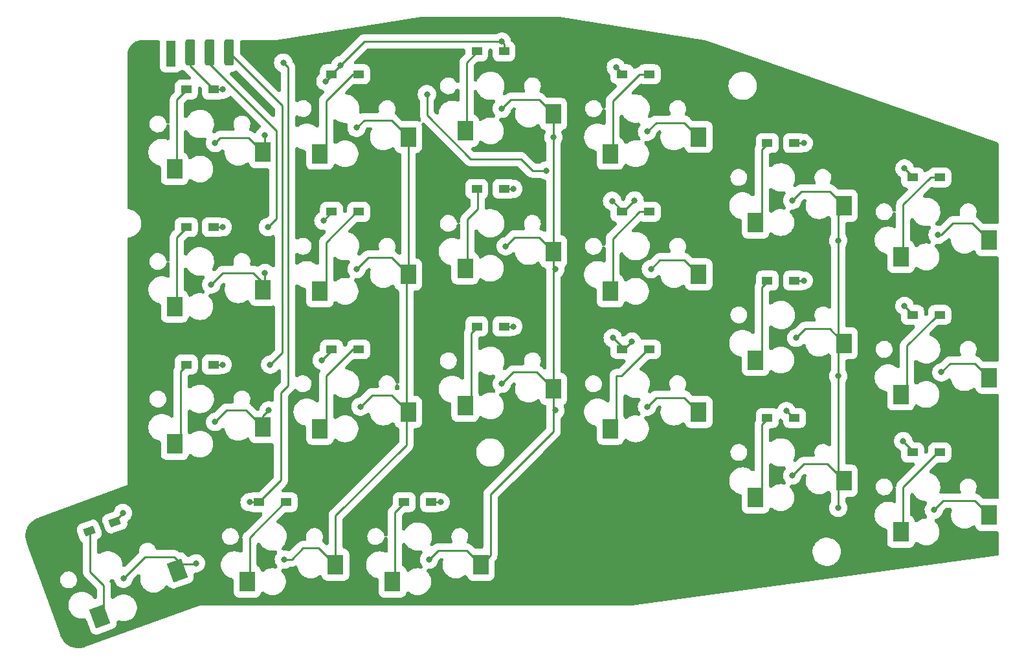
<source format=gtl>
%TF.GenerationSoftware,KiCad,Pcbnew,7.0.2-0*%
%TF.CreationDate,2023-05-24T14:01:04+08:00*%
%TF.ProjectId,Input,496e7075-742e-46b6-9963-61645f706362,1*%
%TF.SameCoordinates,PX7bfa480PY6052340*%
%TF.FileFunction,Copper,L1,Top*%
%TF.FilePolarity,Positive*%
%FSLAX46Y46*%
G04 Gerber Fmt 4.6, Leading zero omitted, Abs format (unit mm)*
G04 Created by KiCad (PCBNEW 7.0.2-0) date 2023-05-24 14:01:04*
%MOMM*%
%LPD*%
G01*
G04 APERTURE LIST*
G04 Aperture macros list*
%AMRoundRect*
0 Rectangle with rounded corners*
0 $1 Rounding radius*
0 $2 $3 $4 $5 $6 $7 $8 $9 X,Y pos of 4 corners*
0 Add a 4 corners polygon primitive as box body*
4,1,4,$2,$3,$4,$5,$6,$7,$8,$9,$2,$3,0*
0 Add four circle primitives for the rounded corners*
1,1,$1+$1,$2,$3*
1,1,$1+$1,$4,$5*
1,1,$1+$1,$6,$7*
1,1,$1+$1,$8,$9*
0 Add four rect primitives between the rounded corners*
20,1,$1+$1,$2,$3,$4,$5,0*
20,1,$1+$1,$4,$5,$6,$7,0*
20,1,$1+$1,$6,$7,$8,$9,0*
20,1,$1+$1,$8,$9,$2,$3,0*%
%AMRotRect*
0 Rectangle, with rotation*
0 The origin of the aperture is its center*
0 $1 length*
0 $2 width*
0 $3 Rotation angle, in degrees counterclockwise*
0 Add horizontal line*
21,1,$1,$2,0,0,$3*%
G04 Aperture macros list end*
%TA.AperFunction,SMDPad,CuDef*%
%ADD10R,2.000000X2.600000*%
%TD*%
%TA.AperFunction,SMDPad,CuDef*%
%ADD11R,1.400000X1.000000*%
%TD*%
%TA.AperFunction,SMDPad,CuDef*%
%ADD12RotRect,1.400000X1.000000X20.000000*%
%TD*%
%TA.AperFunction,ConnectorPad*%
%ADD13R,1.270000X3.429000*%
%TD*%
%TA.AperFunction,ConnectorPad*%
%ADD14RoundRect,0.317500X-0.317500X-1.397000X0.317500X-1.397000X0.317500X1.397000X-0.317500X1.397000X0*%
%TD*%
%TA.AperFunction,SMDPad,CuDef*%
%ADD15RotRect,2.000000X2.600000X200.000000*%
%TD*%
%TA.AperFunction,ViaPad*%
%ADD16C,0.800000*%
%TD*%
%TA.AperFunction,Conductor*%
%ADD17C,0.250000*%
%TD*%
G04 APERTURE END LIST*
D10*
%TO.P,SW17,1,1*%
%TO.N,C12*%
X27255000Y16300000D03*
%TO.P,SW17,2,2*%
%TO.N,Net-(D17-A)*%
X15698000Y14100000D03*
%TD*%
%TO.P,SW29,1,1*%
%TO.N,C12*%
X27255000Y-1700000D03*
%TO.P,SW29,2,2*%
%TO.N,Net-(D29-A)*%
X15698000Y-3900000D03*
%TD*%
D11*
%TO.P,D27,1,K*%
%TO.N,Row 3*%
X55225000Y6500000D03*
%TO.P,D27,2,A*%
%TO.N,Net-(D27-A)*%
X58775000Y6500000D03*
%TD*%
%TO.P,D18,1,K*%
%TO.N,Net-(D18-K)*%
X-1775000Y22500000D03*
%TO.P,D18,2,A*%
%TO.N,Row 2*%
X1775000Y22500000D03*
%TD*%
D10*
%TO.P,SW15,1,1*%
%TO.N,C34*%
X65255000Y16300000D03*
%TO.P,SW15,2,2*%
%TO.N,Net-(D15-A)*%
X53698000Y14100000D03*
%TD*%
D11*
%TO.P,D15,1,K*%
%TO.N,Row 2*%
X55225000Y24500000D03*
%TO.P,D15,2,A*%
%TO.N,Net-(D15-A)*%
X58775000Y24500000D03*
%TD*%
%TO.P,D37,1,K*%
%TO.N,Row 4*%
X93225000Y-25000000D03*
%TO.P,D37,2,A*%
%TO.N,Net-(D37-A)*%
X96775000Y-25000000D03*
%TD*%
%TO.P,D52,1,K*%
%TO.N,Net-(D52-K)*%
X26725000Y-31500000D03*
%TO.P,D52,2,A*%
%TO.N,Row 5*%
X30275000Y-31500000D03*
%TD*%
%TO.P,D16,1,K*%
%TO.N,Net-(D16-K)*%
X36225000Y27500000D03*
%TO.P,D16,2,A*%
%TO.N,Row 2*%
X39775000Y27500000D03*
%TD*%
D10*
%TO.P,SW26,1,1*%
%TO.N,C56*%
X84255000Y-10700000D03*
%TO.P,SW26,2,2*%
%TO.N,Net-(D26-K)*%
X72698000Y-12900000D03*
%TD*%
%TO.P,SW38,1,1*%
%TO.N,C56*%
X84255000Y-28700000D03*
%TO.P,SW38,2,2*%
%TO.N,Net-(D38-K)*%
X72698000Y-30900000D03*
%TD*%
D12*
%TO.P,D54,1,K*%
%TO.N,Net-(D54-K)*%
X-14467954Y-35307086D03*
%TO.P,D54,2,A*%
%TO.N,Row 5*%
X-11132046Y-34092914D03*
%TD*%
D10*
%TO.P,SW27,1,1*%
%TO.N,C34*%
X65255000Y-1700000D03*
%TO.P,SW27,2,2*%
%TO.N,Net-(D27-A)*%
X53698000Y-3900000D03*
%TD*%
D11*
%TO.P,D53,1,K*%
%TO.N,Row 5*%
X7725000Y-31500000D03*
%TO.P,D53,2,A*%
%TO.N,Net-(D53-A)*%
X11275000Y-31500000D03*
%TD*%
%TO.P,D39,1,K*%
%TO.N,Row 4*%
X55225000Y-11500000D03*
%TO.P,D39,2,A*%
%TO.N,Net-(D39-A)*%
X58775000Y-11500000D03*
%TD*%
D10*
%TO.P,SW52,1,1*%
%TO.N,C34*%
X36755000Y-39700000D03*
%TO.P,SW52,2,2*%
%TO.N,Net-(D52-K)*%
X25198000Y-41900000D03*
%TD*%
D11*
%TO.P,D42,1,K*%
%TO.N,Net-(D42-K)*%
X-1775000Y-13500000D03*
%TO.P,D42,2,A*%
%TO.N,Row 4*%
X1775000Y-13500000D03*
%TD*%
%TO.P,D30,1,K*%
%TO.N,Net-(D30-K)*%
X-1775000Y4500000D03*
%TO.P,D30,2,A*%
%TO.N,Row 3*%
X1775000Y4500000D03*
%TD*%
D10*
%TO.P,SW13,1,1*%
%TO.N,C56*%
X103255000Y2800000D03*
%TO.P,SW13,2,2*%
%TO.N,Net-(D13-A)*%
X91698000Y600000D03*
%TD*%
D11*
%TO.P,D28,1,K*%
%TO.N,Net-(D28-K)*%
X36225000Y9500000D03*
%TO.P,D28,2,A*%
%TO.N,Row 3*%
X39775000Y9500000D03*
%TD*%
D10*
%TO.P,SW28,1,1*%
%TO.N,C34*%
X46255000Y1300000D03*
%TO.P,SW28,2,2*%
%TO.N,Net-(D28-K)*%
X34698000Y-900000D03*
%TD*%
D11*
%TO.P,D13,1,K*%
%TO.N,Row 2*%
X93225000Y11000000D03*
%TO.P,D13,2,A*%
%TO.N,Net-(D13-A)*%
X96775000Y11000000D03*
%TD*%
D10*
%TO.P,SW42,1,1*%
%TO.N,C12*%
X8255000Y-21700000D03*
%TO.P,SW42,2,2*%
%TO.N,Net-(D42-K)*%
X-3302000Y-23900000D03*
%TD*%
%TO.P,SW14,1,1*%
%TO.N,C56*%
X84255000Y7300000D03*
%TO.P,SW14,2,2*%
%TO.N,Net-(D14-K)*%
X72698000Y5100000D03*
%TD*%
%TO.P,SW30,1,1*%
%TO.N,C12*%
X8255000Y-3700000D03*
%TO.P,SW30,2,2*%
%TO.N,Net-(D30-K)*%
X-3302000Y-5900000D03*
%TD*%
D13*
%TO.P,J1,1,Pin_1*%
%TO.N,unconnected-(J1-Pin_1-Pad1)*%
X-3810000Y27222000D03*
D14*
%TO.P,J1,3,Pin_3*%
%TO.N,Row 2*%
X-1270000Y27349000D03*
%TO.P,J1,5,Pin_5*%
%TO.N,Row 3*%
X1270000Y27349000D03*
%TO.P,J1,7,Pin_7*%
%TO.N,Row 4*%
X3810000Y27349000D03*
%TD*%
D11*
%TO.P,D26,1,K*%
%TO.N,Net-(D26-K)*%
X74225000Y-2500000D03*
%TO.P,D26,2,A*%
%TO.N,Row 3*%
X77775000Y-2500000D03*
%TD*%
D10*
%TO.P,SW53,1,1*%
%TO.N,C12*%
X17754996Y-39700000D03*
%TO.P,SW53,2,2*%
%TO.N,Net-(D53-A)*%
X6197996Y-41900000D03*
%TD*%
%TO.P,SW18,1,1*%
%TO.N,C12*%
X8255000Y14300000D03*
%TO.P,SW18,2,2*%
%TO.N,Net-(D18-K)*%
X-3302000Y12100000D03*
%TD*%
%TO.P,SW40,1,1*%
%TO.N,C34*%
X46255000Y-16700000D03*
%TO.P,SW40,2,2*%
%TO.N,Net-(D40-K)*%
X34698000Y-18900000D03*
%TD*%
%TO.P,SW41,1,1*%
%TO.N,C12*%
X27255000Y-19700000D03*
%TO.P,SW41,2,2*%
%TO.N,Net-(D41-A)*%
X15698000Y-21900000D03*
%TD*%
D11*
%TO.P,D14,1,K*%
%TO.N,Net-(D14-K)*%
X74225000Y15500000D03*
%TO.P,D14,2,A*%
%TO.N,Row 2*%
X77775000Y15500000D03*
%TD*%
%TO.P,D17,1,K*%
%TO.N,Row 2*%
X17225000Y24500000D03*
%TO.P,D17,2,A*%
%TO.N,Net-(D17-A)*%
X20775000Y24500000D03*
%TD*%
D10*
%TO.P,SW39,1,1*%
%TO.N,C34*%
X65255000Y-19700000D03*
%TO.P,SW39,2,2*%
%TO.N,Net-(D39-A)*%
X53698000Y-21900000D03*
%TD*%
D11*
%TO.P,D40,1,K*%
%TO.N,Net-(D40-K)*%
X36225000Y-8500000D03*
%TO.P,D40,2,A*%
%TO.N,Row 4*%
X39775000Y-8500000D03*
%TD*%
D10*
%TO.P,SW25,1,1*%
%TO.N,C56*%
X103255000Y-15200000D03*
%TO.P,SW25,2,2*%
%TO.N,Net-(D25-A)*%
X91698000Y-17400000D03*
%TD*%
D11*
%TO.P,D29,1,K*%
%TO.N,Row 3*%
X17225000Y6500000D03*
%TO.P,D29,2,A*%
%TO.N,Net-(D29-A)*%
X20775000Y6500000D03*
%TD*%
%TO.P,D25,1,K*%
%TO.N,Row 3*%
X93225000Y-7000000D03*
%TO.P,D25,2,A*%
%TO.N,Net-(D25-A)*%
X96775000Y-7000000D03*
%TD*%
D10*
%TO.P,SW16,1,1*%
%TO.N,C34*%
X46255000Y19300000D03*
%TO.P,SW16,2,2*%
%TO.N,Net-(D16-K)*%
X34698000Y17100000D03*
%TD*%
D15*
%TO.P,SW54,1,1*%
%TO.N,C12*%
X-2977367Y-40445486D03*
%TO.P,SW54,2,2*%
%TO.N,Net-(D54-K)*%
X-13084950Y-46465537D03*
%TD*%
D10*
%TO.P,SW37,1,1*%
%TO.N,C56*%
X103255000Y-33200000D03*
%TO.P,SW37,2,2*%
%TO.N,Net-(D37-A)*%
X91698000Y-35400000D03*
%TD*%
D11*
%TO.P,D38,1,K*%
%TO.N,Net-(D38-K)*%
X74225000Y-20500000D03*
%TO.P,D38,2,A*%
%TO.N,Row 4*%
X77775000Y-20500000D03*
%TD*%
%TO.P,D41,1,K*%
%TO.N,Row 4*%
X17225000Y-11500000D03*
%TO.P,D41,2,A*%
%TO.N,Net-(D41-A)*%
X20775000Y-11500000D03*
%TD*%
D16*
%TO.N,Row 2*%
X54425000Y25425000D03*
X79000000Y15500000D03*
X16425000Y23575000D03*
X18400000Y25700000D03*
X39500000Y28775500D03*
X92175000Y12175000D03*
X3000000Y22500000D03*
%TO.N,C12*%
X21000000Y-19000000D03*
X2000000Y15500000D03*
X-10000000Y-41500000D03*
X9000000Y-19500000D03*
X8500000Y16500000D03*
X11000000Y-39000000D03*
X-500000Y-39500000D03*
X1500000Y-3000000D03*
X8500000Y-1500000D03*
X2000000Y-21000000D03*
X20500000Y17500000D03*
X20500000Y-1000000D03*
%TO.N,C34*%
X46500000Y-19500000D03*
X58500000Y17000000D03*
X46500000Y-1000000D03*
X59000000Y-1000000D03*
X30000000Y-39000000D03*
X39500000Y20000000D03*
X40000000Y2000000D03*
X46255000Y16255000D03*
X58500000Y-19000000D03*
X39500000Y-16000000D03*
%TO.N,C56*%
X83500000Y-15000000D03*
X77500000Y-28000000D03*
X45300000Y11900000D03*
X83500000Y2750000D03*
X77500000Y8000000D03*
X78000000Y-10000000D03*
X83500000Y-32250000D03*
X29700000Y21900000D03*
X96500000Y3500000D03*
X97000000Y-14500000D03*
X96000000Y-32500000D03*
%TO.N,Row 3*%
X8900000Y4499997D03*
X53925000Y7925000D03*
X79000000Y-2500000D03*
X16162500Y5337500D03*
X56850000Y8000000D03*
X2999997Y4499997D03*
X41000000Y9500000D03*
X92175000Y-5825000D03*
%TO.N,Row 4*%
X76725000Y-19575000D03*
X15925000Y-12925000D03*
X2999997Y-13500003D03*
X54000000Y-10000000D03*
X41000000Y-8500000D03*
X92000000Y-23500000D03*
X56500000Y-10500000D03*
X9200000Y-13500003D03*
%TO.N,Row 5*%
X6500000Y-31500000D03*
X-10073268Y-32926732D03*
X10900000Y26024500D03*
X31500000Y-31500000D03*
%TD*%
D17*
%TO.N,Net-(D13-A)*%
X96650000Y11000000D02*
X95575000Y11000000D01*
X92000000Y7425000D02*
X92000000Y902000D01*
X95575000Y11000000D02*
X92000000Y7425000D01*
%TO.N,Net-(D14-K)*%
X73500000Y14650000D02*
X73500000Y5902000D01*
X74350000Y15500000D02*
X73500000Y14650000D01*
%TO.N,Row 2*%
X77650000Y15500000D02*
X79000000Y15500000D01*
X1775000Y22500000D02*
X3000000Y22500000D01*
X-1270000Y25545000D02*
X1775000Y22500000D01*
X39775000Y28500500D02*
X39500000Y28775500D01*
X-1270000Y27349000D02*
X-1270000Y25545000D01*
X55350000Y24500000D02*
X54425000Y25425000D01*
X93350000Y11000000D02*
X92175000Y12175000D01*
X18400000Y25700000D02*
X21500000Y28800000D01*
X17225000Y24525000D02*
X18400000Y25700000D01*
X39775000Y27500000D02*
X39775000Y28500500D01*
X21500000Y28800000D02*
X39475500Y28800000D01*
X17350000Y24500000D02*
X16425000Y23575000D01*
%TO.N,Net-(D15-A)*%
X54000000Y21000000D02*
X54000000Y14402000D01*
X57500000Y24500000D02*
X54000000Y21000000D01*
X58650000Y24500000D02*
X57500000Y24500000D01*
%TO.N,Net-(D16-K)*%
X34875001Y26025001D02*
X34875001Y17277001D01*
X36350000Y27500000D02*
X34875001Y26025001D01*
%TO.N,Net-(D17-A)*%
X20650000Y24500000D02*
X20000000Y24500000D01*
X16500000Y21000000D02*
X16500000Y14902000D01*
X20000000Y24500000D02*
X16500000Y21000000D01*
%TO.N,Net-(D18-K)*%
X-3000000Y21150000D02*
X-3000000Y12402000D01*
X-1650000Y22500000D02*
X-3000000Y21150000D01*
%TO.N,C12*%
X25055000Y18500000D02*
X27255000Y16300000D01*
X1500000Y-3000000D02*
X3000000Y-1500000D01*
X25055000Y-17500000D02*
X27255000Y-19700000D01*
X8500000Y16500000D02*
X8500000Y14545000D01*
X22000000Y500000D02*
X25055000Y500000D01*
X20500000Y17500000D02*
X21500000Y18500000D01*
X-7200000Y-38700000D02*
X-3364849Y-38700000D01*
X27000000Y-24000000D02*
X17754996Y-33245004D01*
X13500000Y-37500000D02*
X15554996Y-37500000D01*
X-3364849Y-38700000D02*
X-2447363Y-39617486D01*
X11000000Y-39000000D02*
X12000000Y-39000000D01*
X8500000Y-1500000D02*
X8500000Y-3455000D01*
X15554996Y-37500000D02*
X17754996Y-39700000D01*
X22500000Y-17500000D02*
X25055000Y-17500000D01*
X8255000Y14300000D02*
X6379999Y16175001D01*
X20500000Y-1000000D02*
X22000000Y500000D01*
X-10000000Y-41500000D02*
X-7200000Y-38700000D01*
X8255000Y-21700000D02*
X8255000Y-20245000D01*
X21500000Y18500000D02*
X25055000Y18500000D01*
X-617486Y-39617486D02*
X-500000Y-39500000D01*
X12000000Y-39000000D02*
X13500000Y-37500000D01*
X2000000Y-21000000D02*
X3500000Y-19500000D01*
X27000000Y-19955000D02*
X27000000Y-24000000D01*
X7000000Y-1500000D02*
X8255000Y-2755000D01*
X6379999Y16175001D02*
X2675001Y16175001D01*
X-2447363Y-39617486D02*
X-617486Y-39617486D01*
X27000000Y-1955000D02*
X27000000Y-19445000D01*
X2675001Y16175001D02*
X2000000Y15500000D01*
X3000000Y-1500000D02*
X7000000Y-1500000D01*
X6055000Y-19500000D02*
X8255000Y-21700000D01*
X21000000Y-19000000D02*
X22500000Y-17500000D01*
X27255000Y16300000D02*
X27255000Y-1700000D01*
X17754996Y-33245004D02*
X17754996Y-39700000D01*
X3500000Y-19500000D02*
X6055000Y-19500000D01*
X8255000Y-20245000D02*
X9000000Y-19500000D01*
X25055000Y500000D02*
X27255000Y-1700000D01*
%TO.N,C34*%
X46255000Y1300000D02*
X46255000Y-755000D01*
X63379999Y175001D02*
X65255000Y-1700000D01*
X31175001Y-37824999D02*
X34879999Y-37824999D01*
X58500000Y-19000000D02*
X59675001Y-17824999D01*
X46255000Y-16700000D02*
X46255000Y-22245000D01*
X46255000Y-16700000D02*
X46255000Y-19255000D01*
X46255000Y19300000D02*
X46255000Y16255000D01*
X34879999Y-37824999D02*
X36755000Y-39700000D01*
X38000000Y-30500000D02*
X38000000Y-38455000D01*
X36755000Y-39700000D02*
X38000000Y-38455000D01*
X60175001Y175001D02*
X63379999Y175001D01*
X40000000Y2000000D02*
X41175001Y3175001D01*
X59675001Y-17824999D02*
X63379999Y-17824999D01*
X39500000Y20000000D02*
X40675001Y21175001D01*
X39500000Y-16000000D02*
X41000000Y-14500000D01*
X44379999Y3175001D02*
X46255000Y1300000D01*
X46255000Y-755000D02*
X46500000Y-1000000D01*
X63379999Y18175001D02*
X65255000Y16300000D01*
X58500000Y17000000D02*
X59675001Y18175001D01*
X59675001Y18175001D02*
X63379999Y18175001D01*
X44055000Y-14500000D02*
X46255000Y-16700000D01*
X46255000Y16255000D02*
X46255000Y1300000D01*
X46255000Y1300000D02*
X46255000Y-16700000D01*
X46255000Y-19255000D02*
X46500000Y-19500000D01*
X59000000Y-1000000D02*
X60175001Y175001D01*
X30000000Y-39000000D02*
X31175001Y-37824999D01*
X63379999Y-17824999D02*
X65255000Y-19700000D01*
X41175001Y3175001D02*
X44379999Y3175001D01*
X44379999Y21175001D02*
X46255000Y19300000D01*
X40675001Y21175001D02*
X44379999Y21175001D01*
X41000000Y-14500000D02*
X44055000Y-14500000D01*
X46255000Y-22245000D02*
X38000000Y-30500000D01*
%TO.N,C56*%
X101379999Y-31324999D02*
X103255000Y-33200000D01*
X77500000Y8000000D02*
X78675001Y9175001D01*
X43500000Y11900000D02*
X45300000Y11900000D01*
X97000000Y3500000D02*
X98500000Y5000000D01*
X83500000Y-32250000D02*
X83500000Y-29455000D01*
X101055000Y5000000D02*
X103255000Y2800000D01*
X84500000Y7055000D02*
X83500000Y6055000D01*
X83500000Y6055000D02*
X83500000Y-9455000D01*
X83500000Y-29455000D02*
X84255000Y-28700000D01*
X83500000Y-27455000D02*
X84500000Y-28455000D01*
X79000000Y-26500000D02*
X82055000Y-26500000D01*
X83500000Y-9455000D02*
X84500000Y-10455000D01*
X29700000Y21900000D02*
X29700000Y19148000D01*
X77500000Y-28000000D02*
X79000000Y-26500000D01*
X98500000Y5000000D02*
X101055000Y5000000D01*
X96000000Y-32500000D02*
X97175001Y-31324999D01*
X96500000Y3500000D02*
X97000000Y3500000D01*
X98175001Y-13324999D02*
X97000000Y-14500000D01*
X42000000Y13400000D02*
X43500000Y11900000D01*
X83500000Y-11945000D02*
X83500000Y-27455000D01*
X97175001Y-31324999D02*
X101379999Y-31324999D01*
X78675001Y9175001D02*
X82379999Y9175001D01*
X82379999Y9175001D02*
X84255000Y7300000D01*
X78000000Y-10000000D02*
X79175001Y-8824999D01*
X29700000Y19148000D02*
X35448000Y13400000D01*
X103255000Y-15200000D02*
X101379999Y-13324999D01*
X82379999Y-8824999D02*
X84255000Y-10700000D01*
X101379999Y-13324999D02*
X98175001Y-13324999D01*
X84500000Y-10945000D02*
X83500000Y-11945000D01*
X79175001Y-8824999D02*
X82379999Y-8824999D01*
X35448000Y13400000D02*
X42000000Y13400000D01*
X82055000Y-26500000D02*
X84255000Y-28700000D01*
%TO.N,Row 3*%
X77650000Y-2500000D02*
X79000000Y-2500000D01*
X55350000Y6500000D02*
X53925000Y7925000D01*
X1270000Y25830000D02*
X1270000Y27349000D01*
X93350000Y-7000000D02*
X92175000Y-5825000D01*
X17325000Y6500000D02*
X16162500Y5337500D01*
X8900000Y4499997D02*
X10000000Y5599997D01*
X10000000Y17100000D02*
X1270000Y25830000D01*
X39650000Y9500000D02*
X41000000Y9500000D01*
X10000000Y5599997D02*
X10000000Y17100000D01*
X1650000Y4500000D02*
X2999994Y4500000D01*
X2999994Y4500000D02*
X2999997Y4499997D01*
X55350000Y6500000D02*
X56850000Y8000000D01*
%TO.N,Row 4*%
X77650000Y-20500000D02*
X76725000Y-19575000D01*
X1650000Y-13500000D02*
X2999994Y-13500000D01*
X2999994Y-13500000D02*
X2999997Y-13500003D01*
X9200000Y-13500003D02*
X10750000Y-11950003D01*
X17350000Y-11500000D02*
X15925000Y-12925000D01*
X10750000Y20409000D02*
X3810000Y27349000D01*
X55500000Y-11500000D02*
X56500000Y-10500000D01*
X55350000Y-11350000D02*
X54000000Y-10000000D01*
X10750000Y-11950003D02*
X10750000Y20409000D01*
X39650000Y-8500000D02*
X41000000Y-8500000D01*
X93350000Y-24850000D02*
X92000000Y-23500000D01*
%TO.N,Row 5*%
X7850000Y-31500000D02*
X6500000Y-31500000D01*
X10600000Y-28625000D02*
X7725000Y-31500000D01*
X-11249507Y-34102971D02*
X-10073268Y-32926732D01*
X10900000Y26024500D02*
X11550000Y25374500D01*
X11550000Y-16217588D02*
X10600000Y-17167588D01*
X10600000Y-17167588D02*
X10600000Y-28625000D01*
X11550000Y25374500D02*
X11550000Y-16217588D01*
X30150000Y-31500000D02*
X31500000Y-31500000D01*
%TO.N,Net-(D25-A)*%
X96174999Y-7325001D02*
X92500000Y-11000000D01*
X96975001Y-7325001D02*
X96174999Y-7325001D01*
X92500000Y-11000000D02*
X92500000Y-16598000D01*
%TO.N,Net-(D26-K)*%
X73500000Y-3350000D02*
X73500000Y-12098000D01*
X74350000Y-2500000D02*
X73500000Y-3350000D01*
%TO.N,Net-(D27-A)*%
X54000000Y3000000D02*
X54000000Y-3598000D01*
X57500000Y6500000D02*
X54000000Y3000000D01*
X58650000Y6500000D02*
X57500000Y6500000D01*
%TO.N,Net-(D28-K)*%
X35000000Y5500000D02*
X35000000Y-598000D01*
X36350000Y9500000D02*
X36350000Y6850000D01*
X36350000Y6850000D02*
X35000000Y5500000D01*
%TO.N,Net-(D29-A)*%
X20500000Y6500000D02*
X16500000Y2500000D01*
X16500000Y2500000D02*
X16500000Y-3098000D01*
%TO.N,Net-(D30-K)*%
X-1650000Y4500000D02*
X-3000000Y3150000D01*
X-3000000Y3150000D02*
X-3000000Y-5598000D01*
%TO.N,Net-(D37-A)*%
X96500000Y-25000000D02*
X92000000Y-29500000D01*
X92000000Y-29500000D02*
X92000000Y-35098000D01*
%TO.N,Net-(D38-K)*%
X74350000Y-20500000D02*
X73500000Y-21350000D01*
X73500000Y-21350000D02*
X73500000Y-30098000D01*
%TO.N,Net-(D39-A)*%
X58650000Y-11500000D02*
X55150000Y-15000000D01*
X55150000Y-15000000D02*
X54500000Y-15000000D01*
X54500000Y-15000000D02*
X54500000Y-21098000D01*
%TO.N,Net-(D40-K)*%
X36350000Y-8500000D02*
X35500000Y-9350000D01*
X35500000Y-9350000D02*
X35500000Y-18098000D01*
%TO.N,Net-(D41-A)*%
X16500000Y-15000000D02*
X16500000Y-21098000D01*
X20650000Y-11500000D02*
X20000000Y-11500000D01*
X20000000Y-11500000D02*
X16500000Y-15000000D01*
%TO.N,Net-(D42-K)*%
X-2500000Y-23098000D02*
X-2500000Y-14350000D01*
X-2500000Y-14350000D02*
X-1650000Y-13500000D01*
%TO.N,Net-(D52-K)*%
X26850000Y-31500000D02*
X25500000Y-32850000D01*
X25500000Y-32850000D02*
X25500000Y-41598000D01*
%TO.N,Net-(D53-A)*%
X6500000Y-36150000D02*
X6500000Y-41597996D01*
X11150000Y-31500000D02*
X6500000Y-36150000D01*
%TO.N,Net-(D54-K)*%
X-12554946Y-42445054D02*
X-12554946Y-45637537D01*
X-14350493Y-40649507D02*
X-12554946Y-42445054D01*
X-14350493Y-35264333D02*
X-14350493Y-40649507D01*
%TD*%
%TA.AperFunction,NonConductor*%
G36*
X4854095Y24967617D02*
G01*
X4935513Y24914606D01*
X4937622Y24912523D01*
X9751570Y20098575D01*
X9805546Y20017793D01*
X9824500Y19922505D01*
X9824500Y19185495D01*
X9805546Y19090207D01*
X9751570Y19009425D01*
X9670788Y18955449D01*
X9575500Y18936495D01*
X9480212Y18955449D01*
X9399430Y19009425D01*
X3999924Y24408931D01*
X3945948Y24489713D01*
X3926994Y24585001D01*
X3945948Y24680289D01*
X3999924Y24761071D01*
X4080706Y24815047D01*
X4175994Y24834001D01*
X4209158Y24834001D01*
X4212856Y24834001D01*
X4260832Y24836858D01*
X4469464Y24882243D01*
X4663533Y24965349D01*
X4758588Y24985435D01*
X4854095Y24967617D01*
G37*
%TD.AperFunction*%
%TA.AperFunction,NonConductor*%
G36*
X69788Y22869551D02*
G01*
X150570Y22815575D01*
X201570Y22764575D01*
X255546Y22683793D01*
X274500Y22588505D01*
X274499Y21962033D01*
X274500Y21962016D01*
X274500Y21955046D01*
X275281Y21948111D01*
X275282Y21948101D01*
X289631Y21820746D01*
X349210Y21650477D01*
X445181Y21497742D01*
X445184Y21497738D01*
X572738Y21370184D01*
X572740Y21370183D01*
X572741Y21370182D01*
X725476Y21274211D01*
X871199Y21223221D01*
X895745Y21214632D01*
X1030046Y21199500D01*
X1037032Y21199500D01*
X2512968Y21199500D01*
X2519954Y21199500D01*
X2654255Y21214632D01*
X2740045Y21244652D01*
X2851004Y21283477D01*
X2852304Y21279761D01*
X2894812Y21295984D01*
X2936506Y21299500D01*
X3111243Y21299500D01*
X3329940Y21340382D01*
X3537401Y21420753D01*
X3726562Y21537876D01*
X3826389Y21628882D01*
X3909574Y21679068D01*
X4005636Y21693601D01*
X4099947Y21670268D01*
X4170208Y21620937D01*
X7894280Y17896865D01*
X7948256Y17816083D01*
X7967210Y17720795D01*
X7948256Y17625507D01*
X7894280Y17544725D01*
X7849291Y17509091D01*
X7773437Y17462125D01*
X7609019Y17312238D01*
X7474941Y17134689D01*
X7380679Y16945386D01*
X7321238Y16868536D01*
X7236913Y16820284D01*
X7140541Y16807974D01*
X7046794Y16833481D01*
X6991413Y16871171D01*
X7000126Y16863729D01*
X6986340Y16874893D01*
X6976430Y16883357D01*
X6926993Y16927870D01*
X6922791Y16930296D01*
X6890599Y16952422D01*
X6886839Y16955467D01*
X6827565Y16985669D01*
X6816112Y16991887D01*
X6758506Y17025146D01*
X6753900Y17026642D01*
X6717820Y17041586D01*
X6713496Y17043789D01*
X6713493Y17043790D01*
X6649226Y17061012D01*
X6636737Y17064712D01*
X6587331Y17080764D01*
X6502563Y17128234D01*
X6442413Y17204530D01*
X6416040Y17298037D01*
X6427458Y17394519D01*
X6448629Y17442075D01*
X6505604Y17540756D01*
X6574344Y17739367D01*
X6604254Y17947398D01*
X6594254Y18157330D01*
X6544704Y18361576D01*
X6457396Y18552753D01*
X6335486Y18723952D01*
X6251593Y18803943D01*
X6183378Y18868986D01*
X6006574Y18982612D01*
X5991559Y18988623D01*
X5939599Y19009425D01*
X5811453Y19060727D01*
X5605087Y19100500D01*
X5605085Y19100500D01*
X5447575Y19100500D01*
X5290782Y19085528D01*
X5278273Y19081855D01*
X5089122Y19026316D01*
X4902318Y18930012D01*
X4737116Y18800094D01*
X4737114Y18800093D01*
X4737114Y18800092D01*
X4715078Y18774662D01*
X4599477Y18641253D01*
X4494395Y18459245D01*
X4425656Y18260637D01*
X4409725Y18149832D01*
X4400292Y18084216D01*
X4395746Y18052600D01*
X4405745Y17842671D01*
X4435133Y17721536D01*
X4453554Y17645603D01*
X4455297Y17638421D01*
X4540004Y17452939D01*
X4562347Y17358389D01*
X4546807Y17262485D01*
X4495748Y17179828D01*
X4416944Y17123003D01*
X4322394Y17100660D01*
X4313506Y17100501D01*
X2767440Y17100501D01*
X2728492Y17103566D01*
X2723707Y17104324D01*
X2723705Y17104324D01*
X2681997Y17102139D01*
X2657258Y17100842D01*
X2644229Y17100501D01*
X2626497Y17100501D01*
X2620020Y17099821D01*
X2620010Y17099820D01*
X2608853Y17098648D01*
X2595881Y17097627D01*
X2529422Y17094143D01*
X2524735Y17092887D01*
X2486328Y17085769D01*
X2484202Y17085546D01*
X2481516Y17085263D01*
X2418267Y17064712D01*
X2405774Y17061012D01*
X2341505Y17043791D01*
X2337181Y17041587D01*
X2301117Y17026649D01*
X2296496Y17025148D01*
X2238876Y16991882D01*
X2227431Y16985668D01*
X2168161Y16955467D01*
X2164389Y16952412D01*
X2132216Y16930301D01*
X2130248Y16929164D01*
X2128010Y16927872D01*
X2078574Y16883360D01*
X2068676Y16874906D01*
X2059937Y16867830D01*
X2059921Y16867816D01*
X2054871Y16863726D01*
X2042306Y16851163D01*
X2032867Y16842206D01*
X2022349Y16832736D01*
X1938852Y16783063D01*
X1842702Y16769125D01*
X1748537Y16793042D01*
X1670693Y16851174D01*
X1621020Y16934671D01*
X1607082Y17030821D01*
X1630999Y17124986D01*
X1634261Y17131573D01*
X1707656Y17274325D01*
X1795118Y17530695D01*
X1844319Y17797067D01*
X1854212Y18067765D01*
X1825822Y18325789D01*
X1824586Y18337020D01*
X1756073Y18599084D01*
X1756072Y18599088D01*
X1650130Y18848390D01*
X1509018Y19079610D01*
X1491633Y19100500D01*
X1335745Y19287821D01*
X1184913Y19422966D01*
X1134002Y19468582D01*
X1133999Y19468584D01*
X1133997Y19468586D01*
X908095Y19618041D01*
X908093Y19618042D01*
X908090Y19618044D01*
X662824Y19733020D01*
X662825Y19733020D01*
X662818Y19733023D01*
X403436Y19811059D01*
X403432Y19811060D01*
X403431Y19811060D01*
X135439Y19850500D01*
X-67631Y19850500D01*
X-72148Y19850170D01*
X-72159Y19850169D01*
X-270158Y19835677D01*
X-534555Y19776780D01*
X-787557Y19680016D01*
X-1023781Y19547439D01*
X-1238173Y19381892D01*
X-1238177Y19381889D01*
X-1238177Y19381888D01*
X-1260490Y19358744D01*
X-1426188Y19186879D01*
X-1583801Y18966578D01*
X-1604054Y18927183D01*
X-1664480Y18851105D01*
X-1749420Y18803943D01*
X-1845943Y18792877D01*
X-1939353Y18819590D01*
X-2015431Y18880016D01*
X-2062593Y18964956D01*
X-2074500Y19041036D01*
X-2074500Y20663507D01*
X-2055546Y20758795D01*
X-2001573Y20839574D01*
X-1714576Y21126570D01*
X-1633794Y21180546D01*
X-1538506Y21199500D01*
X-1037032Y21199500D01*
X-1030046Y21199500D01*
X-895745Y21214632D01*
X-810612Y21244422D01*
X-725477Y21274211D01*
X-620166Y21340383D01*
X-572738Y21370184D01*
X-445184Y21497738D01*
X-386101Y21591768D01*
X-349211Y21650477D01*
X-293819Y21808779D01*
X-289632Y21820745D01*
X-274500Y21955046D01*
X-274500Y22639505D01*
X-255546Y22734793D01*
X-201570Y22815575D01*
X-120788Y22869551D01*
X-25500Y22888505D01*
X69788Y22869551D01*
G37*
%TD.AperFunction*%
%TA.AperFunction,NonConductor*%
G36*
X41202006Y20175770D02*
G01*
X41282787Y20121793D01*
X41336763Y20041012D01*
X41355717Y19945723D01*
X41344655Y19872331D01*
X41288604Y19690617D01*
X41266016Y19540759D01*
X41249500Y19431182D01*
X41249500Y19168818D01*
X41259882Y19099937D01*
X41288603Y18909387D01*
X41365938Y18658674D01*
X41479771Y18422297D01*
X41627565Y18205523D01*
X41678070Y18151092D01*
X41806019Y18013195D01*
X42011143Y17849614D01*
X42238357Y17718432D01*
X42272281Y17705118D01*
X42482580Y17622581D01*
X42482583Y17622581D01*
X42482584Y17622580D01*
X42738370Y17564198D01*
X42934506Y17549500D01*
X42939161Y17549500D01*
X43060839Y17549500D01*
X43065494Y17549500D01*
X43261630Y17564198D01*
X43517416Y17622580D01*
X43521891Y17624336D01*
X43592122Y17651900D01*
X43761643Y17718432D01*
X43988857Y17849614D01*
X44082479Y17924276D01*
X44168790Y17968864D01*
X44265601Y17977030D01*
X44358168Y17947527D01*
X44432399Y17884846D01*
X44472749Y17811837D01*
X44486917Y17771348D01*
X44529211Y17650477D01*
X44625181Y17497742D01*
X44625184Y17497738D01*
X44752738Y17370184D01*
X44752740Y17370183D01*
X44752741Y17370182D01*
X44905476Y17274211D01*
X45078340Y17213724D01*
X45162021Y17164362D01*
X45220442Y17086735D01*
X45244709Y16992659D01*
X45231128Y16896458D01*
X45218996Y16867708D01*
X45130772Y16690533D01*
X45094905Y16564472D01*
X45085500Y16531415D01*
X45069885Y16476535D01*
X45049356Y16255000D01*
X45065249Y16083498D01*
X45069885Y16033464D01*
X45101954Y15920753D01*
X45130772Y15819468D01*
X45229940Y15620313D01*
X45279206Y15555075D01*
X45321505Y15467611D01*
X45329500Y15405019D01*
X45329500Y13333577D01*
X45310546Y13238289D01*
X45256570Y13157507D01*
X45175788Y13103531D01*
X45126256Y13088817D01*
X45007686Y13066652D01*
X44970060Y13059618D01*
X44866329Y13019433D01*
X44762598Y12979247D01*
X44711369Y12947527D01*
X44574522Y12862796D01*
X44483530Y12828748D01*
X44443442Y12825500D01*
X43986495Y12825500D01*
X43891207Y12844454D01*
X43810425Y12898430D01*
X42719785Y13989070D01*
X42694411Y14018780D01*
X42691569Y14022692D01*
X42680727Y14032454D01*
X42642137Y14067201D01*
X42632681Y14076174D01*
X42624733Y14084122D01*
X42620130Y14088725D01*
X42615066Y14092826D01*
X42615058Y14092833D01*
X42606341Y14099892D01*
X42596431Y14108356D01*
X42546994Y14152869D01*
X42542792Y14155295D01*
X42510600Y14177421D01*
X42506840Y14180466D01*
X42447566Y14210668D01*
X42436113Y14216886D01*
X42378507Y14250145D01*
X42373901Y14251641D01*
X42337821Y14266585D01*
X42333497Y14268788D01*
X42333494Y14268789D01*
X42269227Y14286011D01*
X42256740Y14289710D01*
X42193480Y14310263D01*
X42188664Y14310769D01*
X42150257Y14317888D01*
X42145582Y14319141D01*
X42079139Y14322623D01*
X42066145Y14323646D01*
X42054993Y14324819D01*
X42054973Y14324821D01*
X42048504Y14325500D01*
X42041980Y14325500D01*
X42030768Y14325500D01*
X42017738Y14325841D01*
X41999079Y14326819D01*
X41951297Y14329323D01*
X41951296Y14329323D01*
X41951293Y14329323D01*
X41946509Y14328565D01*
X41907562Y14325500D01*
X35934495Y14325500D01*
X35839207Y14344454D01*
X35758425Y14398430D01*
X35581598Y14575257D01*
X35527622Y14656039D01*
X35508668Y14751327D01*
X35527622Y14846615D01*
X35581598Y14927397D01*
X35662380Y14981373D01*
X35741803Y14999500D01*
X35742954Y14999500D01*
X35877255Y15014632D01*
X35962388Y15044422D01*
X36047523Y15074211D01*
X36179025Y15156840D01*
X36200262Y15170184D01*
X36327816Y15297738D01*
X36423789Y15450478D01*
X36483368Y15620745D01*
X36483368Y15620749D01*
X36490503Y15641138D01*
X36539864Y15724819D01*
X36617491Y15783241D01*
X36711567Y15807508D01*
X36807768Y15793927D01*
X36880778Y15753577D01*
X37011143Y15649614D01*
X37238357Y15518432D01*
X37286223Y15499646D01*
X37482580Y15422581D01*
X37482583Y15422581D01*
X37482584Y15422580D01*
X37738370Y15364198D01*
X37934506Y15349500D01*
X37939161Y15349500D01*
X38060839Y15349500D01*
X38065494Y15349500D01*
X38261630Y15364198D01*
X38517416Y15422580D01*
X38539296Y15431167D01*
X38574424Y15444954D01*
X38761643Y15518432D01*
X38988857Y15649614D01*
X39193981Y15813195D01*
X39372433Y16005521D01*
X39520228Y16222296D01*
X39634063Y16458677D01*
X39711396Y16709385D01*
X39750500Y16968818D01*
X39750500Y17231182D01*
X39711396Y17490615D01*
X39634063Y17741323D01*
X39520228Y17977704D01*
X39485453Y18028709D01*
X39372434Y18194478D01*
X39305162Y18266980D01*
X39199239Y18381138D01*
X39148322Y18463881D01*
X39132944Y18559811D01*
X39155448Y18654324D01*
X39212407Y18733030D01*
X39295151Y18783948D01*
X39381770Y18799500D01*
X39611243Y18799500D01*
X39829940Y18840382D01*
X40037401Y18920753D01*
X40226562Y19037876D01*
X40370198Y19168818D01*
X40390980Y19187763D01*
X40390981Y19187764D01*
X40525058Y19365311D01*
X40624229Y19564472D01*
X40685115Y19778464D01*
X40686806Y19796723D01*
X40714468Y19889853D01*
X40758671Y19949818D01*
X40930649Y20121796D01*
X41011429Y20175770D01*
X41106718Y20194724D01*
X41202006Y20175770D01*
G37*
%TD.AperFunction*%
%TA.AperFunction,NonConductor*%
G36*
X36144789Y22451826D02*
G01*
X36225571Y22397850D01*
X36278666Y22319166D01*
X36349870Y22151610D01*
X36438449Y22006469D01*
X36490981Y21920391D01*
X36664254Y21712180D01*
X36766989Y21620130D01*
X36865998Y21531418D01*
X36866000Y21531417D01*
X36866002Y21531415D01*
X37063881Y21400500D01*
X37091910Y21381956D01*
X37337176Y21266980D01*
X37337178Y21266980D01*
X37337181Y21266978D01*
X37506094Y21216160D01*
X37596569Y21188940D01*
X37864561Y21149500D01*
X37864564Y21149500D01*
X38063085Y21149500D01*
X38067631Y21149500D01*
X38270156Y21164323D01*
X38336335Y21179066D01*
X38433461Y21181284D01*
X38524047Y21146164D01*
X38594297Y21079052D01*
X38633516Y20990165D01*
X38635735Y20893036D01*
X38600615Y20802450D01*
X38589181Y20785968D01*
X38474940Y20634688D01*
X38375772Y20435533D01*
X38314885Y20221535D01*
X38294356Y20000001D01*
X38311403Y19816041D01*
X38314885Y19778464D01*
X38354504Y19639219D01*
X38375772Y19564468D01*
X38474940Y19365313D01*
X38591170Y19211399D01*
X38633468Y19123935D01*
X38639075Y19026942D01*
X38607138Y18935186D01*
X38542518Y18862637D01*
X38455054Y18820339D01*
X38358061Y18814732D01*
X38337056Y18818587D01*
X38261634Y18835802D01*
X38070131Y18850153D01*
X38070118Y18850154D01*
X38065494Y18850500D01*
X37934506Y18850500D01*
X37929882Y18850154D01*
X37929868Y18850153D01*
X37738368Y18835802D01*
X37482580Y18777420D01*
X37238358Y18681569D01*
X37011144Y18550388D01*
X36880778Y18446424D01*
X36794461Y18401832D01*
X36697650Y18393667D01*
X36605083Y18423171D01*
X36530853Y18485853D01*
X36490503Y18558863D01*
X36476429Y18599084D01*
X36440943Y18700500D01*
X36423789Y18749523D01*
X36327818Y18902259D01*
X36327817Y18902260D01*
X36327816Y18902262D01*
X36200262Y19029816D01*
X36200259Y19029818D01*
X36200258Y19029819D01*
X36047523Y19125789D01*
X35967261Y19153874D01*
X35883580Y19203237D01*
X35825159Y19280865D01*
X35800893Y19374940D01*
X35800501Y19388901D01*
X35800501Y22221780D01*
X35819455Y22317068D01*
X35873431Y22397850D01*
X35954213Y22451826D01*
X36049501Y22470780D01*
X36144789Y22451826D01*
G37*
%TD.AperFunction*%
%TA.AperFunction,NonConductor*%
G36*
X34570788Y27855546D02*
G01*
X34651570Y27801570D01*
X34705546Y27720788D01*
X34724500Y27625500D01*
X34724500Y27286495D01*
X34705546Y27191207D01*
X34651570Y27110425D01*
X34651569Y27110425D01*
X34285931Y26744788D01*
X34256231Y26719420D01*
X34252309Y26716571D01*
X34207790Y26667128D01*
X34198839Y26657696D01*
X34186276Y26645131D01*
X34182186Y26640081D01*
X34182172Y26640065D01*
X34175096Y26631326D01*
X34166642Y26621428D01*
X34122130Y26571992D01*
X34119704Y26567789D01*
X34097590Y26535613D01*
X34094535Y26531841D01*
X34064334Y26472571D01*
X34058120Y26461126D01*
X34024854Y26403506D01*
X34023353Y26398885D01*
X34008415Y26362821D01*
X34006212Y26358497D01*
X33988989Y26294225D01*
X33985289Y26281736D01*
X33969627Y26233526D01*
X33964738Y26218479D01*
X33964232Y26213666D01*
X33957114Y26175263D01*
X33955860Y26170585D01*
X33952377Y26104137D01*
X33951356Y26091161D01*
X33950182Y26079994D01*
X33950181Y26079975D01*
X33949501Y26073505D01*
X33949501Y26066981D01*
X33949501Y26055770D01*
X33949160Y26042740D01*
X33946881Y25999243D01*
X33945678Y25976296D01*
X33946435Y25971518D01*
X33949501Y25932566D01*
X33949501Y23619828D01*
X33930547Y23524540D01*
X33876571Y23443758D01*
X33795789Y23389782D01*
X33700501Y23370828D01*
X33605213Y23389782D01*
X33524431Y23443758D01*
X33474003Y23516388D01*
X33457396Y23552753D01*
X33335486Y23723952D01*
X33333559Y23725789D01*
X33183378Y23868986D01*
X33006574Y23982612D01*
X32811453Y24060727D01*
X32605087Y24100500D01*
X32605085Y24100500D01*
X32447575Y24100500D01*
X32290782Y24085528D01*
X32290778Y24085527D01*
X32290779Y24085527D01*
X32089122Y24026316D01*
X31902318Y23930012D01*
X31737116Y23800094D01*
X31599477Y23641253D01*
X31494395Y23459245D01*
X31425656Y23260637D01*
X31395746Y23052600D01*
X31405745Y22842671D01*
X31444289Y22683793D01*
X31455296Y22638424D01*
X31542604Y22447247D01*
X31664514Y22276048D01*
X31664515Y22276047D01*
X31664516Y22276046D01*
X31679389Y22261865D01*
X31816622Y22131014D01*
X31993428Y22017387D01*
X32188543Y21939275D01*
X32188546Y21939274D01*
X32394913Y21899500D01*
X32394915Y21899500D01*
X32546489Y21899500D01*
X32552425Y21899500D01*
X32709218Y21914472D01*
X32910875Y21973684D01*
X33097682Y22069989D01*
X33262886Y22199908D01*
X33400519Y22358744D01*
X33400519Y22358746D01*
X33400522Y22358748D01*
X33484861Y22504827D01*
X33548920Y22577872D01*
X33636055Y22620843D01*
X33733002Y22627197D01*
X33825001Y22595967D01*
X33898046Y22531908D01*
X33941017Y22444773D01*
X33949501Y22380327D01*
X33949501Y21173056D01*
X33930547Y21077768D01*
X33876571Y20996986D01*
X33795789Y20943010D01*
X33700501Y20924056D01*
X33609532Y20941268D01*
X33517416Y20977421D01*
X33261631Y21035802D01*
X33070131Y21050153D01*
X33070118Y21050154D01*
X33065494Y21050500D01*
X32934506Y21050500D01*
X32929882Y21050154D01*
X32929868Y21050153D01*
X32738368Y21035802D01*
X32482580Y20977420D01*
X32238358Y20881569D01*
X32011144Y20750387D01*
X31806019Y20586806D01*
X31627565Y20394478D01*
X31479771Y20177704D01*
X31365938Y19941327D01*
X31288603Y19690615D01*
X31254401Y19463700D01*
X31221456Y19372302D01*
X31156042Y19300467D01*
X31068118Y19259134D01*
X30971069Y19254594D01*
X30879671Y19287539D01*
X30832112Y19324743D01*
X30698430Y19458425D01*
X30644454Y19539207D01*
X30625500Y19634495D01*
X30625500Y21050019D01*
X30644454Y21145307D01*
X30675794Y21200075D01*
X30698253Y21229816D01*
X30725058Y21265311D01*
X30824229Y21464472D01*
X30885115Y21678464D01*
X30905643Y21900000D01*
X30885115Y22121536D01*
X30824229Y22335528D01*
X30817417Y22349208D01*
X30725059Y22534687D01*
X30725058Y22534688D01*
X30725058Y22534689D01*
X30606531Y22691645D01*
X30590980Y22712238D01*
X30426562Y22862125D01*
X30237404Y22979246D01*
X30211994Y22989090D01*
X30029940Y23059618D01*
X29811243Y23100500D01*
X29588757Y23100500D01*
X29370060Y23059618D01*
X29248690Y23012600D01*
X29162595Y22979246D01*
X28973437Y22862125D01*
X28809019Y22712238D01*
X28674940Y22534687D01*
X28575772Y22335533D01*
X28565104Y22298037D01*
X28515303Y22123003D01*
X28514885Y22121535D01*
X28494356Y21900000D01*
X28505964Y21774734D01*
X28514885Y21678464D01*
X28538227Y21596427D01*
X28575772Y21464468D01*
X28674940Y21265313D01*
X28724206Y21200075D01*
X28766505Y21112611D01*
X28774500Y21050019D01*
X28774500Y19240438D01*
X28771435Y19201491D01*
X28770677Y19196707D01*
X28770677Y19196704D01*
X28770677Y19196703D01*
X28772223Y19167201D01*
X28774159Y19130263D01*
X28774500Y19117233D01*
X28774500Y19099496D01*
X28775179Y19093027D01*
X28775181Y19093007D01*
X28776354Y19081855D01*
X28777377Y19068861D01*
X28780859Y19002418D01*
X28782112Y18997743D01*
X28789231Y18959336D01*
X28789737Y18954520D01*
X28810290Y18891260D01*
X28813989Y18878773D01*
X28831211Y18814506D01*
X28831212Y18814503D01*
X28833415Y18810179D01*
X28848359Y18774099D01*
X28849855Y18769493D01*
X28861385Y18749523D01*
X28876146Y18723955D01*
X28883114Y18711887D01*
X28889331Y18700437D01*
X28901623Y18676314D01*
X28927997Y18582807D01*
X28916580Y18486325D01*
X28869110Y18401557D01*
X28792814Y18341407D01*
X28699307Y18315033D01*
X28602825Y18326450D01*
X28597527Y18328238D01*
X28434256Y18385369D01*
X28306899Y18399718D01*
X28306889Y18399719D01*
X28299954Y18400500D01*
X28292968Y18400500D01*
X26566495Y18400500D01*
X26471207Y18419454D01*
X26390425Y18473430D01*
X25774785Y19089070D01*
X25749411Y19118780D01*
X25746569Y19122692D01*
X25745386Y19123757D01*
X25697137Y19167201D01*
X25687681Y19176174D01*
X25679733Y19184122D01*
X25675130Y19188725D01*
X25670066Y19192826D01*
X25670058Y19192833D01*
X25661341Y19199892D01*
X25651431Y19208356D01*
X25582545Y19270381D01*
X25584526Y19272582D01*
X25543610Y19308467D01*
X25500642Y19395604D01*
X25494291Y19492551D01*
X25505853Y19541478D01*
X25574344Y19739367D01*
X25604254Y19947398D01*
X25594254Y20157330D01*
X25544704Y20361576D01*
X25457396Y20552753D01*
X25335486Y20723952D01*
X25183378Y20868986D01*
X25062738Y20946517D01*
X25006574Y20982612D01*
X24811453Y21060727D01*
X24605087Y21100500D01*
X24605085Y21100500D01*
X24447575Y21100500D01*
X24290782Y21085528D01*
X24290778Y21085527D01*
X24290779Y21085527D01*
X24089122Y21026316D01*
X23902318Y20930012D01*
X23737116Y20800094D01*
X23737114Y20800093D01*
X23737114Y20800092D01*
X23719059Y20779255D01*
X23599477Y20641253D01*
X23494395Y20459245D01*
X23425656Y20260637D01*
X23411906Y20164998D01*
X23400292Y20084216D01*
X23395746Y20052600D01*
X23405745Y19842671D01*
X23432302Y19733205D01*
X23436348Y19636134D01*
X23402938Y19544904D01*
X23337159Y19473404D01*
X23249026Y19432519D01*
X23190321Y19425500D01*
X21592439Y19425500D01*
X21553491Y19428565D01*
X21548706Y19429323D01*
X21548704Y19429323D01*
X21506996Y19427138D01*
X21482257Y19425841D01*
X21469228Y19425500D01*
X21451496Y19425500D01*
X21445019Y19424820D01*
X21445009Y19424819D01*
X21433852Y19423647D01*
X21420880Y19422626D01*
X21354421Y19419142D01*
X21349734Y19417886D01*
X21311327Y19410768D01*
X21309201Y19410545D01*
X21306515Y19410262D01*
X21243266Y19389711D01*
X21230773Y19386011D01*
X21141232Y19362017D01*
X21140949Y19363074D01*
X21079544Y19345759D01*
X20983063Y19357183D01*
X20898298Y19404660D01*
X20838154Y19480961D01*
X20811788Y19574469D01*
X20815163Y19639219D01*
X20822698Y19680014D01*
X20844319Y19797067D01*
X20854212Y20067765D01*
X20824586Y20337018D01*
X20824586Y20337020D01*
X20756073Y20599084D01*
X20756072Y20599088D01*
X20650130Y20848390D01*
X20509018Y21079610D01*
X20490969Y21101298D01*
X20335745Y21287821D01*
X20188832Y21419454D01*
X20134002Y21468582D01*
X20133999Y21468584D01*
X20133997Y21468586D01*
X19908095Y21618041D01*
X19908093Y21618042D01*
X19908090Y21618044D01*
X19662824Y21733020D01*
X19662825Y21733020D01*
X19662818Y21733023D01*
X19403436Y21811059D01*
X19403432Y21811060D01*
X19403431Y21811060D01*
X19210532Y21839449D01*
X19119020Y21872074D01*
X19046959Y21937238D01*
X19005319Y22025017D01*
X19000441Y22122049D01*
X19033067Y22213563D01*
X19070719Y22261865D01*
X19935425Y23126570D01*
X20016206Y23180546D01*
X20111494Y23199500D01*
X21512968Y23199500D01*
X21519954Y23199500D01*
X21654255Y23214632D01*
X21739388Y23244422D01*
X21824523Y23274211D01*
X21911981Y23329165D01*
X21977262Y23370184D01*
X22104816Y23497738D01*
X22153363Y23575000D01*
X22200789Y23650477D01*
X22247989Y23785369D01*
X22260368Y23820745D01*
X22275500Y23955046D01*
X22275500Y25044954D01*
X22260368Y25179255D01*
X22227648Y25272764D01*
X22200789Y25349524D01*
X22104818Y25502259D01*
X22104817Y25502260D01*
X22104816Y25502262D01*
X21977262Y25629816D01*
X21977259Y25629818D01*
X21977258Y25629819D01*
X21824523Y25725790D01*
X21654254Y25785369D01*
X21526899Y25799718D01*
X21526889Y25799719D01*
X21519954Y25800500D01*
X20410494Y25800500D01*
X20315206Y25819454D01*
X20234424Y25873430D01*
X20180448Y25954212D01*
X20161494Y26049500D01*
X20180448Y26144788D01*
X20234424Y26225570D01*
X20829600Y26820745D01*
X21810424Y27801570D01*
X21891207Y27855546D01*
X21986495Y27874500D01*
X34475500Y27874500D01*
X34570788Y27855546D01*
G37*
%TD.AperFunction*%
%TA.AperFunction,NonConductor*%
G36*
X93269788Y5691030D02*
G01*
X93350570Y5637054D01*
X93387041Y5590703D01*
X93441016Y5502262D01*
X93490981Y5420391D01*
X93664254Y5212180D01*
X93771639Y5115964D01*
X93865998Y5031418D01*
X93866000Y5031417D01*
X93866002Y5031415D01*
X93989817Y4949500D01*
X94091910Y4881956D01*
X94337176Y4766980D01*
X94337178Y4766980D01*
X94337181Y4766978D01*
X94488235Y4721533D01*
X94596569Y4688940D01*
X94864561Y4649500D01*
X94864564Y4649500D01*
X95063085Y4649500D01*
X95067631Y4649500D01*
X95270156Y4664323D01*
X95336335Y4679066D01*
X95433461Y4681284D01*
X95524047Y4646164D01*
X95594297Y4579052D01*
X95633516Y4490165D01*
X95635735Y4393036D01*
X95600615Y4302450D01*
X95589181Y4285968D01*
X95474940Y4134688D01*
X95375772Y3935533D01*
X95339383Y3807639D01*
X95317905Y3732148D01*
X95314885Y3721535D01*
X95294356Y3500000D01*
X95309786Y3333496D01*
X95314885Y3278464D01*
X95352693Y3145584D01*
X95375772Y3064468D01*
X95474940Y2865313D01*
X95591170Y2711399D01*
X95633468Y2623935D01*
X95639075Y2526942D01*
X95607138Y2435186D01*
X95542518Y2362637D01*
X95455054Y2320339D01*
X95358061Y2314732D01*
X95337056Y2318587D01*
X95261634Y2335802D01*
X95070131Y2350153D01*
X95070118Y2350154D01*
X95065494Y2350500D01*
X94934506Y2350500D01*
X94929882Y2350154D01*
X94929868Y2350153D01*
X94738368Y2335802D01*
X94482580Y2277420D01*
X94238358Y2181569D01*
X94011144Y2050388D01*
X93880778Y1946424D01*
X93794461Y1901832D01*
X93697650Y1893667D01*
X93605083Y1923171D01*
X93530853Y1985853D01*
X93490503Y2058863D01*
X93423789Y2249523D01*
X93327818Y2402259D01*
X93327817Y2402260D01*
X93327816Y2402262D01*
X93200262Y2529816D01*
X93200259Y2529818D01*
X93200258Y2529819D01*
X93042024Y2629244D01*
X92971425Y2695989D01*
X92931743Y2784670D01*
X92925500Y2840078D01*
X92925500Y5460984D01*
X92944454Y5556272D01*
X92998430Y5637054D01*
X93079212Y5691030D01*
X93174500Y5709984D01*
X93269788Y5691030D01*
G37*
%TD.AperFunction*%
%TA.AperFunction,NonConductor*%
G36*
X-1730212Y-808970D02*
G01*
X-1649430Y-862946D01*
X-1612959Y-909297D01*
X-1567141Y-984372D01*
X-1509019Y-1079609D01*
X-1335746Y-1287820D01*
X-1243821Y-1370184D01*
X-1134002Y-1468582D01*
X-1134000Y-1468583D01*
X-1133998Y-1468585D01*
X-1014807Y-1547441D01*
X-908090Y-1618044D01*
X-662824Y-1733020D01*
X-662822Y-1733020D01*
X-662819Y-1733022D01*
X-478081Y-1788601D01*
X-403431Y-1811060D01*
X-135439Y-1850500D01*
X-135436Y-1850500D01*
X63085Y-1850500D01*
X67631Y-1850500D01*
X270156Y-1835677D01*
X336335Y-1820934D01*
X433461Y-1818716D01*
X524047Y-1853836D01*
X594297Y-1920948D01*
X633516Y-2009835D01*
X635735Y-2106964D01*
X600615Y-2197550D01*
X589181Y-2214032D01*
X474940Y-2365312D01*
X375772Y-2564467D01*
X361908Y-2613194D01*
X316260Y-2773634D01*
X314885Y-2778465D01*
X294356Y-3000000D01*
X307792Y-3144990D01*
X314885Y-3221536D01*
X359238Y-3377419D01*
X375772Y-3435532D01*
X474940Y-3634687D01*
X591170Y-3788601D01*
X633468Y-3876065D01*
X639075Y-3973058D01*
X607138Y-4064814D01*
X542518Y-4137363D01*
X455054Y-4179661D01*
X358061Y-4185268D01*
X337056Y-4181413D01*
X261634Y-4164198D01*
X70131Y-4149847D01*
X70118Y-4149846D01*
X65494Y-4149500D01*
X-65494Y-4149500D01*
X-70118Y-4149846D01*
X-70132Y-4149847D01*
X-261632Y-4164198D01*
X-517420Y-4222580D01*
X-761642Y-4318431D01*
X-988856Y-4449612D01*
X-1119222Y-4553576D01*
X-1205539Y-4598168D01*
X-1302350Y-4606333D01*
X-1394917Y-4576829D01*
X-1469147Y-4514147D01*
X-1509497Y-4441137D01*
X-1576211Y-4250477D01*
X-1672182Y-4097741D01*
X-1672183Y-4097740D01*
X-1672184Y-4097738D01*
X-1799738Y-3970184D01*
X-1799741Y-3970182D01*
X-1799742Y-3970181D01*
X-1957976Y-3870756D01*
X-2028575Y-3804011D01*
X-2068257Y-3715330D01*
X-2074500Y-3659922D01*
X-2074500Y-1039016D01*
X-2055546Y-943728D01*
X-2001570Y-862946D01*
X-1920788Y-808970D01*
X-1825500Y-790016D01*
X-1730212Y-808970D01*
G37*
%TD.AperFunction*%
%TA.AperFunction,NonConductor*%
G36*
X25952556Y-16049302D02*
G01*
X26024834Y-16114225D01*
X26066765Y-16201865D01*
X26074500Y-16263446D01*
X26074500Y-16612639D01*
X26055546Y-16707927D01*
X26001570Y-16788709D01*
X25920788Y-16842685D01*
X25825500Y-16861639D01*
X25730212Y-16842685D01*
X25668795Y-16806145D01*
X25661339Y-16800107D01*
X25651431Y-16791644D01*
X25582545Y-16729619D01*
X25584526Y-16727418D01*
X25543610Y-16691533D01*
X25500642Y-16604396D01*
X25494291Y-16507449D01*
X25505853Y-16458522D01*
X25574344Y-16260633D01*
X25579034Y-16228009D01*
X25611356Y-16136390D01*
X25676279Y-16064112D01*
X25763919Y-16022181D01*
X25860935Y-16016980D01*
X25952556Y-16049302D01*
G37*
%TD.AperFunction*%
%TA.AperFunction,NonConductor*%
G36*
X36769788Y-14401283D02*
G01*
X36840663Y-14445882D01*
X36858794Y-14462127D01*
X36865998Y-14468582D01*
X37091910Y-14618044D01*
X37337176Y-14733020D01*
X37337178Y-14733020D01*
X37337181Y-14733022D01*
X37488225Y-14778464D01*
X37596569Y-14811060D01*
X37864561Y-14850500D01*
X37864564Y-14850500D01*
X38063085Y-14850500D01*
X38067631Y-14850500D01*
X38270156Y-14835677D01*
X38336335Y-14820934D01*
X38433461Y-14818716D01*
X38524047Y-14853836D01*
X38594297Y-14920948D01*
X38633516Y-15009835D01*
X38635735Y-15106964D01*
X38600615Y-15197550D01*
X38589181Y-15214032D01*
X38474940Y-15365312D01*
X38375772Y-15564467D01*
X38354730Y-15638423D01*
X38321649Y-15754693D01*
X38314885Y-15778465D01*
X38294356Y-15999999D01*
X38310490Y-16174109D01*
X38314885Y-16221536D01*
X38354730Y-16361576D01*
X38375772Y-16435532D01*
X38474940Y-16634687D01*
X38591170Y-16788601D01*
X38633468Y-16876065D01*
X38639075Y-16973058D01*
X38607138Y-17064814D01*
X38542518Y-17137363D01*
X38455054Y-17179661D01*
X38358061Y-17185268D01*
X38337056Y-17181413D01*
X38261634Y-17164198D01*
X38070131Y-17149847D01*
X38070118Y-17149846D01*
X38065494Y-17149500D01*
X37934506Y-17149500D01*
X37929882Y-17149846D01*
X37929868Y-17149847D01*
X37738368Y-17164198D01*
X37482580Y-17222580D01*
X37238358Y-17318431D01*
X37011144Y-17449612D01*
X36880778Y-17553576D01*
X36794461Y-17598168D01*
X36697650Y-17606333D01*
X36605083Y-17576829D01*
X36530853Y-17514147D01*
X36490502Y-17441137D01*
X36483368Y-17420750D01*
X36483368Y-17420745D01*
X36439471Y-17295295D01*
X36425500Y-17213060D01*
X36425500Y-14631329D01*
X36444454Y-14536041D01*
X36498430Y-14455259D01*
X36579212Y-14401283D01*
X36674500Y-14382329D01*
X36769788Y-14401283D01*
G37*
%TD.AperFunction*%
%TA.AperFunction,NonConductor*%
G36*
X93269787Y-30308969D02*
G01*
X93350569Y-30362945D01*
X93387042Y-30409298D01*
X93426137Y-30473358D01*
X93490981Y-30579609D01*
X93664254Y-30787820D01*
X93759802Y-30873430D01*
X93865998Y-30968582D01*
X93866000Y-30968583D01*
X93866002Y-30968585D01*
X94010928Y-31064467D01*
X94091910Y-31118044D01*
X94337176Y-31233020D01*
X94337178Y-31233020D01*
X94337181Y-31233022D01*
X94488225Y-31278464D01*
X94596569Y-31311060D01*
X94864561Y-31350500D01*
X94864564Y-31350500D01*
X94882591Y-31353153D01*
X94882431Y-31354236D01*
X94958937Y-31369454D01*
X95039719Y-31423430D01*
X95093695Y-31504212D01*
X95112649Y-31599500D01*
X95093695Y-31694788D01*
X95062356Y-31749555D01*
X94974940Y-31865312D01*
X94875772Y-32064467D01*
X94853124Y-32144067D01*
X94822444Y-32251899D01*
X94814885Y-32278465D01*
X94794356Y-32500000D01*
X94809307Y-32661335D01*
X94814885Y-32721536D01*
X94845694Y-32829818D01*
X94875772Y-32935532D01*
X94974938Y-33134683D01*
X94974940Y-33134686D01*
X94974942Y-33134689D01*
X95065652Y-33254809D01*
X95107950Y-33342272D01*
X95113557Y-33439266D01*
X95081620Y-33531021D01*
X95017001Y-33603571D01*
X94929537Y-33645869D01*
X94885554Y-33653168D01*
X94738367Y-33664198D01*
X94482580Y-33722580D01*
X94238358Y-33818431D01*
X94011144Y-33949612D01*
X93880778Y-34053576D01*
X93794461Y-34098168D01*
X93697650Y-34106333D01*
X93605083Y-34076829D01*
X93530853Y-34014147D01*
X93490503Y-33941137D01*
X93479763Y-33910444D01*
X93429183Y-33765892D01*
X93423789Y-33750477D01*
X93327818Y-33597741D01*
X93327817Y-33597740D01*
X93327816Y-33597738D01*
X93200262Y-33470184D01*
X93047522Y-33374211D01*
X93047517Y-33374209D01*
X93042023Y-33370757D01*
X92971425Y-33304011D01*
X92931742Y-33215330D01*
X92925499Y-33159930D01*
X92925499Y-30539014D01*
X92944453Y-30443727D01*
X92998429Y-30362945D01*
X93079211Y-30308969D01*
X93174499Y-30290015D01*
X93269787Y-30308969D01*
G37*
%TD.AperFunction*%
%TA.AperFunction,NonConductor*%
G36*
X22202005Y-824229D02*
G01*
X22282787Y-878205D01*
X22336763Y-958987D01*
X22355717Y-1054275D01*
X22344655Y-1127668D01*
X22288604Y-1309383D01*
X22269591Y-1435528D01*
X22249500Y-1568818D01*
X22249500Y-1831182D01*
X22254644Y-1865311D01*
X22288603Y-2090613D01*
X22365938Y-2341326D01*
X22479771Y-2577703D01*
X22627565Y-2794477D01*
X22672736Y-2843160D01*
X22806019Y-2986805D01*
X23011143Y-3150386D01*
X23238357Y-3281568D01*
X23334321Y-3319231D01*
X23482580Y-3377419D01*
X23482583Y-3377419D01*
X23482584Y-3377420D01*
X23738370Y-3435802D01*
X23934506Y-3450500D01*
X23939161Y-3450500D01*
X24060839Y-3450500D01*
X24065494Y-3450500D01*
X24261630Y-3435802D01*
X24517416Y-3377420D01*
X24761643Y-3281568D01*
X24988857Y-3150386D01*
X25082479Y-3075724D01*
X25168790Y-3031136D01*
X25265601Y-3022970D01*
X25358168Y-3052473D01*
X25432399Y-3115154D01*
X25472749Y-3188163D01*
X25484426Y-3221534D01*
X25529211Y-3349523D01*
X25603415Y-3467617D01*
X25625184Y-3502262D01*
X25752738Y-3629816D01*
X25752740Y-3629817D01*
X25752741Y-3629818D01*
X25888832Y-3715330D01*
X25905478Y-3725789D01*
X25907738Y-3726579D01*
X25991417Y-3775939D01*
X26049839Y-3853566D01*
X26074108Y-3947641D01*
X26074500Y-3961607D01*
X26074500Y-15739714D01*
X26055546Y-15835002D01*
X26001570Y-15915784D01*
X25920788Y-15969760D01*
X25825500Y-15988714D01*
X25730212Y-15969760D01*
X25649430Y-15915784D01*
X25595454Y-15835002D01*
X25583519Y-15798419D01*
X25565120Y-15722580D01*
X25544704Y-15638424D01*
X25457396Y-15447247D01*
X25335486Y-15276048D01*
X25183378Y-15131014D01*
X25088420Y-15069988D01*
X25006574Y-15017388D01*
X24811453Y-14939273D01*
X24605087Y-14899500D01*
X24605085Y-14899500D01*
X24447575Y-14899500D01*
X24290782Y-14914472D01*
X24290778Y-14914473D01*
X24290779Y-14914473D01*
X24089122Y-14973684D01*
X23902318Y-15069988D01*
X23737116Y-15199906D01*
X23737114Y-15199907D01*
X23737114Y-15199908D01*
X23719059Y-15220745D01*
X23599477Y-15358747D01*
X23494395Y-15540755D01*
X23425656Y-15739363D01*
X23416180Y-15805275D01*
X23400292Y-15915784D01*
X23395746Y-15947400D01*
X23405745Y-16157329D01*
X23432302Y-16266795D01*
X23436348Y-16363866D01*
X23402938Y-16455096D01*
X23337159Y-16526596D01*
X23249026Y-16567481D01*
X23190321Y-16574500D01*
X22592438Y-16574500D01*
X22553491Y-16571435D01*
X22548706Y-16570677D01*
X22548703Y-16570677D01*
X22507126Y-16572856D01*
X22482262Y-16574159D01*
X22469232Y-16574500D01*
X22451496Y-16574500D01*
X22445026Y-16575180D01*
X22445007Y-16575181D01*
X22433840Y-16576355D01*
X22420864Y-16577376D01*
X22354416Y-16580859D01*
X22349738Y-16582113D01*
X22311335Y-16589231D01*
X22306522Y-16589737D01*
X22306519Y-16589737D01*
X22306518Y-16589738D01*
X22245303Y-16609626D01*
X22243265Y-16610289D01*
X22230776Y-16613988D01*
X22166504Y-16631211D01*
X22162180Y-16633414D01*
X22126116Y-16648352D01*
X22121495Y-16649853D01*
X22063875Y-16683119D01*
X22052430Y-16689333D01*
X21993160Y-16719534D01*
X21989388Y-16722589D01*
X21957215Y-16744700D01*
X21955247Y-16745837D01*
X21953009Y-16747129D01*
X21903573Y-16791641D01*
X21893675Y-16800095D01*
X21884936Y-16807171D01*
X21884920Y-16807185D01*
X21879870Y-16811275D01*
X21867305Y-16823838D01*
X21857873Y-16832789D01*
X21808429Y-16877309D01*
X21805583Y-16881227D01*
X21780214Y-16910929D01*
X20946831Y-17744313D01*
X20866049Y-17798290D01*
X20816516Y-17813004D01*
X20670062Y-17840381D01*
X20462595Y-17920754D01*
X20273437Y-18037875D01*
X20109019Y-18187762D01*
X19974940Y-18365313D01*
X19875772Y-18564467D01*
X19853925Y-18641252D01*
X19815318Y-18776944D01*
X19814885Y-18778465D01*
X19794356Y-19000000D01*
X19808708Y-19154877D01*
X19814885Y-19221536D01*
X19845694Y-19329818D01*
X19875772Y-19435532D01*
X19974940Y-19634686D01*
X20109019Y-19812237D01*
X20273437Y-19962124D01*
X20462595Y-20079245D01*
X20462597Y-20079245D01*
X20462599Y-20079247D01*
X20670060Y-20159618D01*
X20888757Y-20200500D01*
X21111243Y-20200500D01*
X21329940Y-20159618D01*
X21537401Y-20079247D01*
X21726562Y-19962124D01*
X21820964Y-19876065D01*
X21859185Y-19841222D01*
X21942373Y-19791033D01*
X22038435Y-19776500D01*
X22132746Y-19799834D01*
X22210948Y-19857483D01*
X22261137Y-19940671D01*
X22273155Y-19988121D01*
X22288603Y-20090614D01*
X22365938Y-20341326D01*
X22479771Y-20577703D01*
X22627565Y-20794477D01*
X22672736Y-20843160D01*
X22806019Y-20986805D01*
X23011143Y-21150386D01*
X23238357Y-21281568D01*
X23289133Y-21301496D01*
X23482580Y-21377419D01*
X23482583Y-21377419D01*
X23482584Y-21377420D01*
X23738370Y-21435802D01*
X23934506Y-21450500D01*
X23939161Y-21450500D01*
X24060839Y-21450500D01*
X24065494Y-21450500D01*
X24261630Y-21435802D01*
X24517416Y-21377420D01*
X24761643Y-21281568D01*
X24988857Y-21150386D01*
X25082479Y-21075724D01*
X25168790Y-21031136D01*
X25265601Y-21022970D01*
X25358168Y-21052473D01*
X25432399Y-21115154D01*
X25472749Y-21188163D01*
X25484426Y-21221534D01*
X25529211Y-21349523D01*
X25603415Y-21467617D01*
X25625184Y-21502262D01*
X25752738Y-21629816D01*
X25752740Y-21629817D01*
X25752741Y-21629818D01*
X25760488Y-21634686D01*
X25905478Y-21725789D01*
X25907738Y-21726579D01*
X25991417Y-21775939D01*
X26049839Y-21853566D01*
X26074108Y-21947641D01*
X26074500Y-21961607D01*
X26074500Y-23513504D01*
X26055546Y-23608792D01*
X26001570Y-23689574D01*
X17165923Y-32525220D01*
X17136221Y-32550588D01*
X17132306Y-32553432D01*
X17087785Y-32602877D01*
X17078834Y-32612309D01*
X17066271Y-32624874D01*
X17062181Y-32629924D01*
X17062167Y-32629940D01*
X17055091Y-32638679D01*
X17046640Y-32648572D01*
X17036696Y-32659618D01*
X17002125Y-32698013D01*
X16999699Y-32702216D01*
X16977585Y-32734392D01*
X16974530Y-32738164D01*
X16944329Y-32797434D01*
X16938115Y-32808879D01*
X16904849Y-32866499D01*
X16903348Y-32871120D01*
X16888410Y-32907184D01*
X16886207Y-32911508D01*
X16868984Y-32975780D01*
X16865285Y-32988269D01*
X16844733Y-33051526D01*
X16844227Y-33056339D01*
X16837109Y-33094742D01*
X16835855Y-33099420D01*
X16832372Y-33165868D01*
X16831351Y-33178844D01*
X16830177Y-33190011D01*
X16830176Y-33190030D01*
X16829496Y-33196500D01*
X16829496Y-33203024D01*
X16829496Y-33214235D01*
X16829155Y-33227265D01*
X16825673Y-33293709D01*
X16826430Y-33298487D01*
X16829496Y-33337439D01*
X16829496Y-36864505D01*
X16810542Y-36959793D01*
X16756566Y-37040575D01*
X16675784Y-37094551D01*
X16580496Y-37113505D01*
X16485208Y-37094551D01*
X16404426Y-37040575D01*
X16274781Y-36910930D01*
X16249407Y-36881220D01*
X16246565Y-36877308D01*
X16244017Y-36875014D01*
X16197133Y-36832799D01*
X16187677Y-36823826D01*
X16179729Y-36815878D01*
X16175126Y-36811275D01*
X16170058Y-36807171D01*
X16170054Y-36807167D01*
X16161337Y-36800108D01*
X16151427Y-36791644D01*
X16082541Y-36729619D01*
X16084522Y-36727418D01*
X16043606Y-36691533D01*
X16000638Y-36604396D01*
X15994287Y-36507449D01*
X16005849Y-36458522D01*
X16074340Y-36260633D01*
X16104250Y-36052602D01*
X16094250Y-35842670D01*
X16044700Y-35638424D01*
X15957392Y-35447247D01*
X15835482Y-35276048D01*
X15827900Y-35268819D01*
X15683374Y-35131014D01*
X15506570Y-35017388D01*
X15463244Y-35000043D01*
X15397403Y-34973684D01*
X15311449Y-34939273D01*
X15105083Y-34899500D01*
X15105081Y-34899500D01*
X14947571Y-34899500D01*
X14790778Y-34914472D01*
X14770623Y-34920390D01*
X14589118Y-34973684D01*
X14402314Y-35069988D01*
X14237112Y-35199906D01*
X14099473Y-35358747D01*
X13994391Y-35540755D01*
X13925652Y-35739363D01*
X13913033Y-35827134D01*
X13900288Y-35915784D01*
X13895742Y-35947400D01*
X13905741Y-36157329D01*
X13932298Y-36266795D01*
X13936344Y-36363866D01*
X13902934Y-36455096D01*
X13837155Y-36526596D01*
X13749022Y-36567481D01*
X13690317Y-36574500D01*
X13592438Y-36574500D01*
X13553491Y-36571435D01*
X13548706Y-36570677D01*
X13548703Y-36570677D01*
X13505010Y-36572966D01*
X13482262Y-36574159D01*
X13469232Y-36574500D01*
X13451496Y-36574500D01*
X13445026Y-36575180D01*
X13445007Y-36575181D01*
X13433840Y-36576355D01*
X13420864Y-36577376D01*
X13354416Y-36580859D01*
X13349738Y-36582113D01*
X13311335Y-36589231D01*
X13306522Y-36589737D01*
X13306519Y-36589737D01*
X13306518Y-36589738D01*
X13245303Y-36609626D01*
X13243265Y-36610289D01*
X13230776Y-36613988D01*
X13166504Y-36631211D01*
X13162180Y-36633414D01*
X13126116Y-36648352D01*
X13121495Y-36649853D01*
X13063875Y-36683119D01*
X13052430Y-36689333D01*
X12993160Y-36719534D01*
X12989388Y-36722589D01*
X12957215Y-36744700D01*
X12956777Y-36744954D01*
X12953009Y-36747129D01*
X12903573Y-36791641D01*
X12893675Y-36800095D01*
X12884936Y-36807171D01*
X12884920Y-36807185D01*
X12879870Y-36811275D01*
X12867305Y-36823838D01*
X12857873Y-36832789D01*
X12808428Y-36877310D01*
X12805584Y-36881225D01*
X12780216Y-36910927D01*
X11820060Y-37871083D01*
X11739278Y-37925059D01*
X11643990Y-37944013D01*
X11554042Y-37927199D01*
X11329940Y-37840382D01*
X11111243Y-37799500D01*
X10921490Y-37799500D01*
X10826202Y-37780546D01*
X10745420Y-37726570D01*
X10691444Y-37645788D01*
X10672490Y-37550500D01*
X10691444Y-37455212D01*
X10742231Y-37377678D01*
X10926182Y-37186881D01*
X11083795Y-36966579D01*
X11207652Y-36725675D01*
X11295114Y-36469305D01*
X11344315Y-36202933D01*
X11354208Y-35932235D01*
X11329561Y-35708232D01*
X11324582Y-35662980D01*
X11256069Y-35400916D01*
X11256068Y-35400912D01*
X11150126Y-35151610D01*
X11009014Y-34920390D01*
X10973254Y-34877420D01*
X10835741Y-34712179D01*
X10649105Y-34544954D01*
X10633998Y-34531418D01*
X10633995Y-34531416D01*
X10633993Y-34531414D01*
X10408091Y-34381959D01*
X10408089Y-34381958D01*
X10408086Y-34381956D01*
X10163472Y-34267285D01*
X10085241Y-34209679D01*
X10035008Y-34126518D01*
X10020424Y-34030464D01*
X10043707Y-33936140D01*
X10093095Y-33865760D01*
X11085426Y-32873430D01*
X11166207Y-32819454D01*
X11261495Y-32800500D01*
X12012968Y-32800500D01*
X12019954Y-32800500D01*
X12154255Y-32785368D01*
X12239388Y-32755578D01*
X12324523Y-32725789D01*
X12429834Y-32659617D01*
X12477262Y-32629816D01*
X12604816Y-32502262D01*
X12667545Y-32402430D01*
X12700789Y-32349523D01*
X12736059Y-32248726D01*
X12760368Y-32179255D01*
X12775500Y-32044954D01*
X12775500Y-30955046D01*
X12760368Y-30820745D01*
X12747989Y-30785368D01*
X12700789Y-30650476D01*
X12604818Y-30497741D01*
X12604817Y-30497740D01*
X12604816Y-30497738D01*
X12477262Y-30370184D01*
X12477259Y-30370182D01*
X12477258Y-30370181D01*
X12324523Y-30274210D01*
X12154254Y-30214631D01*
X12026899Y-30200282D01*
X12026889Y-30200281D01*
X12019954Y-30199500D01*
X10935494Y-30199500D01*
X10840206Y-30180546D01*
X10759424Y-30126570D01*
X10705448Y-30045788D01*
X10686494Y-29950500D01*
X10705448Y-29855212D01*
X10759424Y-29774431D01*
X11189064Y-29344790D01*
X11218775Y-29319414D01*
X11222692Y-29316569D01*
X11267241Y-29267091D01*
X11276142Y-29257711D01*
X11288725Y-29245130D01*
X11299904Y-29231323D01*
X11308346Y-29221439D01*
X11352870Y-29171992D01*
X11355286Y-29167806D01*
X11377422Y-29135596D01*
X11380465Y-29131840D01*
X11410675Y-29072547D01*
X11416858Y-29061158D01*
X11450144Y-29003508D01*
X11451639Y-28998904D01*
X11466588Y-28962813D01*
X11468788Y-28958497D01*
X11486011Y-28894216D01*
X11489702Y-28881758D01*
X11510262Y-28818482D01*
X11510766Y-28813686D01*
X11517891Y-28775241D01*
X11519141Y-28770578D01*
X11522622Y-28704137D01*
X11523646Y-28691136D01*
X11525500Y-28673504D01*
X11525500Y-28655767D01*
X11525841Y-28642737D01*
X11526455Y-28631014D01*
X11529323Y-28576297D01*
X11528565Y-28571509D01*
X11525500Y-28532562D01*
X11525500Y-19831182D01*
X12249500Y-19831182D01*
X12256265Y-19876065D01*
X12288603Y-20090613D01*
X12365938Y-20341326D01*
X12479771Y-20577703D01*
X12627565Y-20794477D01*
X12672736Y-20843160D01*
X12806019Y-20986805D01*
X13011143Y-21150386D01*
X13238357Y-21281568D01*
X13482584Y-21377420D01*
X13703911Y-21427936D01*
X13792588Y-21467617D01*
X13859334Y-21538215D01*
X13893982Y-21628982D01*
X13897500Y-21670692D01*
X13897500Y-23244954D01*
X13898281Y-23251889D01*
X13898282Y-23251899D01*
X13912631Y-23379254D01*
X13972210Y-23549523D01*
X14068181Y-23702258D01*
X14068184Y-23702262D01*
X14195738Y-23829816D01*
X14195740Y-23829817D01*
X14195741Y-23829818D01*
X14348476Y-23925789D01*
X14485354Y-23973684D01*
X14518745Y-23985368D01*
X14653046Y-24000500D01*
X14660032Y-24000500D01*
X16735968Y-24000500D01*
X16742954Y-24000500D01*
X16877255Y-23985368D01*
X16988308Y-23946509D01*
X17047523Y-23925789D01*
X17136017Y-23870184D01*
X17200262Y-23829816D01*
X17327816Y-23702262D01*
X17423789Y-23549522D01*
X17483368Y-23379255D01*
X17483368Y-23379251D01*
X17490503Y-23358862D01*
X17539864Y-23275181D01*
X17617491Y-23216759D01*
X17711567Y-23192492D01*
X17807768Y-23206073D01*
X17880778Y-23246423D01*
X18011143Y-23350386D01*
X18238357Y-23481568D01*
X18309234Y-23509385D01*
X18482580Y-23577419D01*
X18482583Y-23577419D01*
X18482584Y-23577420D01*
X18738370Y-23635802D01*
X18934506Y-23650500D01*
X18939161Y-23650500D01*
X19060839Y-23650500D01*
X19065494Y-23650500D01*
X19261630Y-23635802D01*
X19517416Y-23577420D01*
X19541342Y-23568030D01*
X19588499Y-23549522D01*
X19761643Y-23481568D01*
X19988857Y-23350386D01*
X20193981Y-23186805D01*
X20372433Y-22994479D01*
X20520228Y-22777704D01*
X20634063Y-22541323D01*
X20711396Y-22290615D01*
X20750500Y-22031182D01*
X20750500Y-21768818D01*
X20711396Y-21509385D01*
X20634063Y-21258677D01*
X20520228Y-21022296D01*
X20501500Y-20994827D01*
X20372434Y-20805522D01*
X20193980Y-20613194D01*
X20114139Y-20549523D01*
X19988857Y-20449614D01*
X19761643Y-20318432D01*
X19761642Y-20318431D01*
X19761641Y-20318431D01*
X19517419Y-20222580D01*
X19261631Y-20164198D01*
X19070131Y-20149847D01*
X19070118Y-20149846D01*
X19065494Y-20149500D01*
X18934506Y-20149500D01*
X18929882Y-20149846D01*
X18929868Y-20149847D01*
X18738368Y-20164198D01*
X18482580Y-20222580D01*
X18238358Y-20318431D01*
X18011144Y-20449612D01*
X17880778Y-20553576D01*
X17794461Y-20598168D01*
X17697650Y-20606333D01*
X17605083Y-20576829D01*
X17530853Y-20514147D01*
X17490502Y-20441137D01*
X17483368Y-20420750D01*
X17483368Y-20420745D01*
X17439471Y-20295295D01*
X17425500Y-20213060D01*
X17425500Y-17631329D01*
X17444454Y-17536041D01*
X17498430Y-17455259D01*
X17579212Y-17401283D01*
X17674500Y-17382329D01*
X17769788Y-17401283D01*
X17840663Y-17445882D01*
X17865998Y-17468581D01*
X17865998Y-17468582D01*
X18091910Y-17618044D01*
X18337176Y-17733020D01*
X18337178Y-17733020D01*
X18337181Y-17733022D01*
X18523372Y-17789038D01*
X18596569Y-17811060D01*
X18864561Y-17850500D01*
X18864564Y-17850500D01*
X19063085Y-17850500D01*
X19067631Y-17850500D01*
X19270156Y-17835677D01*
X19534553Y-17776780D01*
X19717801Y-17706693D01*
X19787556Y-17680015D01*
X19787558Y-17680014D01*
X20023777Y-17547441D01*
X20238177Y-17381888D01*
X20426186Y-17186881D01*
X20583799Y-16966579D01*
X20707656Y-16725675D01*
X20795118Y-16469305D01*
X20844319Y-16202933D01*
X20854212Y-15932235D01*
X20824586Y-15662982D01*
X20824586Y-15662980D01*
X20756073Y-15400916D01*
X20756072Y-15400912D01*
X20650130Y-15151610D01*
X20509018Y-14920390D01*
X20491633Y-14899500D01*
X20335745Y-14712179D01*
X20174087Y-14567334D01*
X20134002Y-14531418D01*
X20133999Y-14531416D01*
X20133997Y-14531414D01*
X19908095Y-14381959D01*
X19908093Y-14381958D01*
X19908090Y-14381956D01*
X19687322Y-14278464D01*
X19662818Y-14266977D01*
X19403436Y-14188941D01*
X19403432Y-14188940D01*
X19403431Y-14188940D01*
X19210532Y-14160551D01*
X19119020Y-14127926D01*
X19046959Y-14062762D01*
X19005319Y-13974983D01*
X19000441Y-13877951D01*
X19033067Y-13786437D01*
X19070719Y-13738135D01*
X19935425Y-12873430D01*
X20016206Y-12819454D01*
X20111494Y-12800500D01*
X21512968Y-12800500D01*
X21519954Y-12800500D01*
X21654255Y-12785368D01*
X21739388Y-12755578D01*
X21824523Y-12725789D01*
X21912208Y-12670692D01*
X21977262Y-12629816D01*
X22104816Y-12502262D01*
X22160130Y-12414230D01*
X22200789Y-12349523D01*
X22260368Y-12179254D01*
X22265803Y-12131014D01*
X22275500Y-12044954D01*
X22275500Y-10955046D01*
X22260368Y-10820745D01*
X22233257Y-10743265D01*
X22200789Y-10650476D01*
X22104818Y-10497741D01*
X22104817Y-10497740D01*
X22104816Y-10497738D01*
X21977262Y-10370184D01*
X21977259Y-10370182D01*
X21977258Y-10370181D01*
X21824523Y-10274210D01*
X21654254Y-10214631D01*
X21526899Y-10200282D01*
X21526889Y-10200281D01*
X21519954Y-10199500D01*
X20030046Y-10199500D01*
X20023110Y-10200281D01*
X20023100Y-10200282D01*
X19895745Y-10214631D01*
X19725476Y-10274210D01*
X19572741Y-10370181D01*
X19445181Y-10497741D01*
X19349210Y-10650477D01*
X19289631Y-10820745D01*
X19289131Y-10825188D01*
X19259627Y-10917755D01*
X19217767Y-10973377D01*
X19142817Y-11048327D01*
X19062035Y-11102303D01*
X18966747Y-11121257D01*
X18871459Y-11102303D01*
X18790677Y-11048327D01*
X18736701Y-10967545D01*
X18719313Y-10900135D01*
X18711503Y-10830816D01*
X18710368Y-10820745D01*
X18681084Y-10737057D01*
X18650789Y-10650476D01*
X18554818Y-10497741D01*
X18554817Y-10497740D01*
X18554816Y-10497738D01*
X18427262Y-10370184D01*
X18427259Y-10370182D01*
X18427258Y-10370181D01*
X18274523Y-10274210D01*
X18104254Y-10214631D01*
X17976899Y-10200282D01*
X17976889Y-10200281D01*
X17969954Y-10199500D01*
X16480046Y-10199500D01*
X16473110Y-10200281D01*
X16473100Y-10200282D01*
X16345745Y-10214631D01*
X16175476Y-10274210D01*
X16022741Y-10370181D01*
X15895181Y-10497741D01*
X15799210Y-10650476D01*
X15739631Y-10820745D01*
X15725282Y-10948100D01*
X15725281Y-10948110D01*
X15724500Y-10955046D01*
X15724500Y-10962032D01*
X15724500Y-11544667D01*
X15705546Y-11639955D01*
X15651570Y-11720737D01*
X15570788Y-11774713D01*
X15565450Y-11776852D01*
X15387598Y-11845752D01*
X15198437Y-11962875D01*
X15034019Y-12112762D01*
X14899940Y-12290313D01*
X14800772Y-12489467D01*
X14773441Y-12585526D01*
X14744604Y-12686881D01*
X14739885Y-12703465D01*
X14719356Y-12925000D01*
X14736675Y-13111897D01*
X14739885Y-13146536D01*
X14780879Y-13290615D01*
X14800772Y-13360532D01*
X14899940Y-13559686D01*
X15034019Y-13737237D01*
X15198437Y-13887124D01*
X15387595Y-14004245D01*
X15387597Y-14004245D01*
X15387599Y-14004247D01*
X15595060Y-14084618D01*
X15595064Y-14084618D01*
X15616575Y-14092952D01*
X15615293Y-14096261D01*
X15668679Y-14117647D01*
X15738177Y-14185538D01*
X15776403Y-14274857D01*
X15777539Y-14372006D01*
X15748414Y-14450783D01*
X15744711Y-14457197D01*
X15722589Y-14489388D01*
X15719534Y-14493160D01*
X15689333Y-14552430D01*
X15683119Y-14563875D01*
X15649853Y-14621495D01*
X15648352Y-14626116D01*
X15633414Y-14662180D01*
X15631211Y-14666504D01*
X15613988Y-14730776D01*
X15610288Y-14743265D01*
X15591694Y-14800500D01*
X15589737Y-14806522D01*
X15589231Y-14811335D01*
X15582113Y-14849738D01*
X15580859Y-14854416D01*
X15577376Y-14920864D01*
X15576355Y-14933840D01*
X15575181Y-14945007D01*
X15575180Y-14945026D01*
X15574500Y-14951496D01*
X15574500Y-14958020D01*
X15574500Y-14969231D01*
X15574159Y-14982261D01*
X15570677Y-15048705D01*
X15571434Y-15053483D01*
X15574500Y-15092435D01*
X15574500Y-18199594D01*
X15555546Y-18294882D01*
X15501570Y-18375664D01*
X15420788Y-18429640D01*
X15325500Y-18448594D01*
X15230212Y-18429640D01*
X15170252Y-18394271D01*
X14988855Y-18249612D01*
X14761641Y-18118431D01*
X14517419Y-18022580D01*
X14261631Y-17964198D01*
X14070131Y-17949847D01*
X14070118Y-17949846D01*
X14065494Y-17949500D01*
X13934506Y-17949500D01*
X13929882Y-17949846D01*
X13929868Y-17949847D01*
X13738368Y-17964198D01*
X13482580Y-18022580D01*
X13238358Y-18118431D01*
X13011144Y-18249613D01*
X12806019Y-18413194D01*
X12627565Y-18605522D01*
X12479771Y-18822296D01*
X12365938Y-19058673D01*
X12288603Y-19309386D01*
X12259873Y-19499999D01*
X12249500Y-19568818D01*
X12249500Y-19831182D01*
X11525500Y-19831182D01*
X11525500Y-17654081D01*
X11544454Y-17558793D01*
X11598428Y-17478014D01*
X12139067Y-16937375D01*
X12168772Y-16912004D01*
X12172692Y-16909157D01*
X12217241Y-16859679D01*
X12226142Y-16850299D01*
X12238725Y-16837718D01*
X12249904Y-16823911D01*
X12258343Y-16814030D01*
X12302870Y-16764580D01*
X12302871Y-16764577D01*
X12318172Y-16747585D01*
X12396019Y-16689456D01*
X12490185Y-16665542D01*
X12586334Y-16679484D01*
X12669829Y-16729160D01*
X12675042Y-16733991D01*
X12764052Y-16818861D01*
X12816622Y-16868986D01*
X12993428Y-16982613D01*
X13188543Y-17060725D01*
X13188546Y-17060726D01*
X13394913Y-17100500D01*
X13394915Y-17100500D01*
X13546489Y-17100500D01*
X13552425Y-17100500D01*
X13709218Y-17085528D01*
X13910875Y-17026316D01*
X14097682Y-16930011D01*
X14262886Y-16800092D01*
X14400519Y-16641256D01*
X14400519Y-16641254D01*
X14400522Y-16641252D01*
X14505604Y-16459244D01*
X14574343Y-16260636D01*
X14574343Y-16260635D01*
X14574344Y-16260633D01*
X14604254Y-16052602D01*
X14594254Y-15842670D01*
X14544704Y-15638424D01*
X14457396Y-15447247D01*
X14335486Y-15276048D01*
X14183378Y-15131014D01*
X14088420Y-15069988D01*
X14006574Y-15017388D01*
X13811453Y-14939273D01*
X13605087Y-14899500D01*
X13605085Y-14899500D01*
X13447575Y-14899500D01*
X13290782Y-14914472D01*
X13290778Y-14914473D01*
X13290779Y-14914473D01*
X13089122Y-14973684D01*
X12902318Y-15069988D01*
X12878422Y-15088781D01*
X12791803Y-15132786D01*
X12694939Y-15140293D01*
X12602575Y-15110161D01*
X12528773Y-15046976D01*
X12484768Y-14960357D01*
X12475500Y-14893054D01*
X12475500Y-3240278D01*
X12494454Y-3144990D01*
X12548430Y-3064208D01*
X12629212Y-3010232D01*
X12724500Y-2991278D01*
X12819788Y-3010232D01*
X12879745Y-3045599D01*
X13011143Y-3150386D01*
X13238357Y-3281568D01*
X13482584Y-3377420D01*
X13703911Y-3427936D01*
X13792588Y-3467617D01*
X13859334Y-3538215D01*
X13893982Y-3628982D01*
X13897500Y-3670692D01*
X13897500Y-5244954D01*
X13898281Y-5251889D01*
X13898282Y-5251899D01*
X13912631Y-5379254D01*
X13972210Y-5549523D01*
X14068181Y-5702258D01*
X14068184Y-5702262D01*
X14195738Y-5829816D01*
X14195740Y-5829817D01*
X14195741Y-5829818D01*
X14348476Y-5925789D01*
X14485354Y-5973684D01*
X14518745Y-5985368D01*
X14653046Y-6000500D01*
X14660032Y-6000500D01*
X16735968Y-6000500D01*
X16742954Y-6000500D01*
X16877255Y-5985368D01*
X16962388Y-5955578D01*
X17047523Y-5925789D01*
X17136017Y-5870184D01*
X17200262Y-5829816D01*
X17327816Y-5702262D01*
X17423789Y-5549522D01*
X17483368Y-5379255D01*
X17483368Y-5379251D01*
X17490503Y-5358862D01*
X17539864Y-5275181D01*
X17617491Y-5216759D01*
X17711567Y-5192492D01*
X17807768Y-5206073D01*
X17880778Y-5246423D01*
X18011143Y-5350386D01*
X18238357Y-5481568D01*
X18309234Y-5509385D01*
X18482580Y-5577419D01*
X18482583Y-5577419D01*
X18482584Y-5577420D01*
X18738370Y-5635802D01*
X18934506Y-5650500D01*
X18939161Y-5650500D01*
X19060839Y-5650500D01*
X19065494Y-5650500D01*
X19261630Y-5635802D01*
X19517416Y-5577420D01*
X19541342Y-5568030D01*
X19598013Y-5545788D01*
X19761643Y-5481568D01*
X19988857Y-5350386D01*
X20193981Y-5186805D01*
X20372433Y-4994479D01*
X20520228Y-4777704D01*
X20634063Y-4541323D01*
X20711396Y-4290615D01*
X20750500Y-4031182D01*
X20750500Y-3768818D01*
X20711396Y-3509385D01*
X20634063Y-3258677D01*
X20520228Y-3022296D01*
X20501500Y-2994827D01*
X20372434Y-2805522D01*
X20298546Y-2725890D01*
X20199239Y-2618862D01*
X20148322Y-2536119D01*
X20132944Y-2440189D01*
X20155448Y-2345676D01*
X20212407Y-2266970D01*
X20295151Y-2216052D01*
X20381770Y-2200500D01*
X20611243Y-2200500D01*
X20829940Y-2159618D01*
X21037401Y-2079247D01*
X21226562Y-1962124D01*
X21332761Y-1865311D01*
X21390980Y-1812237D01*
X21390981Y-1812236D01*
X21525058Y-1634689D01*
X21624229Y-1435528D01*
X21685115Y-1221536D01*
X21686806Y-1203277D01*
X21714468Y-1110147D01*
X21758668Y-1050185D01*
X21930654Y-878200D01*
X22011429Y-824229D01*
X22106717Y-805275D01*
X22202005Y-824229D01*
G37*
%TD.AperFunction*%
%TA.AperFunction,NonConductor*%
G36*
X17769788Y598717D02*
G01*
X17840663Y554118D01*
X17862719Y534356D01*
X17865998Y531418D01*
X18091910Y381956D01*
X18337176Y266980D01*
X18337178Y266980D01*
X18337181Y266978D01*
X18523372Y210962D01*
X18596569Y188940D01*
X18864561Y149500D01*
X18864564Y149500D01*
X19063085Y149500D01*
X19067631Y149500D01*
X19270156Y164323D01*
X19336335Y179066D01*
X19433461Y181284D01*
X19524047Y146164D01*
X19594297Y79052D01*
X19633516Y-9835D01*
X19635735Y-106964D01*
X19600615Y-197550D01*
X19589181Y-214032D01*
X19474940Y-365312D01*
X19375772Y-564467D01*
X19345549Y-670692D01*
X19322444Y-751899D01*
X19314885Y-778465D01*
X19294356Y-1000000D01*
X19309224Y-1160442D01*
X19314885Y-1221536D01*
X19345694Y-1329818D01*
X19375772Y-1435532D01*
X19474940Y-1634687D01*
X19591170Y-1788601D01*
X19633468Y-1876065D01*
X19639075Y-1973058D01*
X19607138Y-2064814D01*
X19542518Y-2137363D01*
X19455054Y-2179661D01*
X19358061Y-2185268D01*
X19337056Y-2181413D01*
X19261634Y-2164198D01*
X19070131Y-2149847D01*
X19070118Y-2149846D01*
X19065494Y-2149500D01*
X18934506Y-2149500D01*
X18929882Y-2149846D01*
X18929868Y-2149847D01*
X18738368Y-2164198D01*
X18482580Y-2222580D01*
X18238358Y-2318431D01*
X18011144Y-2449612D01*
X17880778Y-2553576D01*
X17794461Y-2598168D01*
X17697650Y-2606333D01*
X17605083Y-2576829D01*
X17530853Y-2514147D01*
X17490502Y-2441137D01*
X17483368Y-2420750D01*
X17483368Y-2420745D01*
X17439471Y-2295295D01*
X17425500Y-2213060D01*
X17425500Y368671D01*
X17444454Y463959D01*
X17498430Y544741D01*
X17579212Y598717D01*
X17674500Y617671D01*
X17769788Y598717D01*
G37*
%TD.AperFunction*%
%TA.AperFunction,NonConductor*%
G36*
X17769788Y18598717D02*
G01*
X17840663Y18554118D01*
X17865998Y18531418D01*
X18091910Y18381956D01*
X18337176Y18266980D01*
X18337178Y18266980D01*
X18337181Y18266978D01*
X18523372Y18210962D01*
X18596569Y18188940D01*
X18864561Y18149500D01*
X18864564Y18149500D01*
X19063085Y18149500D01*
X19067631Y18149500D01*
X19072163Y18149832D01*
X19072171Y18149832D01*
X19085049Y18150775D01*
X19089381Y18151092D01*
X19185799Y18139147D01*
X19270307Y18091214D01*
X19330038Y18014589D01*
X19355899Y17920940D01*
X19347059Y17834617D01*
X19319959Y17739367D01*
X19314885Y17721535D01*
X19294356Y17500000D01*
X19311675Y17313103D01*
X19314885Y17278464D01*
X19359462Y17121793D01*
X19375772Y17064468D01*
X19474940Y16865314D01*
X19474941Y16865313D01*
X19474942Y16865311D01*
X19508945Y16820284D01*
X19609019Y16687763D01*
X19773437Y16537876D01*
X19962595Y16420755D01*
X19962597Y16420755D01*
X19962599Y16420753D01*
X20170060Y16340382D01*
X20388757Y16299500D01*
X20611243Y16299500D01*
X20829940Y16340382D01*
X21037401Y16420753D01*
X21226562Y16537876D01*
X21327415Y16629816D01*
X21390980Y16687763D01*
X21393135Y16690617D01*
X21525058Y16865311D01*
X21624229Y17064472D01*
X21685115Y17278464D01*
X21686806Y17296723D01*
X21714468Y17389853D01*
X21758674Y17449820D01*
X21810426Y17501573D01*
X21891210Y17555548D01*
X21986494Y17574500D01*
X22279172Y17574500D01*
X22374460Y17555546D01*
X22455242Y17501570D01*
X22509218Y17420788D01*
X22528172Y17325500D01*
X22509218Y17230212D01*
X22484905Y17185233D01*
X22479771Y17177704D01*
X22365938Y16941327D01*
X22288603Y16690614D01*
X22269590Y16564468D01*
X22249500Y16431182D01*
X22249500Y16168818D01*
X22250178Y16164323D01*
X22288603Y15909387D01*
X22365938Y15658674D01*
X22479771Y15422297D01*
X22627565Y15205523D01*
X22672736Y15156840D01*
X22806019Y15013195D01*
X23011143Y14849614D01*
X23238357Y14718432D01*
X23334321Y14680769D01*
X23482580Y14622581D01*
X23482583Y14622581D01*
X23482584Y14622580D01*
X23738370Y14564198D01*
X23934506Y14549500D01*
X23939161Y14549500D01*
X24060839Y14549500D01*
X24065494Y14549500D01*
X24261630Y14564198D01*
X24517416Y14622580D01*
X24761643Y14718432D01*
X24988857Y14849614D01*
X25082479Y14924276D01*
X25168790Y14968864D01*
X25265601Y14977030D01*
X25358168Y14947527D01*
X25432399Y14884846D01*
X25472749Y14811837D01*
X25490985Y14759722D01*
X25529211Y14650477D01*
X25603415Y14532383D01*
X25625184Y14497738D01*
X25752738Y14370184D01*
X25752740Y14370183D01*
X25752741Y14370182D01*
X25905476Y14274211D01*
X26018989Y14234492D01*
X26075745Y14214632D01*
X26084709Y14213622D01*
X26108378Y14210955D01*
X26200945Y14181452D01*
X26275176Y14118771D01*
X26319768Y14032454D01*
X26329500Y13963521D01*
X26329500Y1135495D01*
X26310546Y1040207D01*
X26256570Y959425D01*
X26175788Y905449D01*
X26080500Y886495D01*
X25985212Y905449D01*
X25904431Y959425D01*
X25774789Y1089066D01*
X25749410Y1118782D01*
X25746569Y1122692D01*
X25697137Y1167201D01*
X25687681Y1176174D01*
X25679733Y1184122D01*
X25675130Y1188725D01*
X25670062Y1192829D01*
X25670058Y1192833D01*
X25661341Y1199892D01*
X25651431Y1208356D01*
X25582545Y1270381D01*
X25584526Y1272582D01*
X25543610Y1308467D01*
X25500642Y1395604D01*
X25494291Y1492551D01*
X25505853Y1541478D01*
X25574344Y1739367D01*
X25604254Y1947398D01*
X25594254Y2157330D01*
X25544704Y2361576D01*
X25457396Y2552753D01*
X25335486Y2723952D01*
X25323992Y2734911D01*
X25183378Y2868986D01*
X25006574Y2982612D01*
X24811453Y3060727D01*
X24605087Y3100500D01*
X24605085Y3100500D01*
X24447575Y3100500D01*
X24290782Y3085528D01*
X24290778Y3085527D01*
X24290779Y3085527D01*
X24089122Y3026316D01*
X23902318Y2930012D01*
X23737116Y2800094D01*
X23737114Y2800093D01*
X23737114Y2800092D01*
X23729789Y2791638D01*
X23599477Y2641253D01*
X23494395Y2459245D01*
X23425656Y2260637D01*
X23410997Y2158677D01*
X23396783Y2059811D01*
X23395746Y2052600D01*
X23405745Y1842671D01*
X23432302Y1733205D01*
X23436348Y1636134D01*
X23402938Y1544904D01*
X23337159Y1473404D01*
X23249026Y1432519D01*
X23190321Y1425500D01*
X22092438Y1425500D01*
X22053491Y1428565D01*
X22048706Y1429323D01*
X22048703Y1429323D01*
X22005010Y1427034D01*
X21982262Y1425841D01*
X21969232Y1425500D01*
X21951496Y1425500D01*
X21945026Y1424820D01*
X21945007Y1424819D01*
X21933840Y1423645D01*
X21920864Y1422624D01*
X21854416Y1419141D01*
X21849738Y1417887D01*
X21811335Y1410769D01*
X21806522Y1410263D01*
X21806519Y1410263D01*
X21806518Y1410262D01*
X21745303Y1390374D01*
X21743265Y1389711D01*
X21730776Y1386012D01*
X21666504Y1368789D01*
X21662180Y1366586D01*
X21626116Y1351648D01*
X21621495Y1350147D01*
X21563875Y1316881D01*
X21552430Y1310667D01*
X21493160Y1280466D01*
X21489388Y1277411D01*
X21457215Y1255300D01*
X21455247Y1254163D01*
X21453009Y1252871D01*
X21403573Y1208359D01*
X21393675Y1199905D01*
X21384936Y1192829D01*
X21384920Y1192815D01*
X21379870Y1188725D01*
X21367305Y1176162D01*
X21357873Y1167211D01*
X21308429Y1122691D01*
X21305583Y1118773D01*
X21280214Y1089070D01*
X21030702Y839558D01*
X20949920Y785582D01*
X20854632Y766628D01*
X20759344Y785582D01*
X20678562Y839558D01*
X20624586Y920340D01*
X20605632Y1015628D01*
X20624586Y1110916D01*
X20633174Y1129458D01*
X20707656Y1274325D01*
X20795118Y1530695D01*
X20844319Y1797067D01*
X20854212Y2067765D01*
X20824586Y2337018D01*
X20824586Y2337020D01*
X20756073Y2599084D01*
X20756072Y2599088D01*
X20650130Y2848390D01*
X20509018Y3079610D01*
X20490969Y3101298D01*
X20335745Y3287821D01*
X20154207Y3450478D01*
X20134002Y3468582D01*
X20133999Y3468584D01*
X20133997Y3468586D01*
X19908095Y3618041D01*
X19908093Y3618042D01*
X19908090Y3618044D01*
X19662824Y3733020D01*
X19584330Y3756636D01*
X19498546Y3802237D01*
X19436740Y3877198D01*
X19408325Y3970105D01*
X19417627Y4066814D01*
X19463230Y4152601D01*
X19480001Y4171147D01*
X20435426Y5126570D01*
X20516207Y5180546D01*
X20611495Y5199500D01*
X21512968Y5199500D01*
X21519954Y5199500D01*
X21654255Y5214632D01*
X21739388Y5244422D01*
X21824523Y5274211D01*
X21912208Y5329308D01*
X21977262Y5370184D01*
X22104816Y5497738D01*
X22168496Y5599084D01*
X22200789Y5650477D01*
X22232578Y5741327D01*
X22260368Y5820745D01*
X22275500Y5955046D01*
X22275500Y7044954D01*
X22260368Y7179255D01*
X22221507Y7290314D01*
X22200789Y7349524D01*
X22104818Y7502259D01*
X22104817Y7502260D01*
X22104816Y7502262D01*
X21977262Y7629816D01*
X21977259Y7629818D01*
X21977258Y7629819D01*
X21824523Y7725790D01*
X21654254Y7785369D01*
X21526899Y7799718D01*
X21526889Y7799719D01*
X21519954Y7800500D01*
X20030046Y7800500D01*
X20023110Y7799719D01*
X20023100Y7799718D01*
X19895745Y7785369D01*
X19725476Y7725790D01*
X19572741Y7629819D01*
X19445181Y7502259D01*
X19349210Y7349524D01*
X19289631Y7179255D01*
X19275282Y7051900D01*
X19275281Y7051890D01*
X19274500Y7044954D01*
X19274500Y7037969D01*
X19274500Y7037968D01*
X19274500Y6686496D01*
X19255546Y6591208D01*
X19201571Y6510428D01*
X19150571Y6459427D01*
X19069790Y6405450D01*
X18974502Y6386495D01*
X18879214Y6405448D01*
X18798432Y6459424D01*
X18744455Y6540205D01*
X18725500Y6635493D01*
X18725500Y7037968D01*
X18725500Y7037969D01*
X18725500Y7044954D01*
X18710368Y7179255D01*
X18671507Y7290314D01*
X18650789Y7349524D01*
X18554818Y7502259D01*
X18554817Y7502260D01*
X18554816Y7502262D01*
X18427262Y7629816D01*
X18427259Y7629818D01*
X18427258Y7629819D01*
X18274523Y7725790D01*
X18104254Y7785369D01*
X17976899Y7799718D01*
X17976889Y7799719D01*
X17969954Y7800500D01*
X16480046Y7800500D01*
X16473110Y7799719D01*
X16473100Y7799718D01*
X16345745Y7785369D01*
X16175476Y7725790D01*
X16022741Y7629819D01*
X15895181Y7502259D01*
X15799210Y7349524D01*
X15739631Y7179255D01*
X15725282Y7051900D01*
X15725281Y7051890D01*
X15724500Y7044954D01*
X15724500Y7037969D01*
X15724500Y7037968D01*
X15724500Y6616986D01*
X15705546Y6521698D01*
X15651570Y6440916D01*
X15606581Y6405282D01*
X15435937Y6299625D01*
X15271519Y6149738D01*
X15137440Y5972187D01*
X15038272Y5773033D01*
X15003402Y5650477D01*
X14977385Y5559036D01*
X14975805Y5541980D01*
X14956856Y5337501D01*
X14971401Y5180546D01*
X14977385Y5115964D01*
X15019251Y4968820D01*
X15038272Y4901968D01*
X15137440Y4702814D01*
X15137441Y4702813D01*
X15137442Y4702811D01*
X15154323Y4680457D01*
X15271519Y4525263D01*
X15435937Y4375376D01*
X15625095Y4258255D01*
X15625097Y4258255D01*
X15625099Y4258253D01*
X15832560Y4177882D01*
X16051257Y4137000D01*
X16227004Y4137000D01*
X16322292Y4118046D01*
X16403074Y4064070D01*
X16457050Y3983288D01*
X16476004Y3888000D01*
X16457050Y3792712D01*
X16403074Y3711930D01*
X16403073Y3711930D01*
X15910926Y3219784D01*
X15881225Y3194416D01*
X15877310Y3191572D01*
X15832789Y3142127D01*
X15823838Y3132695D01*
X15811275Y3120130D01*
X15807185Y3115080D01*
X15807171Y3115064D01*
X15800095Y3106325D01*
X15791644Y3096432D01*
X15781827Y3085527D01*
X15747129Y3046991D01*
X15744703Y3042788D01*
X15722589Y3010612D01*
X15719534Y3006840D01*
X15689333Y2947570D01*
X15683119Y2936125D01*
X15649853Y2878505D01*
X15648352Y2873884D01*
X15633414Y2837820D01*
X15631211Y2833496D01*
X15613988Y2769224D01*
X15610289Y2756735D01*
X15589737Y2693478D01*
X15589231Y2688665D01*
X15582113Y2650262D01*
X15580859Y2645584D01*
X15577376Y2579136D01*
X15576355Y2566160D01*
X15575181Y2554993D01*
X15575180Y2554974D01*
X15574500Y2548504D01*
X15574500Y2541980D01*
X15574500Y2530769D01*
X15574159Y2517739D01*
X15571094Y2459244D01*
X15570677Y2451295D01*
X15571434Y2446517D01*
X15574500Y2407565D01*
X15574500Y-199594D01*
X15555546Y-294882D01*
X15501570Y-375664D01*
X15420788Y-429640D01*
X15325500Y-448594D01*
X15230212Y-429640D01*
X15170252Y-394271D01*
X14988855Y-249612D01*
X14761641Y-118431D01*
X14517419Y-22580D01*
X14261631Y35802D01*
X14070131Y50153D01*
X14070118Y50154D01*
X14065494Y50500D01*
X13934506Y50500D01*
X13929882Y50154D01*
X13929868Y50153D01*
X13738368Y35802D01*
X13482580Y-22580D01*
X13238358Y-118431D01*
X13011144Y-249613D01*
X12879749Y-354397D01*
X12793431Y-398990D01*
X12696620Y-407155D01*
X12604053Y-377651D01*
X12529824Y-314970D01*
X12485231Y-228652D01*
X12475500Y-159721D01*
X12475500Y894231D01*
X12494454Y989519D01*
X12548430Y1070301D01*
X12629212Y1124277D01*
X12724500Y1143231D01*
X12819788Y1124277D01*
X12859115Y1103705D01*
X12887401Y1085527D01*
X12993425Y1017388D01*
X13080292Y982612D01*
X13188543Y939275D01*
X13188546Y939274D01*
X13394913Y899500D01*
X13394915Y899500D01*
X13546489Y899500D01*
X13552425Y899500D01*
X13709218Y914472D01*
X13910875Y973684D01*
X14097682Y1069989D01*
X14262886Y1199908D01*
X14400519Y1358744D01*
X14400519Y1358746D01*
X14400522Y1358748D01*
X14505604Y1540756D01*
X14574343Y1739364D01*
X14574343Y1739365D01*
X14574344Y1739367D01*
X14604254Y1947398D01*
X14594254Y2157330D01*
X14544704Y2361576D01*
X14457396Y2552753D01*
X14335486Y2723952D01*
X14323992Y2734911D01*
X14183378Y2868986D01*
X14006574Y2982612D01*
X13811453Y3060727D01*
X13605087Y3100500D01*
X13605085Y3100500D01*
X13447575Y3100500D01*
X13290782Y3085528D01*
X13290778Y3085527D01*
X13290779Y3085527D01*
X13089122Y3026316D01*
X12902318Y2930012D01*
X12878422Y2911219D01*
X12791803Y2867214D01*
X12694939Y2859707D01*
X12602575Y2889839D01*
X12528773Y2953024D01*
X12484768Y3039643D01*
X12475500Y3106946D01*
X12475500Y14759722D01*
X12494454Y14855010D01*
X12548430Y14935792D01*
X12629212Y14989768D01*
X12724500Y15008722D01*
X12819788Y14989768D01*
X12879745Y14954401D01*
X13011143Y14849614D01*
X13238357Y14718432D01*
X13482584Y14622580D01*
X13703911Y14572064D01*
X13792588Y14532383D01*
X13859334Y14461785D01*
X13893982Y14371018D01*
X13897500Y14329308D01*
X13897500Y12755046D01*
X13898281Y12748111D01*
X13898282Y12748101D01*
X13912631Y12620746D01*
X13972210Y12450477D01*
X14068181Y12297742D01*
X14068184Y12297738D01*
X14195738Y12170184D01*
X14195740Y12170183D01*
X14195741Y12170182D01*
X14348476Y12074211D01*
X14485354Y12026316D01*
X14518745Y12014632D01*
X14653046Y11999500D01*
X14660032Y11999500D01*
X16735968Y11999500D01*
X16742954Y11999500D01*
X16877255Y12014632D01*
X16966294Y12045788D01*
X17047523Y12074211D01*
X17136017Y12129816D01*
X17200262Y12170184D01*
X17327816Y12297738D01*
X17423789Y12450478D01*
X17483368Y12620745D01*
X17483368Y12620749D01*
X17490503Y12641138D01*
X17539864Y12724819D01*
X17617491Y12783241D01*
X17711567Y12807508D01*
X17807768Y12793927D01*
X17880778Y12753577D01*
X18011143Y12649614D01*
X18238357Y12518432D01*
X18334094Y12480858D01*
X18482580Y12422581D01*
X18482583Y12422581D01*
X18482584Y12422580D01*
X18738370Y12364198D01*
X18934506Y12349500D01*
X18939161Y12349500D01*
X19060839Y12349500D01*
X19065494Y12349500D01*
X19261630Y12364198D01*
X19517416Y12422580D01*
X19541342Y12431970D01*
X19601412Y12455546D01*
X19761643Y12518432D01*
X19988857Y12649614D01*
X20193981Y12813195D01*
X20372433Y13005521D01*
X20520228Y13222296D01*
X20634063Y13458677D01*
X20711396Y13709385D01*
X20750500Y13968818D01*
X20750500Y14231182D01*
X20711396Y14490615D01*
X20634063Y14741323D01*
X20520228Y14977704D01*
X20501500Y15005173D01*
X20372434Y15194478D01*
X20193980Y15386806D01*
X20119221Y15446424D01*
X19988857Y15550386D01*
X19761643Y15681568D01*
X19761642Y15681569D01*
X19761641Y15681569D01*
X19517419Y15777420D01*
X19261631Y15835802D01*
X19070131Y15850153D01*
X19070118Y15850154D01*
X19065494Y15850500D01*
X18934506Y15850500D01*
X18929882Y15850154D01*
X18929868Y15850153D01*
X18738368Y15835802D01*
X18482580Y15777420D01*
X18238358Y15681569D01*
X18011144Y15550388D01*
X17880778Y15446424D01*
X17794461Y15401832D01*
X17697650Y15393667D01*
X17605083Y15423171D01*
X17530853Y15485853D01*
X17490502Y15558863D01*
X17483368Y15579250D01*
X17483368Y15579255D01*
X17439471Y15704705D01*
X17425500Y15786940D01*
X17425500Y18368671D01*
X17444454Y18463959D01*
X17498430Y18544741D01*
X17579212Y18598717D01*
X17674500Y18617671D01*
X17769788Y18598717D01*
G37*
%TD.AperFunction*%
%TA.AperFunction,NonConductor*%
G36*
X26769788Y-36808970D02*
G01*
X26850570Y-36862946D01*
X26887041Y-36909297D01*
X26947348Y-37008113D01*
X26990981Y-37079609D01*
X27164254Y-37287820D01*
X27269241Y-37381888D01*
X27365998Y-37468582D01*
X27366000Y-37468583D01*
X27366002Y-37468585D01*
X27414242Y-37500500D01*
X27591910Y-37618044D01*
X27837176Y-37733020D01*
X27837178Y-37733020D01*
X27837181Y-37733022D01*
X28000350Y-37782112D01*
X28096569Y-37811060D01*
X28364561Y-37850500D01*
X28364564Y-37850500D01*
X28563085Y-37850500D01*
X28567631Y-37850500D01*
X28770156Y-37835677D01*
X28836335Y-37820934D01*
X28933461Y-37818716D01*
X29024047Y-37853836D01*
X29094297Y-37920948D01*
X29133516Y-38009835D01*
X29135735Y-38106964D01*
X29100615Y-38197550D01*
X29089181Y-38214032D01*
X28974940Y-38365312D01*
X28875772Y-38564467D01*
X28814885Y-38778465D01*
X28794356Y-38999999D01*
X28809269Y-39160932D01*
X28814885Y-39221536D01*
X28841983Y-39316775D01*
X28875772Y-39435532D01*
X28974940Y-39634687D01*
X29091170Y-39788601D01*
X29133468Y-39876065D01*
X29139075Y-39973058D01*
X29107138Y-40064814D01*
X29042518Y-40137363D01*
X28955054Y-40179661D01*
X28858061Y-40185268D01*
X28837056Y-40181413D01*
X28761634Y-40164198D01*
X28570131Y-40149847D01*
X28570118Y-40149846D01*
X28565494Y-40149500D01*
X28434506Y-40149500D01*
X28429882Y-40149846D01*
X28429868Y-40149847D01*
X28238368Y-40164198D01*
X27982580Y-40222580D01*
X27738358Y-40318431D01*
X27511144Y-40449612D01*
X27380778Y-40553576D01*
X27294461Y-40598168D01*
X27197650Y-40606333D01*
X27105083Y-40576829D01*
X27030853Y-40514147D01*
X26990503Y-40441137D01*
X26923789Y-40250477D01*
X26827818Y-40097741D01*
X26827817Y-40097740D01*
X26827816Y-40097738D01*
X26700262Y-39970184D01*
X26700259Y-39970182D01*
X26700258Y-39970181D01*
X26542024Y-39870756D01*
X26471425Y-39804011D01*
X26431743Y-39715330D01*
X26425500Y-39659922D01*
X26425500Y-37039016D01*
X26444454Y-36943728D01*
X26498430Y-36862946D01*
X26579212Y-36808970D01*
X26674500Y-36790016D01*
X26769788Y-36808970D01*
G37*
%TD.AperFunction*%
%TA.AperFunction,NonConductor*%
G36*
X7769788Y-36808976D02*
G01*
X7850570Y-36862952D01*
X7887039Y-36909301D01*
X7990978Y-37079610D01*
X8048578Y-37148824D01*
X8164250Y-37287820D01*
X8269237Y-37381888D01*
X8365994Y-37468582D01*
X8365996Y-37468583D01*
X8365998Y-37468585D01*
X8414238Y-37500500D01*
X8591906Y-37618044D01*
X8837172Y-37733020D01*
X8837174Y-37733020D01*
X8837177Y-37733022D01*
X9000346Y-37782112D01*
X9096565Y-37811060D01*
X9364557Y-37850500D01*
X9364560Y-37850500D01*
X9563081Y-37850500D01*
X9567627Y-37850500D01*
X9770152Y-37835677D01*
X9836335Y-37820933D01*
X9933463Y-37818715D01*
X10024048Y-37853835D01*
X10094298Y-37920947D01*
X10133517Y-38009834D01*
X10135736Y-38106964D01*
X10100616Y-38197549D01*
X10089182Y-38214031D01*
X9974940Y-38365312D01*
X9875772Y-38564467D01*
X9814885Y-38778465D01*
X9794356Y-39000000D01*
X9809269Y-39160932D01*
X9814885Y-39221536D01*
X9841983Y-39316775D01*
X9875772Y-39435532D01*
X9974940Y-39634686D01*
X10091171Y-39788602D01*
X10133469Y-39876066D01*
X10139076Y-39973059D01*
X10107139Y-40064814D01*
X10042519Y-40137364D01*
X9955055Y-40179662D01*
X9858062Y-40185269D01*
X9837058Y-40181414D01*
X9761631Y-40164198D01*
X9570127Y-40149847D01*
X9570114Y-40149846D01*
X9565490Y-40149500D01*
X9434502Y-40149500D01*
X9429878Y-40149846D01*
X9429864Y-40149847D01*
X9238364Y-40164198D01*
X8982576Y-40222580D01*
X8738354Y-40318431D01*
X8511140Y-40449612D01*
X8380774Y-40553576D01*
X8294457Y-40598168D01*
X8197646Y-40606333D01*
X8105079Y-40576829D01*
X8030849Y-40514147D01*
X7990499Y-40441137D01*
X7923785Y-40250477D01*
X7827814Y-40097741D01*
X7827813Y-40097740D01*
X7827812Y-40097738D01*
X7700258Y-39970184D01*
X7608956Y-39912815D01*
X7542023Y-39870758D01*
X7471425Y-39804013D01*
X7431743Y-39715331D01*
X7425500Y-39659924D01*
X7425500Y-37039022D01*
X7444454Y-36943734D01*
X7498430Y-36862952D01*
X7579212Y-36808976D01*
X7674500Y-36790022D01*
X7769788Y-36808976D01*
G37*
%TD.AperFunction*%
%TA.AperFunction,NonConductor*%
G36*
X47019260Y31996454D02*
G01*
X65977609Y29003030D01*
X66021149Y28992055D01*
X104332894Y15558067D01*
X104416542Y15508650D01*
X104474912Y15430984D01*
X104499117Y15336893D01*
X104499500Y15323094D01*
X104499500Y5149500D01*
X104480546Y5054212D01*
X104426570Y4973430D01*
X104345788Y4919454D01*
X104250500Y4900500D01*
X102566495Y4900500D01*
X102471207Y4919454D01*
X102390425Y4973430D01*
X101774785Y5589070D01*
X101749411Y5618780D01*
X101746569Y5622692D01*
X101737325Y5631015D01*
X101697137Y5667201D01*
X101687681Y5676174D01*
X101679733Y5684122D01*
X101675130Y5688725D01*
X101670062Y5692829D01*
X101670058Y5692833D01*
X101661341Y5699892D01*
X101651431Y5708356D01*
X101582545Y5770381D01*
X101584526Y5772582D01*
X101543610Y5808467D01*
X101500642Y5895604D01*
X101494291Y5992551D01*
X101505853Y6041478D01*
X101574344Y6239367D01*
X101604254Y6447398D01*
X101594254Y6657330D01*
X101544704Y6861576D01*
X101457396Y7052753D01*
X101335486Y7223952D01*
X101183378Y7368986D01*
X101088420Y7430012D01*
X101006574Y7482612D01*
X100985222Y7491160D01*
X100897407Y7526316D01*
X100811453Y7560727D01*
X100605087Y7600500D01*
X100605085Y7600500D01*
X100447575Y7600500D01*
X100290782Y7585528D01*
X100290778Y7585527D01*
X100290779Y7585527D01*
X100089122Y7526316D01*
X99902318Y7430012D01*
X99737116Y7300094D01*
X99599477Y7141253D01*
X99494395Y6959245D01*
X99425656Y6760637D01*
X99417138Y6701389D01*
X99396783Y6559811D01*
X99395746Y6552600D01*
X99405745Y6342671D01*
X99432302Y6233205D01*
X99436348Y6136134D01*
X99402938Y6044904D01*
X99337159Y5973404D01*
X99249026Y5932519D01*
X99190321Y5925500D01*
X98592438Y5925500D01*
X98553491Y5928565D01*
X98548706Y5929323D01*
X98548703Y5929323D01*
X98505010Y5927034D01*
X98482262Y5925841D01*
X98469232Y5925500D01*
X98451496Y5925500D01*
X98445026Y5924820D01*
X98445007Y5924819D01*
X98433840Y5923645D01*
X98420864Y5922624D01*
X98354416Y5919141D01*
X98349738Y5917887D01*
X98311335Y5910769D01*
X98306522Y5910263D01*
X98306519Y5910263D01*
X98306518Y5910262D01*
X98261403Y5895604D01*
X98243265Y5889711D01*
X98230776Y5886012D01*
X98166504Y5868789D01*
X98162180Y5866586D01*
X98126116Y5851648D01*
X98121495Y5850147D01*
X98063875Y5816881D01*
X98052430Y5810667D01*
X97993160Y5780466D01*
X97989388Y5777411D01*
X97957215Y5755300D01*
X97955247Y5754163D01*
X97953009Y5752871D01*
X97953007Y5752870D01*
X97953008Y5752870D01*
X97917595Y5720984D01*
X97903573Y5708359D01*
X97893675Y5699905D01*
X97884936Y5692829D01*
X97884920Y5692815D01*
X97879870Y5688725D01*
X97867305Y5676162D01*
X97857873Y5667211D01*
X97808428Y5622690D01*
X97805584Y5618775D01*
X97780216Y5589073D01*
X96940290Y4749147D01*
X96859508Y4695171D01*
X96764220Y4676217D01*
X96718467Y4680457D01*
X96611245Y4700500D01*
X96611243Y4700500D01*
X96421494Y4700500D01*
X96326206Y4719454D01*
X96245424Y4773430D01*
X96191448Y4854212D01*
X96172494Y4949500D01*
X96191448Y5044788D01*
X96242235Y5122322D01*
X96426186Y5313119D01*
X96583799Y5533421D01*
X96707656Y5774325D01*
X96795118Y6030695D01*
X96844319Y6297067D01*
X96854212Y6567765D01*
X96828684Y6799777D01*
X96824586Y6837020D01*
X96756073Y7099084D01*
X96756072Y7099088D01*
X96650130Y7348390D01*
X96509018Y7579610D01*
X96504093Y7585528D01*
X96335745Y7787821D01*
X96188125Y7920088D01*
X96134002Y7968582D01*
X96133999Y7968584D01*
X96133997Y7968586D01*
X95908095Y8118041D01*
X95908093Y8118042D01*
X95908090Y8118044D01*
X95662824Y8233020D01*
X95662825Y8233020D01*
X95662818Y8233023D01*
X95403436Y8311059D01*
X95403432Y8311060D01*
X95403431Y8311060D01*
X95135439Y8350500D01*
X94932369Y8350500D01*
X94927857Y8350170D01*
X94927836Y8350169D01*
X94846736Y8344233D01*
X94750318Y8356182D01*
X94665812Y8404118D01*
X94606084Y8480744D01*
X94580225Y8574394D01*
X94592174Y8670812D01*
X94640110Y8755318D01*
X94652470Y8768618D01*
X95564910Y9681058D01*
X95645689Y9735031D01*
X95740977Y9753985D01*
X95823214Y9740012D01*
X95895745Y9714632D01*
X96030046Y9699500D01*
X96037032Y9699500D01*
X97512968Y9699500D01*
X97519954Y9699500D01*
X97654255Y9714632D01*
X97739388Y9744422D01*
X97824523Y9774211D01*
X97939677Y9846568D01*
X97977262Y9870184D01*
X98104816Y9997738D01*
X98160130Y10085770D01*
X98200789Y10150477D01*
X98244728Y10276048D01*
X98260368Y10320745D01*
X98275500Y10455046D01*
X98275500Y11544954D01*
X98260368Y11679255D01*
X98239186Y11739789D01*
X98200789Y11849524D01*
X98104818Y12002259D01*
X98104817Y12002260D01*
X98104816Y12002262D01*
X97977262Y12129816D01*
X97977259Y12129818D01*
X97977258Y12129819D01*
X97824523Y12225790D01*
X97654254Y12285369D01*
X97526899Y12299718D01*
X97526889Y12299719D01*
X97519954Y12300500D01*
X96030046Y12300500D01*
X96023110Y12299719D01*
X96023100Y12299718D01*
X95895745Y12285369D01*
X95725476Y12225790D01*
X95572741Y12129819D01*
X95445182Y12002260D01*
X95437563Y11990134D01*
X95370816Y11919537D01*
X95291185Y11882102D01*
X95241502Y11868789D01*
X95237180Y11866586D01*
X95201116Y11851648D01*
X95196498Y11850148D01*
X95138877Y11816881D01*
X95127429Y11810665D01*
X95068156Y11780463D01*
X95064395Y11777417D01*
X95032210Y11755297D01*
X95005352Y11739789D01*
X95003299Y11743344D01*
X94961368Y11718416D01*
X94865214Y11704507D01*
X94771056Y11728453D01*
X94693229Y11786609D01*
X94668798Y11827705D01*
X94665716Y11825767D01*
X94554818Y12002259D01*
X94554817Y12002260D01*
X94554816Y12002262D01*
X94427262Y12129816D01*
X94427259Y12129818D01*
X94427258Y12129819D01*
X94274523Y12225790D01*
X94104254Y12285369D01*
X93976899Y12299718D01*
X93976889Y12299719D01*
X93969954Y12300500D01*
X93962968Y12300500D01*
X93575476Y12300500D01*
X93480188Y12319454D01*
X93399406Y12373430D01*
X93345430Y12454212D01*
X93335982Y12481357D01*
X93310173Y12572065D01*
X93299229Y12610528D01*
X93200058Y12809689D01*
X93079855Y12968864D01*
X93065980Y12987238D01*
X92901562Y13137125D01*
X92712404Y13254246D01*
X92686994Y13264090D01*
X92504940Y13334618D01*
X92286243Y13375500D01*
X92063757Y13375500D01*
X91845060Y13334618D01*
X91723690Y13287600D01*
X91637595Y13254246D01*
X91448437Y13137125D01*
X91284019Y12987238D01*
X91149940Y12809687D01*
X91050772Y12610533D01*
X91016404Y12489739D01*
X90991318Y12401570D01*
X90989885Y12396535D01*
X90969356Y12175000D01*
X90985547Y12000283D01*
X90989885Y11953464D01*
X91030515Y11810665D01*
X91050772Y11739468D01*
X91149940Y11540314D01*
X91149941Y11540313D01*
X91149942Y11540311D01*
X91184816Y11494130D01*
X91284019Y11362763D01*
X91448436Y11212877D01*
X91475684Y11196006D01*
X91606582Y11114958D01*
X91677618Y11048683D01*
X91717886Y10960266D01*
X91724500Y10903255D01*
X91724500Y10455046D01*
X91725281Y10448111D01*
X91725282Y10448101D01*
X91739631Y10320746D01*
X91799210Y10150477D01*
X91895181Y9997742D01*
X91895184Y9997738D01*
X92022738Y9870184D01*
X92022740Y9870183D01*
X92022741Y9870182D01*
X92175476Y9774211D01*
X92267122Y9742144D01*
X92345745Y9714632D01*
X92402672Y9708218D01*
X92495233Y9678717D01*
X92569463Y9616036D01*
X92614057Y9529720D01*
X92622224Y9432908D01*
X92592721Y9340341D01*
X92550859Y9284715D01*
X91410927Y8144784D01*
X91381225Y8119416D01*
X91377310Y8116572D01*
X91332789Y8067127D01*
X91323838Y8057695D01*
X91311275Y8045130D01*
X91307185Y8040080D01*
X91307171Y8040064D01*
X91300095Y8031325D01*
X91291644Y8021432D01*
X91247130Y7971992D01*
X91245164Y7968586D01*
X91244703Y7967788D01*
X91222589Y7935612D01*
X91219534Y7931840D01*
X91189333Y7872570D01*
X91183119Y7861125D01*
X91149853Y7803505D01*
X91148352Y7798884D01*
X91133414Y7762820D01*
X91131211Y7758496D01*
X91113988Y7694224D01*
X91110288Y7681735D01*
X91093421Y7629816D01*
X91089737Y7618478D01*
X91089231Y7613665D01*
X91082113Y7575262D01*
X91080859Y7570584D01*
X91077376Y7504136D01*
X91076355Y7491160D01*
X91075181Y7479993D01*
X91075180Y7479974D01*
X91074500Y7473504D01*
X91074500Y7466980D01*
X91074500Y7455769D01*
X91074159Y7442739D01*
X91070677Y7376295D01*
X91071434Y7371517D01*
X91074500Y7332565D01*
X91074500Y6760286D01*
X91055546Y6664998D01*
X91001570Y6584216D01*
X90920788Y6530240D01*
X90825500Y6511286D01*
X90730212Y6530240D01*
X90649430Y6584216D01*
X90595454Y6664998D01*
X90583519Y6701581D01*
X90569192Y6760637D01*
X90544704Y6861576D01*
X90457396Y7052753D01*
X90335486Y7223952D01*
X90183378Y7368986D01*
X90088420Y7430012D01*
X90006574Y7482612D01*
X89985222Y7491160D01*
X89897407Y7526316D01*
X89811453Y7560727D01*
X89605087Y7600500D01*
X89605085Y7600500D01*
X89447575Y7600500D01*
X89290782Y7585528D01*
X89290778Y7585527D01*
X89290779Y7585527D01*
X89089122Y7526316D01*
X88902318Y7430012D01*
X88737116Y7300094D01*
X88599477Y7141253D01*
X88494395Y6959245D01*
X88425656Y6760637D01*
X88417138Y6701389D01*
X88396783Y6559811D01*
X88395746Y6552600D01*
X88405745Y6342671D01*
X88432302Y6233205D01*
X88455296Y6138424D01*
X88542604Y5947247D01*
X88664514Y5776048D01*
X88664515Y5776047D01*
X88664516Y5776046D01*
X88735508Y5708356D01*
X88816622Y5631014D01*
X88993428Y5517387D01*
X89188543Y5439275D01*
X89188546Y5439274D01*
X89394913Y5399500D01*
X89394915Y5399500D01*
X89546489Y5399500D01*
X89552425Y5399500D01*
X89709218Y5414472D01*
X89910875Y5473684D01*
X90097682Y5569989D01*
X90262886Y5699908D01*
X90400519Y5858744D01*
X90400519Y5858746D01*
X90400522Y5858748D01*
X90505604Y6040756D01*
X90512516Y6060727D01*
X90574344Y6239367D01*
X90579034Y6271991D01*
X90611356Y6363610D01*
X90676279Y6435888D01*
X90763919Y6477819D01*
X90860935Y6483020D01*
X90952556Y6450698D01*
X91024834Y6385775D01*
X91066765Y6298135D01*
X91074500Y6236554D01*
X91074500Y4623997D01*
X91055546Y4528709D01*
X91001570Y4447927D01*
X90920788Y4393951D01*
X90825500Y4374997D01*
X90734530Y4392209D01*
X90732423Y4393036D01*
X90517416Y4477420D01*
X90517414Y4477421D01*
X90517413Y4477421D01*
X90261631Y4535802D01*
X90070131Y4550153D01*
X90070118Y4550154D01*
X90065494Y4550500D01*
X89934506Y4550500D01*
X89929882Y4550154D01*
X89929868Y4550153D01*
X89738368Y4535802D01*
X89482580Y4477420D01*
X89238358Y4381569D01*
X89011144Y4250387D01*
X88806019Y4086806D01*
X88627565Y3894478D01*
X88479771Y3677704D01*
X88365938Y3441327D01*
X88288603Y3190614D01*
X88259797Y2999500D01*
X88249500Y2931182D01*
X88249500Y2668818D01*
X88255465Y2629244D01*
X88288603Y2409387D01*
X88365938Y2158674D01*
X88479771Y1922297D01*
X88627565Y1705523D01*
X88708734Y1618044D01*
X88806019Y1513195D01*
X89011143Y1349614D01*
X89238357Y1218432D01*
X89365615Y1168487D01*
X89482298Y1122692D01*
X89482584Y1122580D01*
X89703911Y1072064D01*
X89792588Y1032383D01*
X89859334Y961785D01*
X89893982Y871018D01*
X89897499Y829308D01*
X89897500Y-744954D01*
X89898281Y-751889D01*
X89898282Y-751899D01*
X89912631Y-879254D01*
X89972210Y-1049523D01*
X90068181Y-1202258D01*
X90068184Y-1202262D01*
X90195738Y-1329816D01*
X90195740Y-1329817D01*
X90195741Y-1329818D01*
X90348476Y-1425789D01*
X90518744Y-1485368D01*
X90518745Y-1485368D01*
X90653046Y-1500500D01*
X90660032Y-1500500D01*
X92735968Y-1500500D01*
X92742954Y-1500500D01*
X92877255Y-1485368D01*
X92962388Y-1455578D01*
X93047523Y-1425789D01*
X93136017Y-1370184D01*
X93200262Y-1329816D01*
X93327816Y-1202262D01*
X93423789Y-1049522D01*
X93483368Y-879255D01*
X93483368Y-879251D01*
X93490503Y-858862D01*
X93539864Y-775181D01*
X93617491Y-716759D01*
X93711567Y-692492D01*
X93807768Y-706073D01*
X93880778Y-746423D01*
X94011143Y-850386D01*
X94238357Y-981568D01*
X94310202Y-1009765D01*
X94482580Y-1077419D01*
X94482583Y-1077419D01*
X94482584Y-1077420D01*
X94738370Y-1135802D01*
X94934506Y-1150500D01*
X94939161Y-1150500D01*
X95060839Y-1150500D01*
X95065494Y-1150500D01*
X95261630Y-1135802D01*
X95517416Y-1077420D01*
X95761643Y-981568D01*
X95988857Y-850386D01*
X96193981Y-686805D01*
X96372433Y-494479D01*
X96520228Y-277704D01*
X96634063Y-41323D01*
X96711396Y209385D01*
X96750500Y468818D01*
X96750500Y731182D01*
X96711396Y990615D01*
X96634063Y1241323D01*
X96520228Y1477704D01*
X96461073Y1564468D01*
X96372434Y1694478D01*
X96296069Y1776780D01*
X96199239Y1881138D01*
X96148322Y1963881D01*
X96132944Y2059811D01*
X96155448Y2154324D01*
X96212407Y2233030D01*
X96295151Y2283948D01*
X96381770Y2299500D01*
X96611243Y2299500D01*
X96829940Y2340382D01*
X97037401Y2420753D01*
X97226562Y2537876D01*
X97293572Y2598965D01*
X97355941Y2636594D01*
X97355840Y2636769D01*
X97364965Y2642038D01*
X97376754Y2649150D01*
X97378059Y2649598D01*
X97378503Y2649855D01*
X97378508Y2649856D01*
X97436158Y2683142D01*
X97447547Y2689325D01*
X97506840Y2719535D01*
X97510596Y2722578D01*
X97542807Y2744714D01*
X97546992Y2747130D01*
X97596439Y2791654D01*
X97606323Y2800096D01*
X97620130Y2811275D01*
X97632711Y2823858D01*
X97642091Y2832759D01*
X97691569Y2877308D01*
X97694414Y2881225D01*
X97719783Y2910930D01*
X97824433Y3015580D01*
X97905212Y3069553D01*
X98000500Y3088507D01*
X98095788Y3069553D01*
X98176570Y3015577D01*
X98230546Y2934795D01*
X98249500Y2839508D01*
X98249500Y2668818D01*
X98255465Y2629244D01*
X98288603Y2409387D01*
X98365938Y2158674D01*
X98479771Y1922297D01*
X98627565Y1705523D01*
X98708734Y1618044D01*
X98806019Y1513195D01*
X99011143Y1349614D01*
X99238357Y1218432D01*
X99325780Y1184121D01*
X99482580Y1122581D01*
X99482583Y1122581D01*
X99482584Y1122580D01*
X99738370Y1064198D01*
X99934506Y1049500D01*
X99939161Y1049500D01*
X100060839Y1049500D01*
X100065494Y1049500D01*
X100261630Y1064198D01*
X100517416Y1122580D01*
X100517702Y1122692D01*
X100631108Y1167201D01*
X100761643Y1218432D01*
X100988857Y1349614D01*
X101082479Y1424276D01*
X101168790Y1468864D01*
X101265601Y1477030D01*
X101358168Y1447527D01*
X101432399Y1384846D01*
X101472749Y1311837D01*
X101496613Y1243637D01*
X101529211Y1150477D01*
X101625181Y997742D01*
X101625184Y997738D01*
X101752738Y870184D01*
X101752740Y870183D01*
X101752741Y870182D01*
X101905476Y774211D01*
X102044186Y725675D01*
X102075745Y714632D01*
X102210046Y699500D01*
X102217032Y699500D01*
X104250500Y699500D01*
X104345788Y680546D01*
X104426570Y626570D01*
X104480546Y545788D01*
X104499500Y450500D01*
X104499500Y-12850500D01*
X104480546Y-12945788D01*
X104426570Y-13026570D01*
X104345788Y-13080546D01*
X104250500Y-13099500D01*
X102566495Y-13099500D01*
X102471207Y-13080546D01*
X102390425Y-13026570D01*
X102099784Y-12735929D01*
X102074410Y-12706219D01*
X102071568Y-12702307D01*
X102054432Y-12686878D01*
X102022136Y-12657798D01*
X102012680Y-12648825D01*
X102004732Y-12640877D01*
X102000129Y-12636274D01*
X101995061Y-12632170D01*
X101995057Y-12632166D01*
X101986340Y-12625107D01*
X101976430Y-12616643D01*
X101926993Y-12572130D01*
X101922791Y-12569704D01*
X101890599Y-12547578D01*
X101886839Y-12544533D01*
X101827565Y-12514331D01*
X101816112Y-12508113D01*
X101758506Y-12474854D01*
X101753900Y-12473358D01*
X101717820Y-12458414D01*
X101713496Y-12456211D01*
X101713493Y-12456210D01*
X101649226Y-12438988D01*
X101636737Y-12435288D01*
X101587331Y-12419236D01*
X101502563Y-12371766D01*
X101442413Y-12295470D01*
X101416040Y-12201963D01*
X101427458Y-12105481D01*
X101448629Y-12057925D01*
X101505604Y-11959244D01*
X101574344Y-11760633D01*
X101604254Y-11552602D01*
X101594254Y-11342670D01*
X101544704Y-11138424D01*
X101457396Y-10947247D01*
X101335486Y-10776048D01*
X101183378Y-10631014D01*
X101088420Y-10569988D01*
X101006574Y-10517388D01*
X100811453Y-10439273D01*
X100605087Y-10399500D01*
X100605085Y-10399500D01*
X100447575Y-10399500D01*
X100290782Y-10414472D01*
X100290778Y-10414473D01*
X100290779Y-10414473D01*
X100089122Y-10473684D01*
X99902318Y-10569988D01*
X99737116Y-10699906D01*
X99599477Y-10858747D01*
X99494395Y-11040755D01*
X99425656Y-11239363D01*
X99395746Y-11447400D01*
X99405745Y-11657329D01*
X99426089Y-11741185D01*
X99451457Y-11845753D01*
X99455297Y-11861579D01*
X99540004Y-12047061D01*
X99562347Y-12141611D01*
X99546807Y-12237515D01*
X99495748Y-12320172D01*
X99416944Y-12376997D01*
X99322394Y-12399340D01*
X99313506Y-12399499D01*
X98267439Y-12399499D01*
X98228492Y-12396434D01*
X98223707Y-12395676D01*
X98223704Y-12395676D01*
X98180011Y-12397965D01*
X98157263Y-12399158D01*
X98144233Y-12399499D01*
X98126497Y-12399499D01*
X98120027Y-12400179D01*
X98120008Y-12400180D01*
X98108841Y-12401354D01*
X98095865Y-12402375D01*
X98029417Y-12405858D01*
X98024739Y-12407112D01*
X97986336Y-12414230D01*
X97981523Y-12414736D01*
X97981520Y-12414736D01*
X97981519Y-12414737D01*
X97934508Y-12430011D01*
X97918266Y-12435288D01*
X97905777Y-12438987D01*
X97841505Y-12456210D01*
X97837181Y-12458413D01*
X97801117Y-12473351D01*
X97796496Y-12474852D01*
X97738876Y-12508118D01*
X97727431Y-12514332D01*
X97668161Y-12544533D01*
X97664389Y-12547588D01*
X97632216Y-12569699D01*
X97630248Y-12570836D01*
X97628010Y-12572128D01*
X97578574Y-12616640D01*
X97568676Y-12625094D01*
X97559937Y-12632170D01*
X97559921Y-12632184D01*
X97554871Y-12636274D01*
X97542306Y-12648837D01*
X97532874Y-12657788D01*
X97483434Y-12702304D01*
X97483431Y-12702307D01*
X97483432Y-12702307D01*
X97480579Y-12706232D01*
X97455220Y-12735923D01*
X97164575Y-13026570D01*
X96946831Y-13244314D01*
X96866049Y-13298290D01*
X96816516Y-13313004D01*
X96670062Y-13340381D01*
X96462595Y-13420754D01*
X96273437Y-13537875D01*
X96109019Y-13687762D01*
X95974940Y-13865313D01*
X95875772Y-14064467D01*
X95839383Y-14192361D01*
X95814885Y-14278464D01*
X95814387Y-14283840D01*
X95794356Y-14500000D01*
X95809786Y-14666504D01*
X95814885Y-14721536D01*
X95856495Y-14867780D01*
X95875772Y-14935532D01*
X95974940Y-15134686D01*
X96109019Y-15312237D01*
X96273437Y-15462124D01*
X96462595Y-15579245D01*
X96462597Y-15579245D01*
X96462599Y-15579247D01*
X96670060Y-15659618D01*
X96888757Y-15700500D01*
X97111243Y-15700500D01*
X97329940Y-15659618D01*
X97537401Y-15579247D01*
X97726562Y-15462124D01*
X97832761Y-15365311D01*
X97859185Y-15341222D01*
X97942373Y-15291033D01*
X98038435Y-15276500D01*
X98132746Y-15299834D01*
X98210948Y-15357483D01*
X98261137Y-15440671D01*
X98273155Y-15488121D01*
X98288603Y-15590614D01*
X98365938Y-15841326D01*
X98479771Y-16077703D01*
X98627565Y-16294477D01*
X98698519Y-16370947D01*
X98806019Y-16486805D01*
X99011143Y-16650386D01*
X99238357Y-16781568D01*
X99318748Y-16813119D01*
X99482580Y-16877419D01*
X99482583Y-16877419D01*
X99482584Y-16877420D01*
X99738370Y-16935802D01*
X99934506Y-16950500D01*
X99939161Y-16950500D01*
X100060839Y-16950500D01*
X100065494Y-16950500D01*
X100261630Y-16935802D01*
X100517416Y-16877420D01*
X100517702Y-16877308D01*
X100618575Y-16837718D01*
X100761643Y-16781568D01*
X100988857Y-16650386D01*
X101082479Y-16575724D01*
X101168790Y-16531136D01*
X101265601Y-16522970D01*
X101358168Y-16552473D01*
X101432399Y-16615154D01*
X101472749Y-16688163D01*
X101493542Y-16747585D01*
X101529211Y-16849523D01*
X101625181Y-17002258D01*
X101625184Y-17002262D01*
X101752738Y-17129816D01*
X101752740Y-17129817D01*
X101752741Y-17129818D01*
X101905476Y-17225789D01*
X102049101Y-17276045D01*
X102075745Y-17285368D01*
X102210046Y-17300500D01*
X102217032Y-17300500D01*
X104250500Y-17300500D01*
X104345788Y-17319454D01*
X104426570Y-17373430D01*
X104480546Y-17454212D01*
X104499500Y-17549500D01*
X104499500Y-30850500D01*
X104480546Y-30945788D01*
X104426570Y-31026570D01*
X104345788Y-31080546D01*
X104250500Y-31099500D01*
X102566495Y-31099500D01*
X102471207Y-31080546D01*
X102390425Y-31026570D01*
X102099784Y-30735929D01*
X102074410Y-30706219D01*
X102071568Y-30702307D01*
X102055416Y-30687764D01*
X102022136Y-30657798D01*
X102012680Y-30648825D01*
X102004732Y-30640877D01*
X102000129Y-30636274D01*
X101995065Y-30632173D01*
X101995057Y-30632166D01*
X101986340Y-30625107D01*
X101976430Y-30616643D01*
X101926993Y-30572130D01*
X101922791Y-30569704D01*
X101890599Y-30547578D01*
X101886839Y-30544533D01*
X101827565Y-30514331D01*
X101816112Y-30508113D01*
X101758506Y-30474854D01*
X101753900Y-30473358D01*
X101717820Y-30458414D01*
X101713496Y-30456211D01*
X101713493Y-30456210D01*
X101649226Y-30438988D01*
X101636737Y-30435288D01*
X101587331Y-30419236D01*
X101502563Y-30371766D01*
X101442413Y-30295470D01*
X101416040Y-30201963D01*
X101427458Y-30105481D01*
X101448629Y-30057925D01*
X101505604Y-29959244D01*
X101574344Y-29760633D01*
X101604254Y-29552602D01*
X101594254Y-29342670D01*
X101544704Y-29138424D01*
X101457396Y-28947247D01*
X101335486Y-28776048D01*
X101183378Y-28631014D01*
X101088420Y-28569988D01*
X101006574Y-28517388D01*
X100811453Y-28439273D01*
X100605087Y-28399500D01*
X100605085Y-28399500D01*
X100447575Y-28399500D01*
X100290782Y-28414472D01*
X100290778Y-28414473D01*
X100290779Y-28414473D01*
X100089122Y-28473684D01*
X99902318Y-28569988D01*
X99737116Y-28699906D01*
X99599477Y-28858747D01*
X99494395Y-29040755D01*
X99425656Y-29239363D01*
X99410371Y-29345676D01*
X99396783Y-29440189D01*
X99395746Y-29447400D01*
X99405745Y-29657329D01*
X99455297Y-29861579D01*
X99540004Y-30047061D01*
X99562347Y-30141611D01*
X99546807Y-30237515D01*
X99495748Y-30320172D01*
X99416944Y-30376997D01*
X99322394Y-30399340D01*
X99313506Y-30399499D01*
X97267439Y-30399499D01*
X97228492Y-30396434D01*
X97223707Y-30395676D01*
X97223704Y-30395676D01*
X97180011Y-30397965D01*
X97157263Y-30399158D01*
X97144233Y-30399499D01*
X97126497Y-30399499D01*
X97120027Y-30400179D01*
X97120008Y-30400180D01*
X97108841Y-30401354D01*
X97095864Y-30402375D01*
X97006737Y-30407047D01*
X96910587Y-30393107D01*
X96827091Y-30343433D01*
X96768960Y-30265588D01*
X96745043Y-30171423D01*
X96758038Y-30077993D01*
X96795118Y-29969305D01*
X96844319Y-29702933D01*
X96854212Y-29432235D01*
X96826421Y-29179661D01*
X96824586Y-29162980D01*
X96756073Y-28900916D01*
X96756072Y-28900912D01*
X96650130Y-28651610D01*
X96509018Y-28420390D01*
X96491633Y-28399500D01*
X96335745Y-28212179D01*
X96154939Y-28050178D01*
X96134002Y-28031418D01*
X96133999Y-28031416D01*
X96133997Y-28031414D01*
X95908095Y-27881959D01*
X95908093Y-27881958D01*
X95908090Y-27881956D01*
X95662824Y-27766980D01*
X95584330Y-27743364D01*
X95498546Y-27697763D01*
X95436740Y-27622802D01*
X95408325Y-27529895D01*
X95417627Y-27433186D01*
X95463230Y-27347399D01*
X95480001Y-27328853D01*
X96435426Y-26373430D01*
X96516207Y-26319454D01*
X96611495Y-26300500D01*
X97512968Y-26300500D01*
X97519954Y-26300500D01*
X97654255Y-26285368D01*
X97739388Y-26255578D01*
X97824523Y-26225789D01*
X97928521Y-26160442D01*
X97977262Y-26129816D01*
X98104816Y-26002262D01*
X98175931Y-25889084D01*
X98200789Y-25849523D01*
X98230578Y-25764388D01*
X98260368Y-25679255D01*
X98275500Y-25544954D01*
X98275500Y-24455046D01*
X98260368Y-24320745D01*
X98237969Y-24256732D01*
X98200789Y-24150476D01*
X98104818Y-23997741D01*
X98104817Y-23997740D01*
X98104816Y-23997738D01*
X97977262Y-23870184D01*
X97977259Y-23870182D01*
X97977258Y-23870181D01*
X97824523Y-23774210D01*
X97654254Y-23714631D01*
X97526899Y-23700282D01*
X97526889Y-23700281D01*
X97519954Y-23699500D01*
X96030046Y-23699500D01*
X96023110Y-23700281D01*
X96023100Y-23700282D01*
X95895745Y-23714631D01*
X95725476Y-23774210D01*
X95572741Y-23870181D01*
X95445181Y-23997741D01*
X95349210Y-24150476D01*
X95289631Y-24320745D01*
X95275282Y-24448100D01*
X95275281Y-24448110D01*
X95274500Y-24455046D01*
X95274499Y-24462031D01*
X95274500Y-24462032D01*
X95274500Y-24813504D01*
X95255546Y-24908792D01*
X95201570Y-24989574D01*
X95150570Y-25040574D01*
X95069788Y-25094550D01*
X94974500Y-25113504D01*
X94879212Y-25094550D01*
X94798430Y-25040574D01*
X94744454Y-24959792D01*
X94725500Y-24864504D01*
X94725500Y-24462032D01*
X94725500Y-24462031D01*
X94725500Y-24455046D01*
X94710368Y-24320745D01*
X94687969Y-24256732D01*
X94650789Y-24150476D01*
X94554818Y-23997741D01*
X94554817Y-23997740D01*
X94554816Y-23997738D01*
X94427262Y-23870184D01*
X94427259Y-23870182D01*
X94427258Y-23870181D01*
X94274523Y-23774210D01*
X94104254Y-23714631D01*
X93976899Y-23700282D01*
X93976889Y-23700281D01*
X93969954Y-23699500D01*
X93962968Y-23699500D01*
X93611495Y-23699500D01*
X93516207Y-23680546D01*
X93435425Y-23626570D01*
X93258674Y-23449819D01*
X93204698Y-23369037D01*
X93186806Y-23296718D01*
X93185402Y-23281568D01*
X93185115Y-23278464D01*
X93124229Y-23064472D01*
X93118254Y-23052473D01*
X93025059Y-22865313D01*
X93025058Y-22865312D01*
X93025058Y-22865311D01*
X92939369Y-22751840D01*
X92890980Y-22687762D01*
X92726562Y-22537875D01*
X92537404Y-22420754D01*
X92511994Y-22410910D01*
X92329940Y-22340382D01*
X92111243Y-22299500D01*
X91888757Y-22299500D01*
X91670060Y-22340382D01*
X91548690Y-22387400D01*
X91462595Y-22420754D01*
X91273437Y-22537875D01*
X91109019Y-22687762D01*
X90974940Y-22865313D01*
X90875772Y-23064467D01*
X90839383Y-23192361D01*
X90818153Y-23266980D01*
X90814885Y-23278465D01*
X90794356Y-23499999D01*
X90810174Y-23670692D01*
X90814885Y-23721536D01*
X90845694Y-23829818D01*
X90875772Y-23935532D01*
X90974940Y-24134686D01*
X91109019Y-24312237D01*
X91273437Y-24462124D01*
X91462595Y-24579245D01*
X91462597Y-24579245D01*
X91462599Y-24579247D01*
X91565450Y-24619092D01*
X91647455Y-24671187D01*
X91703283Y-24750700D01*
X91724434Y-24845525D01*
X91724500Y-24851277D01*
X91724500Y-25544954D01*
X91725281Y-25551889D01*
X91725282Y-25551899D01*
X91739631Y-25679254D01*
X91799210Y-25849523D01*
X91895181Y-26002258D01*
X91895184Y-26002262D01*
X92022738Y-26129816D01*
X92022740Y-26129817D01*
X92022741Y-26129818D01*
X92175476Y-26225789D01*
X92345745Y-26285367D01*
X92345745Y-26285368D01*
X92480046Y-26300500D01*
X93289505Y-26300500D01*
X93384793Y-26319454D01*
X93465575Y-26373430D01*
X93519551Y-26454212D01*
X93538505Y-26549500D01*
X93519551Y-26644788D01*
X93465575Y-26725570D01*
X91410927Y-28780216D01*
X91381225Y-28805584D01*
X91377310Y-28808428D01*
X91332789Y-28857873D01*
X91323838Y-28867305D01*
X91311275Y-28879870D01*
X91307185Y-28884920D01*
X91307171Y-28884936D01*
X91300095Y-28893675D01*
X91291641Y-28903573D01*
X91247129Y-28953009D01*
X91244703Y-28957212D01*
X91222589Y-28989388D01*
X91219534Y-28993160D01*
X91189333Y-29052430D01*
X91183119Y-29063875D01*
X91149853Y-29121495D01*
X91148352Y-29126116D01*
X91133414Y-29162180D01*
X91131211Y-29166504D01*
X91113988Y-29230776D01*
X91110288Y-29243265D01*
X91091732Y-29300383D01*
X91089737Y-29306522D01*
X91089231Y-29311335D01*
X91082111Y-29349748D01*
X91079467Y-29359615D01*
X91036495Y-29446750D01*
X90963449Y-29510808D01*
X90902287Y-29531568D01*
X90952556Y-29549302D01*
X91024834Y-29614225D01*
X91066765Y-29701865D01*
X91074500Y-29763446D01*
X91074500Y-31376003D01*
X91055546Y-31471291D01*
X91001570Y-31552073D01*
X90920788Y-31606049D01*
X90825500Y-31625003D01*
X90734530Y-31607791D01*
X90517416Y-31522580D01*
X90517414Y-31522579D01*
X90517413Y-31522579D01*
X90261631Y-31464198D01*
X90070131Y-31449847D01*
X90070118Y-31449846D01*
X90065494Y-31449500D01*
X89934506Y-31449500D01*
X89929882Y-31449846D01*
X89929868Y-31449847D01*
X89738368Y-31464198D01*
X89482580Y-31522580D01*
X89238358Y-31618431D01*
X89011144Y-31749613D01*
X88806019Y-31913194D01*
X88627565Y-32105522D01*
X88479771Y-32322296D01*
X88365938Y-32558673D01*
X88288603Y-32809386D01*
X88259797Y-33000500D01*
X88249500Y-33068818D01*
X88249500Y-33331182D01*
X88254185Y-33362264D01*
X88288603Y-33590613D01*
X88352038Y-33796263D01*
X88362802Y-33831161D01*
X88365938Y-33841326D01*
X88479771Y-34077703D01*
X88627565Y-34294477D01*
X88627567Y-34294479D01*
X88806019Y-34486805D01*
X89011143Y-34650386D01*
X89238357Y-34781568D01*
X89482584Y-34877420D01*
X89703911Y-34927936D01*
X89792588Y-34967617D01*
X89859334Y-35038215D01*
X89893982Y-35128982D01*
X89897499Y-35170692D01*
X89897500Y-36744954D01*
X89898281Y-36751889D01*
X89898282Y-36751899D01*
X89912631Y-36879254D01*
X89972210Y-37049523D01*
X90068181Y-37202258D01*
X90068184Y-37202262D01*
X90195738Y-37329816D01*
X90195740Y-37329817D01*
X90195741Y-37329818D01*
X90348476Y-37425789D01*
X90518744Y-37485368D01*
X90518745Y-37485368D01*
X90653046Y-37500500D01*
X90660032Y-37500500D01*
X92735968Y-37500500D01*
X92742954Y-37500500D01*
X92877255Y-37485368D01*
X92990368Y-37445788D01*
X93047523Y-37425789D01*
X93155191Y-37358136D01*
X93200262Y-37329816D01*
X93327816Y-37202262D01*
X93423789Y-37049522D01*
X93483368Y-36879255D01*
X93483368Y-36879251D01*
X93490503Y-36858862D01*
X93539864Y-36775181D01*
X93617491Y-36716759D01*
X93711567Y-36692492D01*
X93807768Y-36706073D01*
X93880778Y-36746423D01*
X94011143Y-36850386D01*
X94238357Y-36981568D01*
X94337957Y-37020658D01*
X94482580Y-37077419D01*
X94482583Y-37077419D01*
X94482584Y-37077420D01*
X94738370Y-37135802D01*
X94934506Y-37150500D01*
X94939161Y-37150500D01*
X95060839Y-37150500D01*
X95065494Y-37150500D01*
X95261630Y-37135802D01*
X95517416Y-37077420D01*
X95530898Y-37072129D01*
X95588499Y-37049522D01*
X95761643Y-36981568D01*
X95988857Y-36850386D01*
X96193981Y-36686805D01*
X96372433Y-36494479D01*
X96520228Y-36277704D01*
X96634063Y-36041323D01*
X96711396Y-35790615D01*
X96750500Y-35531182D01*
X96750500Y-35268818D01*
X96711396Y-35009385D01*
X96634063Y-34758677D01*
X96520228Y-34522296D01*
X96420659Y-34376255D01*
X96372434Y-34305522D01*
X96193979Y-34113192D01*
X96184640Y-34105745D01*
X96121959Y-34031515D01*
X96092455Y-33938948D01*
X96100622Y-33842136D01*
X96145215Y-33755820D01*
X96219445Y-33693139D01*
X96294130Y-33666312D01*
X96329940Y-33659618D01*
X96537401Y-33579247D01*
X96726562Y-33462124D01*
X96870198Y-33331182D01*
X96890980Y-33312237D01*
X96900216Y-33300007D01*
X97025058Y-33134689D01*
X97124229Y-32935528D01*
X97185115Y-32721536D01*
X97186806Y-32703277D01*
X97214468Y-32610147D01*
X97258671Y-32550182D01*
X97485425Y-32323429D01*
X97566208Y-32269453D01*
X97661495Y-32250499D01*
X98123614Y-32250499D01*
X98218902Y-32269453D01*
X98299684Y-32323429D01*
X98353660Y-32404211D01*
X98372614Y-32499499D01*
X98361552Y-32572893D01*
X98288603Y-32809386D01*
X98259797Y-33000500D01*
X98249500Y-33068818D01*
X98249500Y-33331182D01*
X98254185Y-33362264D01*
X98288603Y-33590613D01*
X98352038Y-33796263D01*
X98362802Y-33831161D01*
X98365938Y-33841326D01*
X98479771Y-34077703D01*
X98627565Y-34294477D01*
X98627567Y-34294479D01*
X98806019Y-34486805D01*
X99011143Y-34650386D01*
X99238357Y-34781568D01*
X99336515Y-34820092D01*
X99482580Y-34877419D01*
X99482583Y-34877419D01*
X99482584Y-34877420D01*
X99738370Y-34935802D01*
X99934506Y-34950500D01*
X99939161Y-34950500D01*
X100060839Y-34950500D01*
X100065494Y-34950500D01*
X100261630Y-34935802D01*
X100517416Y-34877420D01*
X100761643Y-34781568D01*
X100988857Y-34650386D01*
X101082479Y-34575724D01*
X101168790Y-34531136D01*
X101265601Y-34522970D01*
X101358168Y-34552473D01*
X101432399Y-34615154D01*
X101472750Y-34688165D01*
X101529211Y-34849523D01*
X101625181Y-35002258D01*
X101625184Y-35002262D01*
X101752738Y-35129816D01*
X101752740Y-35129817D01*
X101752741Y-35129818D01*
X101905476Y-35225789D01*
X102075745Y-35285367D01*
X102075745Y-35285368D01*
X102210046Y-35300500D01*
X102217032Y-35300500D01*
X104250500Y-35300500D01*
X104345788Y-35319454D01*
X104426570Y-35373430D01*
X104480546Y-35454212D01*
X104499500Y-35549500D01*
X104499500Y-38282007D01*
X104480546Y-38377295D01*
X104426570Y-38458077D01*
X104345788Y-38512053D01*
X104283914Y-38528755D01*
X56516598Y-44997248D01*
X56483184Y-44999500D01*
X5314Y-44999500D01*
X2Y-44999387D01*
X-4086Y-45000954D01*
X-15022922Y-50469320D01*
X-15037231Y-50474044D01*
X-15124855Y-50500064D01*
X-15150110Y-50507426D01*
X-15314211Y-50555256D01*
X-15342288Y-50561703D01*
X-15467368Y-50582895D01*
X-15548982Y-50595457D01*
X-15625657Y-50607259D01*
X-15651774Y-50609874D01*
X-15784033Y-50616094D01*
X-15790299Y-50616310D01*
X-15941068Y-50619599D01*
X-15964866Y-50618980D01*
X-16099863Y-50608995D01*
X-16108603Y-50608193D01*
X-16255589Y-50592096D01*
X-16276647Y-50588873D01*
X-16410799Y-50562424D01*
X-16421818Y-50559991D01*
X-16564206Y-50525149D01*
X-16582284Y-50519995D01*
X-16712833Y-50477384D01*
X-16725818Y-50472744D01*
X-16862023Y-50419777D01*
X-16877004Y-50413379D01*
X-17001547Y-50355306D01*
X-17016068Y-50347948D01*
X-17144375Y-50277556D01*
X-17156248Y-50270608D01*
X-17209053Y-50237711D01*
X-17272558Y-50198148D01*
X-17288128Y-50187611D01*
X-17406800Y-50100598D01*
X-17415745Y-50093723D01*
X-17521730Y-50008369D01*
X-17537736Y-49994308D01*
X-17645294Y-49891344D01*
X-17651524Y-49885167D01*
X-17745178Y-49788966D01*
X-17760952Y-49771130D01*
X-17856468Y-49652121D01*
X-17860269Y-49647262D01*
X-17939465Y-49543335D01*
X-17954265Y-49521622D01*
X-18039071Y-49381865D01*
X-18042337Y-49376295D01*
X-18101569Y-49275278D01*
X-18114614Y-49249745D01*
X-18198525Y-49059042D01*
X-18230334Y-48985754D01*
X-18235889Y-48971814D01*
X-18288062Y-48828471D01*
X-19641423Y-45110143D01*
X-17183493Y-45110143D01*
X-17144390Y-45369576D01*
X-17067055Y-45620289D01*
X-16953222Y-45856666D01*
X-16805428Y-46073440D01*
X-16805426Y-46073442D01*
X-16626974Y-46265768D01*
X-16421850Y-46429349D01*
X-16194636Y-46560531D01*
X-16095036Y-46599621D01*
X-15950413Y-46656382D01*
X-15950410Y-46656382D01*
X-15950409Y-46656383D01*
X-15694623Y-46714765D01*
X-15498487Y-46729463D01*
X-15493832Y-46729463D01*
X-15372154Y-46729463D01*
X-15367499Y-46729463D01*
X-15171363Y-46714765D01*
X-15144550Y-46708644D01*
X-15047438Y-46705918D01*
X-14956670Y-46740564D01*
X-14886070Y-46807308D01*
X-14855160Y-46866237D01*
X-14801522Y-47013605D01*
X-14411801Y-48084355D01*
X-14316865Y-48345188D01*
X-14313760Y-48351436D01*
X-14313757Y-48351442D01*
X-14256712Y-48466214D01*
X-14142492Y-48605835D01*
X-14000069Y-48716537D01*
X-14000066Y-48716539D01*
X-13836579Y-48792775D01*
X-13660225Y-48830720D01*
X-13479849Y-48828471D01*
X-13348472Y-48796757D01*
X-11384601Y-48081966D01*
X-11263575Y-48021813D01*
X-11123953Y-47907592D01*
X-11013250Y-47765167D01*
X-10937014Y-47601679D01*
X-10899069Y-47425326D01*
X-10901318Y-47244950D01*
X-10901320Y-47244944D01*
X-10901579Y-47224115D01*
X-10883814Y-47128598D01*
X-10830849Y-47047150D01*
X-10750747Y-46992170D01*
X-10655703Y-46972029D01*
X-10561630Y-46989222D01*
X-10499501Y-47013606D01*
X-10243715Y-47071988D01*
X-10047579Y-47086686D01*
X-10042924Y-47086686D01*
X-9921246Y-47086686D01*
X-9916591Y-47086686D01*
X-9720455Y-47071988D01*
X-9464669Y-47013606D01*
X-9220442Y-46917754D01*
X-8993228Y-46786572D01*
X-8788104Y-46622991D01*
X-8609652Y-46430665D01*
X-8461857Y-46213890D01*
X-8348022Y-45977509D01*
X-8270689Y-45726801D01*
X-8231585Y-45467368D01*
X-8231585Y-45205004D01*
X-8270689Y-44945571D01*
X-8348022Y-44694863D01*
X-8461857Y-44458482D01*
X-8544246Y-44337640D01*
X-8609651Y-44241708D01*
X-8788105Y-44049380D01*
X-8868374Y-43985368D01*
X-8993228Y-43885800D01*
X-9220442Y-43754618D01*
X-9220443Y-43754617D01*
X-9220444Y-43754617D01*
X-9464666Y-43658766D01*
X-9720454Y-43600384D01*
X-9911954Y-43586033D01*
X-9911967Y-43586032D01*
X-9916591Y-43585686D01*
X-10047579Y-43585686D01*
X-10052203Y-43586032D01*
X-10052217Y-43586033D01*
X-10243717Y-43600384D01*
X-10499505Y-43658766D01*
X-10743727Y-43754617D01*
X-10970941Y-43885799D01*
X-11176067Y-44049381D01*
X-11197918Y-44072931D01*
X-11276625Y-44129890D01*
X-11371138Y-44152393D01*
X-11467068Y-44137014D01*
X-11549811Y-44086096D01*
X-11606770Y-44007389D01*
X-11629273Y-43912876D01*
X-11629447Y-43903600D01*
X-11629447Y-42537497D01*
X-11626380Y-42498535D01*
X-11625623Y-42493756D01*
X-11629105Y-42427316D01*
X-11629446Y-42414284D01*
X-11629446Y-42403081D01*
X-11629446Y-42396550D01*
X-11631301Y-42378910D01*
X-11632325Y-42365903D01*
X-11635805Y-42299476D01*
X-11637058Y-42294801D01*
X-11644180Y-42256368D01*
X-11644684Y-42251572D01*
X-11665239Y-42188311D01*
X-11668933Y-42175843D01*
X-11686158Y-42111557D01*
X-11688362Y-42107231D01*
X-11703306Y-42071150D01*
X-11704802Y-42066546D01*
X-11738075Y-42008915D01*
X-11744285Y-41997477D01*
X-11766186Y-41954494D01*
X-11792557Y-41860989D01*
X-11781138Y-41764508D01*
X-11733667Y-41679740D01*
X-11657370Y-41619592D01*
X-11598474Y-41598412D01*
X-11472028Y-41570244D01*
X-11374902Y-41568027D01*
X-11284317Y-41603148D01*
X-11214068Y-41670261D01*
X-11178398Y-41745144D01*
X-11145437Y-41860989D01*
X-11124228Y-41935532D01*
X-11025060Y-42134686D01*
X-10890981Y-42312237D01*
X-10726563Y-42462124D01*
X-10537405Y-42579245D01*
X-10537403Y-42579245D01*
X-10537401Y-42579247D01*
X-10329940Y-42659618D01*
X-10111243Y-42700500D01*
X-9888757Y-42700500D01*
X-9670060Y-42659618D01*
X-9462599Y-42579247D01*
X-9273438Y-42462124D01*
X-9245291Y-42436465D01*
X-9109020Y-42312237D01*
X-9099383Y-42299476D01*
X-8974942Y-42134689D01*
X-8875771Y-41935528D01*
X-8814885Y-41721536D01*
X-8813194Y-41703278D01*
X-8785532Y-41610147D01*
X-8741325Y-41550179D01*
X-8173946Y-40982801D01*
X-8093165Y-40928825D01*
X-7997877Y-40909871D01*
X-7902589Y-40928825D01*
X-7821807Y-40982802D01*
X-7767831Y-41063583D01*
X-7748877Y-41158871D01*
X-7751658Y-41195983D01*
X-7763453Y-41274240D01*
X-7786566Y-41427580D01*
X-7786566Y-41689944D01*
X-7775327Y-41764508D01*
X-7747463Y-41949375D01*
X-7713708Y-42058806D01*
X-7677617Y-42175811D01*
X-7670128Y-42200088D01*
X-7556295Y-42436465D01*
X-7408501Y-42653239D01*
X-7408499Y-42653241D01*
X-7230047Y-42845567D01*
X-7024923Y-43009148D01*
X-6797709Y-43140330D01*
X-6698109Y-43179420D01*
X-6553486Y-43236181D01*
X-6553483Y-43236181D01*
X-6553482Y-43236182D01*
X-6297696Y-43294564D01*
X-6101560Y-43309262D01*
X-6096905Y-43309262D01*
X-5975227Y-43309262D01*
X-5970572Y-43309262D01*
X-5774436Y-43294564D01*
X-5518650Y-43236182D01*
X-5274423Y-43140330D01*
X-5047209Y-43009148D01*
X-4842085Y-42845567D01*
X-4663633Y-42653241D01*
X-4540343Y-42472407D01*
X-4471008Y-42404359D01*
X-4380905Y-42368020D01*
X-4283754Y-42368928D01*
X-4194346Y-42406945D01*
X-4141888Y-42455015D01*
X-4034909Y-42585784D01*
X-3939918Y-42659618D01*
X-3892483Y-42696488D01*
X-3728996Y-42772724D01*
X-3552642Y-42810669D01*
X-3372266Y-42808420D01*
X-3240889Y-42776706D01*
X-1277018Y-42061915D01*
X-1155992Y-42001762D01*
X-1016370Y-41887541D01*
X-905667Y-41745116D01*
X-829431Y-41581628D01*
X-791486Y-41405275D01*
X-793735Y-41224899D01*
X-825449Y-41093522D01*
X-846873Y-41034662D01*
X-861652Y-40938639D01*
X-838560Y-40844268D01*
X-781111Y-40765918D01*
X-698052Y-40715517D01*
X-612889Y-40700500D01*
X-388757Y-40700500D01*
X-170060Y-40659618D01*
X37401Y-40579247D01*
X226562Y-40462124D01*
X384184Y-40318432D01*
X390980Y-40312237D01*
X390981Y-40312236D01*
X525058Y-40134689D01*
X624229Y-39935528D01*
X685115Y-39721536D01*
X705643Y-39500000D01*
X685115Y-39278464D01*
X624229Y-39064472D01*
X621343Y-39058677D01*
X525059Y-38865313D01*
X525058Y-38865312D01*
X525058Y-38865311D01*
X419610Y-38725675D01*
X390980Y-38687762D01*
X226562Y-38537875D01*
X37404Y-38420754D01*
X83Y-38406296D01*
X-170060Y-38340382D01*
X-388757Y-38299500D01*
X-611243Y-38299500D01*
X-829940Y-38340382D01*
X-951310Y-38387400D01*
X-1037405Y-38420754D01*
X-1226563Y-38537875D01*
X-1324326Y-38626999D01*
X-1407513Y-38677187D01*
X-1492076Y-38691986D01*
X-1528451Y-38691986D01*
X-1623739Y-38673032D01*
X-1704521Y-38619056D01*
X-1751428Y-38553811D01*
X-1778095Y-38500159D01*
X-1805605Y-38444809D01*
X-1841020Y-38401518D01*
X-1919826Y-38305187D01*
X-2062249Y-38194485D01*
X-2076662Y-38187764D01*
X-2225738Y-38118248D01*
X-2402092Y-38080303D01*
X-2567567Y-38082366D01*
X-2663084Y-38064601D01*
X-2737277Y-38018434D01*
X-2740118Y-38015876D01*
X-2744719Y-38011275D01*
X-2749782Y-38007175D01*
X-2749792Y-38007166D01*
X-2758508Y-38000108D01*
X-2768418Y-37991644D01*
X-2817855Y-37947131D01*
X-2822057Y-37944705D01*
X-2854249Y-37922579D01*
X-2858009Y-37919534D01*
X-2917283Y-37889332D01*
X-2928736Y-37883114D01*
X-2941053Y-37876003D01*
X-2971734Y-37858289D01*
X-2986342Y-37849855D01*
X-2990948Y-37848359D01*
X-3027028Y-37833415D01*
X-3031352Y-37831212D01*
X-3031355Y-37831211D01*
X-3095622Y-37813989D01*
X-3108109Y-37810290D01*
X-3171369Y-37789737D01*
X-3176185Y-37789231D01*
X-3214592Y-37782112D01*
X-3219267Y-37780859D01*
X-3285710Y-37777377D01*
X-3298704Y-37776354D01*
X-3309856Y-37775181D01*
X-3309876Y-37775179D01*
X-3316345Y-37774500D01*
X-3322869Y-37774500D01*
X-3334081Y-37774500D01*
X-3347111Y-37774159D01*
X-3365770Y-37773181D01*
X-3413552Y-37770677D01*
X-3413553Y-37770677D01*
X-3413556Y-37770677D01*
X-3418340Y-37771435D01*
X-3457287Y-37774500D01*
X-5536546Y-37774500D01*
X-5631834Y-37755546D01*
X-5712616Y-37701570D01*
X-5766592Y-37620788D01*
X-5778527Y-37584203D01*
X-5779414Y-37580546D01*
X-5786991Y-37549313D01*
X-5874299Y-37358136D01*
X-5996209Y-37186937D01*
X-6016842Y-37167264D01*
X-6148317Y-37041903D01*
X-6325121Y-36928277D01*
X-6344822Y-36920390D01*
X-6397856Y-36899158D01*
X-6520242Y-36850162D01*
X-6726608Y-36810389D01*
X-6726610Y-36810389D01*
X-6884120Y-36810389D01*
X-7040913Y-36825361D01*
X-7040917Y-36825362D01*
X-7040916Y-36825362D01*
X-7242573Y-36884573D01*
X-7429377Y-36980877D01*
X-7594579Y-37110795D01*
X-7594581Y-37110796D01*
X-7594581Y-37110797D01*
X-7603425Y-37121004D01*
X-7732218Y-37269636D01*
X-7837300Y-37451644D01*
X-7906039Y-37650252D01*
X-7910318Y-37680014D01*
X-7934781Y-37850168D01*
X-7935949Y-37858289D01*
X-7928969Y-38004844D01*
X-7943368Y-38100926D01*
X-7993441Y-38184184D01*
X-8001617Y-38192760D01*
X-9720989Y-39912133D01*
X-9801771Y-39966109D01*
X-9897059Y-39985063D01*
X-9992347Y-39966109D01*
X-10073129Y-39912133D01*
X-10127105Y-39831351D01*
X-10146059Y-39736063D01*
X-10145895Y-39727034D01*
X-10145792Y-39724235D01*
X-10165245Y-39547438D01*
X-10175418Y-39454980D01*
X-10243931Y-39192916D01*
X-10243932Y-39192912D01*
X-10349874Y-38943610D01*
X-10490986Y-38712390D01*
X-10544171Y-38648481D01*
X-10664259Y-38504179D01*
X-10805872Y-38377295D01*
X-10866002Y-38323418D01*
X-10866005Y-38323416D01*
X-10866007Y-38323414D01*
X-11091909Y-38173959D01*
X-11091911Y-38173958D01*
X-11091914Y-38173956D01*
X-11317471Y-38068219D01*
X-11337186Y-38058977D01*
X-11596568Y-37980941D01*
X-11596572Y-37980940D01*
X-11596573Y-37980940D01*
X-11864565Y-37941500D01*
X-12067635Y-37941500D01*
X-12072152Y-37941830D01*
X-12072163Y-37941831D01*
X-12270162Y-37956323D01*
X-12534559Y-38015220D01*
X-12787561Y-38111984D01*
X-13023783Y-38244560D01*
X-13023817Y-38244587D01*
X-13023932Y-38244643D01*
X-13039672Y-38253478D01*
X-13040117Y-38252685D01*
X-13110823Y-38287819D01*
X-13207751Y-38294465D01*
X-13299843Y-38263513D01*
X-13373081Y-38199675D01*
X-13416313Y-38112669D01*
X-13424993Y-38047499D01*
X-13424993Y-36479296D01*
X-13406039Y-36384008D01*
X-13352063Y-36303226D01*
X-13286822Y-36256321D01*
X-13202103Y-36214214D01*
X-13062481Y-36099993D01*
X-12951777Y-35957568D01*
X-12947036Y-35947400D01*
X2895742Y-35947400D01*
X2905741Y-36157329D01*
X2955292Y-36361576D01*
X3042600Y-36552753D01*
X3164510Y-36723952D01*
X3164511Y-36723953D01*
X3164512Y-36723954D01*
X3235504Y-36791644D01*
X3316618Y-36868986D01*
X3493424Y-36982613D01*
X3688539Y-37060725D01*
X3688542Y-37060726D01*
X3894909Y-37100500D01*
X3894911Y-37100500D01*
X4046485Y-37100500D01*
X4052421Y-37100500D01*
X4209214Y-37085528D01*
X4410871Y-37026316D01*
X4597678Y-36930011D01*
X4762882Y-36800092D01*
X4900515Y-36641256D01*
X4900515Y-36641254D01*
X4900518Y-36641252D01*
X5005600Y-36459244D01*
X5052191Y-36324628D01*
X5074340Y-36260633D01*
X5079034Y-36227981D01*
X5111356Y-36136362D01*
X5170053Y-36071014D01*
X5124407Y-36013114D01*
X5098034Y-35919607D01*
X5097548Y-35911913D01*
X5095721Y-35873564D01*
X5094250Y-35842670D01*
X5044700Y-35638424D01*
X4957392Y-35447247D01*
X4835482Y-35276048D01*
X4827900Y-35268819D01*
X4683374Y-35131014D01*
X4506570Y-35017388D01*
X4463244Y-35000043D01*
X4397403Y-34973684D01*
X4311449Y-34939273D01*
X4105083Y-34899500D01*
X4105081Y-34899500D01*
X3947571Y-34899500D01*
X3790778Y-34914472D01*
X3770623Y-34920390D01*
X3589118Y-34973684D01*
X3402314Y-35069988D01*
X3237112Y-35199906D01*
X3099473Y-35358747D01*
X2994391Y-35540755D01*
X2925652Y-35739363D01*
X2913033Y-35827134D01*
X2900288Y-35915784D01*
X2895742Y-35947400D01*
X-12947036Y-35947400D01*
X-12875542Y-35794080D01*
X-12837597Y-35617727D01*
X-12839846Y-35437351D01*
X-12871560Y-35305974D01*
X-13169713Y-34486805D01*
X-13241937Y-34288370D01*
X-13241939Y-34288365D01*
X-13244330Y-34281796D01*
X-13304484Y-34160769D01*
X-13418704Y-34021148D01*
X-13561130Y-33910444D01*
X-13561133Y-33910442D01*
X-13561135Y-33910441D01*
X-13724614Y-33834209D01*
X-13724616Y-33834208D01*
X-13724617Y-33834208D01*
X-13900970Y-33796263D01*
X-14081350Y-33798512D01*
X-14205931Y-33828586D01*
X-14205939Y-33828588D01*
X-14212723Y-33830226D01*
X-14219287Y-33832615D01*
X-14219290Y-33832616D01*
X-15606214Y-34337415D01*
X-15606223Y-34337418D01*
X-15612779Y-34339805D01*
X-15619021Y-34342907D01*
X-15619034Y-34342913D01*
X-15733803Y-34399956D01*
X-15873430Y-34514181D01*
X-15984131Y-34656602D01*
X-16060366Y-34820090D01*
X-16098311Y-34996444D01*
X-16096062Y-35176824D01*
X-16073854Y-35268819D01*
X-16064348Y-35308198D01*
X-16038632Y-35378851D01*
X-15693972Y-36325801D01*
X-15693967Y-36325814D01*
X-15691578Y-36332376D01*
X-15666935Y-36381956D01*
X-15631843Y-36452561D01*
X-15631424Y-36453403D01*
X-15520307Y-36589231D01*
X-15517203Y-36593025D01*
X-15494992Y-36610289D01*
X-15374778Y-36703728D01*
X-15374777Y-36703728D01*
X-15372185Y-36705743D01*
X-15308582Y-36779185D01*
X-15277927Y-36871377D01*
X-15275994Y-36902340D01*
X-15275994Y-40557075D01*
X-15279058Y-40596016D01*
X-15279816Y-40600804D01*
X-15277406Y-40646795D01*
X-15276334Y-40667243D01*
X-15275993Y-40680274D01*
X-15275993Y-40698011D01*
X-15275314Y-40704480D01*
X-15275312Y-40704500D01*
X-15274139Y-40715652D01*
X-15273116Y-40728646D01*
X-15269634Y-40795089D01*
X-15268381Y-40799764D01*
X-15261262Y-40838171D01*
X-15260756Y-40842987D01*
X-15240203Y-40906247D01*
X-15236504Y-40918734D01*
X-15219335Y-40982802D01*
X-15219281Y-40983004D01*
X-15217078Y-40987328D01*
X-15202134Y-41023408D01*
X-15200638Y-41028014D01*
X-15167379Y-41085620D01*
X-15161161Y-41097073D01*
X-15130959Y-41156347D01*
X-15127914Y-41160107D01*
X-15105788Y-41192299D01*
X-15103362Y-41196501D01*
X-15058849Y-41245938D01*
X-15050385Y-41255848D01*
X-15043326Y-41264565D01*
X-15043319Y-41264573D01*
X-15039218Y-41269637D01*
X-15034615Y-41274240D01*
X-15026667Y-41282188D01*
X-15017694Y-41291644D01*
X-14973185Y-41341076D01*
X-14969273Y-41343918D01*
X-14939563Y-41369292D01*
X-13553376Y-42755479D01*
X-13499400Y-42836261D01*
X-13480446Y-42931549D01*
X-13480446Y-43928116D01*
X-13499400Y-44023404D01*
X-13553376Y-44104186D01*
X-13634158Y-44158162D01*
X-13729446Y-44177116D01*
X-13824734Y-44158162D01*
X-13905516Y-44104186D01*
X-13935179Y-44068383D01*
X-14060559Y-43884485D01*
X-14239013Y-43692157D01*
X-14309680Y-43635802D01*
X-14444136Y-43528577D01*
X-14671350Y-43397395D01*
X-14671351Y-43397394D01*
X-14671352Y-43397394D01*
X-14915574Y-43301543D01*
X-15171362Y-43243161D01*
X-15362862Y-43228810D01*
X-15362875Y-43228809D01*
X-15367499Y-43228463D01*
X-15498487Y-43228463D01*
X-15503111Y-43228809D01*
X-15503125Y-43228810D01*
X-15694625Y-43243161D01*
X-15950413Y-43301543D01*
X-16194635Y-43397394D01*
X-16421849Y-43528576D01*
X-16626974Y-43692157D01*
X-16805428Y-43884485D01*
X-16953222Y-44101259D01*
X-17067055Y-44337636D01*
X-17144390Y-44588349D01*
X-17183493Y-44847782D01*
X-17183493Y-45110143D01*
X-19641423Y-45110143D01*
X-20911545Y-41620511D01*
X-18272567Y-41620511D01*
X-18262568Y-41830440D01*
X-18233714Y-41949375D01*
X-18213017Y-42034687D01*
X-18125709Y-42225864D01*
X-18003799Y-42397063D01*
X-18003798Y-42397064D01*
X-18003797Y-42397065D01*
X-17996147Y-42404359D01*
X-17851691Y-42542097D01*
X-17674885Y-42655724D01*
X-17479770Y-42733836D01*
X-17479767Y-42733837D01*
X-17273400Y-42773611D01*
X-17273398Y-42773611D01*
X-17121824Y-42773611D01*
X-17115888Y-42773611D01*
X-16959095Y-42758639D01*
X-16757438Y-42699427D01*
X-16570631Y-42603122D01*
X-16405427Y-42473203D01*
X-16267794Y-42314367D01*
X-16267794Y-42314365D01*
X-16267791Y-42314363D01*
X-16162709Y-42132355D01*
X-16093970Y-41933747D01*
X-16093970Y-41933746D01*
X-16093969Y-41933744D01*
X-16064059Y-41725713D01*
X-16074059Y-41515781D01*
X-16123609Y-41311535D01*
X-16210917Y-41120358D01*
X-16332827Y-40949159D01*
X-16371328Y-40912449D01*
X-16484935Y-40804125D01*
X-16661739Y-40690499D01*
X-16687280Y-40680274D01*
X-16770906Y-40646795D01*
X-16856860Y-40612384D01*
X-17063226Y-40572611D01*
X-17063228Y-40572611D01*
X-17220738Y-40572611D01*
X-17377531Y-40587583D01*
X-17377535Y-40587584D01*
X-17377534Y-40587584D01*
X-17579191Y-40646795D01*
X-17765995Y-40743099D01*
X-17931197Y-40873017D01*
X-18068836Y-41031858D01*
X-18173918Y-41213866D01*
X-18242657Y-41412474D01*
X-18247725Y-41447726D01*
X-18271595Y-41613752D01*
X-18272567Y-41620511D01*
X-20911545Y-41620511D01*
X-22465702Y-37350500D01*
X-22677316Y-36769095D01*
X-22682031Y-36754815D01*
X-22691601Y-36722589D01*
X-22708093Y-36667052D01*
X-22763267Y-36477754D01*
X-22769703Y-36449729D01*
X-22790898Y-36324626D01*
X-22791612Y-36319984D01*
X-22815266Y-36166302D01*
X-22817874Y-36140253D01*
X-22824100Y-36007876D01*
X-22824309Y-36001791D01*
X-22827601Y-35850926D01*
X-22826982Y-35827134D01*
X-22816994Y-35692101D01*
X-22816199Y-35683440D01*
X-22800094Y-35536381D01*
X-22796880Y-35515379D01*
X-22770416Y-35381153D01*
X-22768006Y-35370239D01*
X-22733141Y-35227757D01*
X-22728010Y-35209760D01*
X-22685371Y-35079124D01*
X-22680758Y-35066214D01*
X-22627765Y-34929942D01*
X-22621392Y-34915021D01*
X-22563288Y-34790412D01*
X-22555975Y-34775979D01*
X-22485527Y-34647570D01*
X-22478642Y-34635805D01*
X-22406133Y-34519416D01*
X-22395613Y-34503872D01*
X-22383099Y-34486805D01*
X-22308574Y-34385166D01*
X-22301768Y-34376310D01*
X-22216359Y-34270255D01*
X-22202322Y-34254277D01*
X-22099296Y-34146654D01*
X-22093222Y-34140529D01*
X-21996953Y-34046808D01*
X-21979132Y-34031048D01*
X-21945421Y-34003992D01*
X-21860069Y-33935489D01*
X-21855341Y-33931790D01*
X-21751319Y-33852522D01*
X-21729632Y-33837741D01*
X-21638222Y-33782272D01*
X-12762403Y-33782272D01*
X-12760154Y-33962652D01*
X-12732380Y-34077704D01*
X-12728440Y-34094026D01*
X-12704147Y-34160770D01*
X-12358064Y-35111629D01*
X-12358059Y-35111642D01*
X-12355670Y-35118204D01*
X-12295516Y-35239231D01*
X-12181296Y-35378852D01*
X-12038870Y-35489556D01*
X-12038867Y-35489557D01*
X-12038866Y-35489558D01*
X-11983549Y-35515353D01*
X-11875383Y-35565792D01*
X-11699030Y-35603737D01*
X-11518654Y-35601488D01*
X-11387277Y-35569774D01*
X-9987221Y-35060195D01*
X-9866195Y-35000042D01*
X-9726573Y-34885821D01*
X-9615869Y-34743396D01*
X-9539634Y-34579908D01*
X-9501689Y-34403555D01*
X-9503938Y-34223179D01*
X-9511403Y-34192258D01*
X-9515338Y-34095184D01*
X-9481825Y-34003992D01*
X-9415966Y-33932566D01*
X-9400450Y-33922132D01*
X-9346706Y-33888856D01*
X-9182287Y-33738968D01*
X-9048210Y-33561421D01*
X-8949039Y-33362260D01*
X-8888153Y-33148268D01*
X-8867625Y-32926732D01*
X-8888153Y-32705196D01*
X-8949039Y-32491204D01*
X-8958833Y-32471536D01*
X-9048209Y-32292045D01*
X-9048210Y-32292044D01*
X-9048210Y-32292043D01*
X-9149109Y-32158431D01*
X-9182288Y-32114494D01*
X-9346706Y-31964607D01*
X-9535864Y-31847486D01*
X-9612204Y-31817912D01*
X-9743328Y-31767114D01*
X-9962025Y-31726232D01*
X-10184511Y-31726232D01*
X-10403208Y-31767114D01*
X-10524578Y-31814132D01*
X-10610673Y-31847486D01*
X-10799831Y-31964607D01*
X-10964249Y-32114494D01*
X-11098328Y-32292045D01*
X-11197497Y-32491203D01*
X-11239362Y-32638341D01*
X-11283669Y-32724804D01*
X-11357692Y-32787730D01*
X-11393693Y-32804181D01*
X-12270306Y-33123243D01*
X-12270315Y-33123246D01*
X-12276871Y-33125633D01*
X-12283113Y-33128735D01*
X-12283126Y-33128741D01*
X-12397895Y-33185784D01*
X-12537522Y-33300009D01*
X-12648223Y-33442430D01*
X-12724458Y-33605918D01*
X-12762403Y-33782272D01*
X-21638222Y-33782272D01*
X-21611229Y-33765892D01*
X-21589865Y-33752929D01*
X-21585114Y-33750142D01*
X-21483278Y-33690430D01*
X-21457740Y-33677384D01*
X-21353314Y-33631435D01*
X-21266939Y-33593431D01*
X-21250890Y-33586464D01*
X-21193746Y-33561661D01*
X-21179803Y-33556106D01*
X-21057765Y-33511706D01*
X-21057255Y-33511452D01*
X-9541271Y-29315568D01*
X-9532115Y-29313950D01*
X-9506233Y-29303142D01*
X-9499406Y-29300511D01*
X-9499290Y-29294892D01*
X-9498059Y-29265034D01*
X-9499501Y-29256700D01*
X-9499501Y-21831182D01*
X-6750500Y-21831182D01*
X-6744132Y-21873430D01*
X-6711397Y-22090613D01*
X-6677501Y-22200500D01*
X-6639360Y-22324152D01*
X-6634062Y-22341326D01*
X-6520229Y-22577703D01*
X-6372435Y-22794477D01*
X-6240593Y-22936569D01*
X-6193981Y-22986805D01*
X-5988857Y-23150386D01*
X-5761643Y-23281568D01*
X-5517416Y-23377420D01*
X-5296089Y-23427936D01*
X-5207412Y-23467617D01*
X-5140666Y-23538215D01*
X-5106018Y-23628982D01*
X-5102500Y-23670692D01*
X-5102500Y-25244954D01*
X-5101719Y-25251889D01*
X-5101718Y-25251899D01*
X-5087369Y-25379254D01*
X-5027790Y-25549523D01*
X-4941797Y-25686378D01*
X-4931816Y-25702262D01*
X-4804262Y-25829816D01*
X-4804260Y-25829817D01*
X-4804259Y-25829818D01*
X-4651524Y-25925789D01*
X-4489134Y-25982611D01*
X-4481255Y-25985368D01*
X-4346954Y-26000500D01*
X-4339968Y-26000500D01*
X-2264032Y-26000500D01*
X-2257046Y-26000500D01*
X-2122745Y-25985368D01*
X-2037612Y-25955578D01*
X-1952477Y-25925789D01*
X-1862075Y-25868985D01*
X-1799738Y-25829816D01*
X-1672184Y-25702262D01*
X-1576211Y-25549522D01*
X-1516632Y-25379255D01*
X-1516632Y-25379251D01*
X-1509497Y-25358862D01*
X-1460136Y-25275181D01*
X-1382509Y-25216759D01*
X-1288433Y-25192492D01*
X-1192232Y-25206073D01*
X-1119222Y-25246423D01*
X-988857Y-25350386D01*
X-761643Y-25481568D01*
X-662043Y-25520658D01*
X-517420Y-25577419D01*
X-517417Y-25577419D01*
X-517416Y-25577420D01*
X-261630Y-25635802D01*
X-65494Y-25650500D01*
X-60839Y-25650500D01*
X60839Y-25650500D01*
X65494Y-25650500D01*
X261630Y-25635802D01*
X517416Y-25577420D01*
X517529Y-25577376D01*
X562442Y-25559748D01*
X761643Y-25481568D01*
X988857Y-25350386D01*
X1193981Y-25186805D01*
X1372433Y-24994479D01*
X1520228Y-24777704D01*
X1634063Y-24541323D01*
X1711396Y-24290615D01*
X1750500Y-24031182D01*
X1750500Y-23768818D01*
X1711396Y-23509385D01*
X1634063Y-23258677D01*
X1520228Y-23022296D01*
X1424772Y-22882288D01*
X1372434Y-22805522D01*
X1193980Y-22613194D01*
X1069890Y-22514236D01*
X988857Y-22449614D01*
X761643Y-22318432D01*
X761642Y-22318431D01*
X761641Y-22318431D01*
X517419Y-22222580D01*
X261631Y-22164198D01*
X70131Y-22149847D01*
X70118Y-22149846D01*
X65494Y-22149500D01*
X-65494Y-22149500D01*
X-70118Y-22149846D01*
X-70132Y-22149847D01*
X-261632Y-22164198D01*
X-517420Y-22222580D01*
X-761642Y-22318431D01*
X-988856Y-22449612D01*
X-1119222Y-22553576D01*
X-1205539Y-22598168D01*
X-1302350Y-22606333D01*
X-1394917Y-22576829D01*
X-1469147Y-22514147D01*
X-1509498Y-22441137D01*
X-1516632Y-22420750D01*
X-1516632Y-22420745D01*
X-1560529Y-22295295D01*
X-1574500Y-22213060D01*
X-1574500Y-19631329D01*
X-1555546Y-19536041D01*
X-1501570Y-19455259D01*
X-1420788Y-19401283D01*
X-1325500Y-19382329D01*
X-1230212Y-19401283D01*
X-1159337Y-19445882D01*
X-1134002Y-19468582D01*
X-908090Y-19618044D01*
X-662824Y-19733020D01*
X-662822Y-19733020D01*
X-662819Y-19733022D01*
X-478081Y-19788601D01*
X-403431Y-19811060D01*
X-135439Y-19850500D01*
X-135436Y-19850500D01*
X63085Y-19850500D01*
X67631Y-19850500D01*
X270156Y-19835677D01*
X534553Y-19776780D01*
X717801Y-19706693D01*
X787556Y-19680015D01*
X840185Y-19650478D01*
X1023777Y-19547441D01*
X1238177Y-19381888D01*
X1426186Y-19186881D01*
X1583799Y-18966579D01*
X1707656Y-18725675D01*
X1795118Y-18469305D01*
X1844319Y-18202933D01*
X1854212Y-17932235D01*
X1825822Y-17674211D01*
X1824586Y-17662980D01*
X1756073Y-17400916D01*
X1756072Y-17400912D01*
X1650130Y-17151610D01*
X1509018Y-16920390D01*
X1491633Y-16899500D01*
X1335745Y-16712179D01*
X1183455Y-16575728D01*
X1134002Y-16531418D01*
X1133999Y-16531416D01*
X1133997Y-16531414D01*
X908095Y-16381959D01*
X908093Y-16381958D01*
X908090Y-16381956D01*
X662824Y-16266980D01*
X662825Y-16266980D01*
X662818Y-16266977D01*
X403436Y-16188941D01*
X403432Y-16188940D01*
X403431Y-16188940D01*
X135439Y-16149500D01*
X-67631Y-16149500D01*
X-72148Y-16149830D01*
X-72159Y-16149831D01*
X-270158Y-16164323D01*
X-534555Y-16223220D01*
X-787557Y-16319984D01*
X-1023781Y-16452561D01*
X-1173319Y-16568030D01*
X-1260323Y-16611266D01*
X-1357251Y-16617914D01*
X-1449344Y-16586965D01*
X-1522583Y-16523128D01*
X-1565819Y-16436124D01*
X-1574500Y-16370947D01*
X-1574500Y-15049500D01*
X-1555546Y-14954212D01*
X-1501570Y-14873430D01*
X-1420788Y-14819454D01*
X-1325500Y-14800500D01*
X-1037032Y-14800500D01*
X-1030046Y-14800500D01*
X-895745Y-14785368D01*
X-787167Y-14747375D01*
X-725477Y-14725789D01*
X-624245Y-14662180D01*
X-572738Y-14629816D01*
X-445184Y-14502262D01*
X-383117Y-14403483D01*
X-349211Y-14349523D01*
X-315051Y-14251899D01*
X-289632Y-14179255D01*
X-274500Y-14044954D01*
X274500Y-14044954D01*
X275281Y-14051889D01*
X275282Y-14051899D01*
X289631Y-14179254D01*
X349210Y-14349523D01*
X445181Y-14502258D01*
X445184Y-14502262D01*
X572738Y-14629816D01*
X572740Y-14629817D01*
X572741Y-14629818D01*
X725476Y-14725789D01*
X876017Y-14778465D01*
X895745Y-14785368D01*
X1030046Y-14800500D01*
X1037032Y-14800500D01*
X2512968Y-14800500D01*
X2519954Y-14800500D01*
X2654255Y-14785368D01*
X2824522Y-14725789D01*
X2824521Y-14725789D01*
X2851006Y-14716522D01*
X2852306Y-14720238D01*
X2894785Y-14704022D01*
X2936501Y-14700503D01*
X3111240Y-14700503D01*
X3329937Y-14659621D01*
X3537398Y-14579250D01*
X3726559Y-14462127D01*
X3796106Y-14398726D01*
X3890977Y-14312240D01*
X3890978Y-14312239D01*
X4025055Y-14134692D01*
X4124226Y-13935531D01*
X4185112Y-13721539D01*
X4205640Y-13500003D01*
X4185112Y-13278467D01*
X4124226Y-13064475D01*
X4118312Y-13052599D01*
X4025056Y-12865316D01*
X4025055Y-12865315D01*
X4025055Y-12865314D01*
X3952185Y-12768818D01*
X3890977Y-12687765D01*
X3726559Y-12537878D01*
X3537401Y-12420757D01*
X3489951Y-12402375D01*
X3329937Y-12340385D01*
X3111240Y-12299503D01*
X2936508Y-12299503D01*
X2851322Y-12282558D01*
X2851001Y-12283477D01*
X2844494Y-12281200D01*
X2841220Y-12280549D01*
X2838253Y-12279016D01*
X2824523Y-12274211D01*
X2824522Y-12274211D01*
X2654255Y-12214632D01*
X2654254Y-12214631D01*
X2654252Y-12214631D01*
X2526899Y-12200282D01*
X2526889Y-12200281D01*
X2519954Y-12199500D01*
X1030046Y-12199500D01*
X1023110Y-12200281D01*
X1023100Y-12200282D01*
X895745Y-12214631D01*
X725476Y-12274210D01*
X572741Y-12370181D01*
X445181Y-12497741D01*
X349210Y-12650476D01*
X289631Y-12820745D01*
X275282Y-12948100D01*
X275281Y-12948110D01*
X274500Y-12955046D01*
X274500Y-14044954D01*
X-274500Y-14044954D01*
X-274500Y-12955046D01*
X-289632Y-12820745D01*
X-302011Y-12785368D01*
X-349211Y-12650476D01*
X-445182Y-12497741D01*
X-445183Y-12497740D01*
X-445184Y-12497738D01*
X-572738Y-12370184D01*
X-572741Y-12370182D01*
X-572742Y-12370181D01*
X-725477Y-12274210D01*
X-895746Y-12214631D01*
X-1023101Y-12200282D01*
X-1023111Y-12200281D01*
X-1030046Y-12199500D01*
X-2519954Y-12199500D01*
X-2526890Y-12200281D01*
X-2526900Y-12200282D01*
X-2654255Y-12214631D01*
X-2824524Y-12274210D01*
X-2977259Y-12370181D01*
X-3104819Y-12497741D01*
X-3200790Y-12650476D01*
X-3260369Y-12820745D01*
X-3274718Y-12948100D01*
X-3274719Y-12948110D01*
X-3275500Y-12955046D01*
X-3275500Y-12962032D01*
X-3275500Y-13773634D01*
X-3294454Y-13868922D01*
X-3302645Y-13886689D01*
X-3310669Y-13902435D01*
X-3316881Y-13913875D01*
X-3350147Y-13971495D01*
X-3351648Y-13976116D01*
X-3366586Y-14012180D01*
X-3368789Y-14016504D01*
X-3386012Y-14080776D01*
X-3389712Y-14093265D01*
X-3408097Y-14149856D01*
X-3410263Y-14156522D01*
X-3410769Y-14161335D01*
X-3417887Y-14199738D01*
X-3419141Y-14204416D01*
X-3422624Y-14270864D01*
X-3423645Y-14283840D01*
X-3424819Y-14295007D01*
X-3424820Y-14295026D01*
X-3425500Y-14301496D01*
X-3425500Y-14308020D01*
X-3425500Y-14319231D01*
X-3425841Y-14332261D01*
X-3429323Y-14398705D01*
X-3428566Y-14403483D01*
X-3425500Y-14442435D01*
X-3425500Y-20199594D01*
X-3444454Y-20294882D01*
X-3498430Y-20375664D01*
X-3579212Y-20429640D01*
X-3674500Y-20448594D01*
X-3769788Y-20429640D01*
X-3829748Y-20394271D01*
X-4011145Y-20249612D01*
X-4238359Y-20118431D01*
X-4482581Y-20022580D01*
X-4738369Y-19964198D01*
X-4929869Y-19949847D01*
X-4929882Y-19949846D01*
X-4934506Y-19949500D01*
X-5065494Y-19949500D01*
X-5070118Y-19949846D01*
X-5070132Y-19949847D01*
X-5261632Y-19964198D01*
X-5517420Y-20022580D01*
X-5761642Y-20118431D01*
X-5988856Y-20249613D01*
X-6193981Y-20413194D01*
X-6372435Y-20605522D01*
X-6520229Y-20822296D01*
X-6634062Y-21058673D01*
X-6711397Y-21309386D01*
X-6740468Y-21502262D01*
X-6750500Y-21568818D01*
X-6750500Y-21831182D01*
X-9499501Y-21831182D01*
X-9499501Y-17947400D01*
X-6604254Y-17947400D01*
X-6594255Y-18157329D01*
X-6564114Y-18281568D01*
X-6544704Y-18361576D01*
X-6457396Y-18552753D01*
X-6335486Y-18723952D01*
X-6335485Y-18723953D01*
X-6335484Y-18723954D01*
X-6264492Y-18791644D01*
X-6183378Y-18868986D01*
X-6006572Y-18982613D01*
X-5811457Y-19060725D01*
X-5811454Y-19060726D01*
X-5605087Y-19100500D01*
X-5605085Y-19100500D01*
X-5453511Y-19100500D01*
X-5447575Y-19100500D01*
X-5290782Y-19085528D01*
X-5089125Y-19026316D01*
X-4902318Y-18930011D01*
X-4737114Y-18800092D01*
X-4599481Y-18641256D01*
X-4599481Y-18641254D01*
X-4599478Y-18641252D01*
X-4494396Y-18459244D01*
X-4425657Y-18260636D01*
X-4425657Y-18260635D01*
X-4425656Y-18260633D01*
X-4395746Y-18052602D01*
X-4405746Y-17842670D01*
X-4455296Y-17638424D01*
X-4542604Y-17447247D01*
X-4664514Y-17276048D01*
X-4672096Y-17268819D01*
X-4816622Y-17131014D01*
X-4993426Y-17017388D01*
X-4993581Y-17017326D01*
X-5058467Y-16991349D01*
X-5188547Y-16939273D01*
X-5394913Y-16899500D01*
X-5394915Y-16899500D01*
X-5552425Y-16899500D01*
X-5709218Y-16914472D01*
X-5725443Y-16919236D01*
X-5910878Y-16973684D01*
X-6097682Y-17069988D01*
X-6262884Y-17199906D01*
X-6262886Y-17199907D01*
X-6262886Y-17199908D01*
X-6284922Y-17225338D01*
X-6400523Y-17358747D01*
X-6505605Y-17540755D01*
X-6574344Y-17739363D01*
X-6604254Y-17947400D01*
X-9499501Y-17947400D01*
X-9499501Y-13080546D01*
X-9499501Y2913151D01*
X-9480547Y3008434D01*
X-9426571Y3089216D01*
X-9345789Y3143192D01*
X-9268682Y3161481D01*
X-9229844Y3164323D01*
X-8965447Y3223220D01*
X-8756974Y3302954D01*
X-8712444Y3319985D01*
X-8712442Y3319986D01*
X-8476223Y3452559D01*
X-8261823Y3618112D01*
X-8073814Y3813119D01*
X-7916201Y4033421D01*
X-7792344Y4274325D01*
X-7704882Y4530695D01*
X-7655681Y4797067D01*
X-7645788Y5067765D01*
X-7674550Y5329165D01*
X-7675414Y5337020D01*
X-7743927Y5599084D01*
X-7743928Y5599088D01*
X-7849870Y5848390D01*
X-7990982Y6079610D01*
X-8038021Y6136134D01*
X-8164255Y6287821D01*
X-8341268Y6446424D01*
X-8365998Y6468582D01*
X-8366001Y6468584D01*
X-8366003Y6468586D01*
X-8591905Y6618041D01*
X-8591907Y6618042D01*
X-8591910Y6618044D01*
X-8782708Y6707487D01*
X-8837182Y6733023D01*
X-9096564Y6811059D01*
X-9096568Y6811060D01*
X-9096569Y6811060D01*
X-9286757Y6839050D01*
X-9378268Y6871675D01*
X-9450330Y6936838D01*
X-9491970Y7024618D01*
X-9499501Y7085389D01*
X-9499501Y26991849D01*
X-9498968Y27008133D01*
X-9494020Y27083629D01*
X-9481850Y27253785D01*
X-9477704Y27284567D01*
X-9456841Y27389456D01*
X-9427698Y27523422D01*
X-9420216Y27550366D01*
X-9384345Y27656039D01*
X-9381941Y27662788D01*
X-9337142Y27782900D01*
X-9327183Y27805964D01*
X-9276687Y27908360D01*
X-9271961Y27917461D01*
X-9211817Y28027606D01*
X-9200348Y28046550D01*
X-9136217Y28142529D01*
X-9128581Y28153320D01*
X-9054045Y28252887D01*
X-9041993Y28267753D01*
X-8965534Y28354938D01*
X-8954470Y28366751D01*
X-8866751Y28454470D01*
X-8854938Y28465534D01*
X-8767753Y28541993D01*
X-8752887Y28554045D01*
X-8653320Y28628581D01*
X-8642529Y28636217D01*
X-8546550Y28700348D01*
X-8527606Y28711817D01*
X-8417461Y28771961D01*
X-8408360Y28776687D01*
X-8305964Y28827183D01*
X-8282900Y28837142D01*
X-8162788Y28881941D01*
X-8156039Y28884345D01*
X-8050400Y28920205D01*
X-8023331Y28927717D01*
X-7889433Y28956845D01*
X-7784441Y28977729D01*
X-7753835Y28981846D01*
X-7583721Y28994013D01*
X-7508106Y28998969D01*
X-7491856Y28999500D01*
X-5494500Y28999500D01*
X-5399212Y28980546D01*
X-5318430Y28926570D01*
X-5264454Y28845788D01*
X-5245500Y28750501D01*
X-5245500Y25462546D01*
X-5244719Y25455611D01*
X-5244718Y25455601D01*
X-5230369Y25328246D01*
X-5170790Y25157977D01*
X-5074819Y25005242D01*
X-5074816Y25005238D01*
X-4947262Y24877684D01*
X-4947260Y24877683D01*
X-4947259Y24877682D01*
X-4794524Y24781711D01*
X-4655380Y24733023D01*
X-4624255Y24722132D01*
X-4489954Y24707000D01*
X-4482968Y24707000D01*
X-3137032Y24707000D01*
X-3130046Y24707000D01*
X-2995745Y24722132D01*
X-2910612Y24751922D01*
X-2825477Y24781711D01*
X-2686855Y24868814D01*
X-2672738Y24877684D01*
X-2545184Y25005238D01*
X-2545181Y25005242D01*
X-2544484Y25005939D01*
X-2463703Y25059916D01*
X-2368415Y25078870D01*
X-2273127Y25059916D01*
X-2228848Y25036079D01*
X-2125739Y24966293D01*
X-2125738Y24966293D01*
X-2125737Y24966292D01*
X-1962198Y24896261D01*
X-1913864Y24868814D01*
X-1892694Y24853434D01*
X-1892692Y24853431D01*
X-1888776Y24850586D01*
X-1859070Y24825215D01*
X-1259425Y24225570D01*
X-1205449Y24144788D01*
X-1186495Y24049500D01*
X-1205449Y23954212D01*
X-1259425Y23873430D01*
X-1340207Y23819454D01*
X-1435495Y23800500D01*
X-2519954Y23800500D01*
X-2526890Y23799719D01*
X-2526900Y23799718D01*
X-2654255Y23785369D01*
X-2824524Y23725790D01*
X-2977259Y23629819D01*
X-3104819Y23502259D01*
X-3200790Y23349524D01*
X-3260369Y23179255D01*
X-3274718Y23051900D01*
X-3274719Y23051889D01*
X-3275500Y23044954D01*
X-3275501Y23037986D01*
X-3275501Y23037968D01*
X-3275501Y22286496D01*
X-3294455Y22191208D01*
X-3348431Y22110426D01*
X-3589073Y21869784D01*
X-3618775Y21844416D01*
X-3622690Y21841572D01*
X-3667211Y21792127D01*
X-3676162Y21782695D01*
X-3688725Y21770130D01*
X-3692815Y21765080D01*
X-3692829Y21765064D01*
X-3699905Y21756325D01*
X-3708359Y21746427D01*
X-3752871Y21696991D01*
X-3755297Y21692788D01*
X-3777411Y21660612D01*
X-3780466Y21656840D01*
X-3810667Y21597570D01*
X-3816881Y21586125D01*
X-3850147Y21528505D01*
X-3851648Y21523884D01*
X-3866586Y21487820D01*
X-3868789Y21483496D01*
X-3886012Y21419224D01*
X-3889711Y21406735D01*
X-3910263Y21343478D01*
X-3910769Y21338665D01*
X-3917887Y21300262D01*
X-3919141Y21295584D01*
X-3922624Y21229136D01*
X-3923645Y21216160D01*
X-3924818Y21204995D01*
X-3925500Y21198504D01*
X-3925501Y21191990D01*
X-3925501Y21191976D01*
X-3925501Y21180755D01*
X-3925842Y21167742D01*
X-3926972Y21146164D01*
X-3929323Y21101297D01*
X-3928566Y21096518D01*
X-3925500Y21057565D01*
X-3925500Y18260286D01*
X-3944454Y18164998D01*
X-3998430Y18084216D01*
X-4079212Y18030240D01*
X-4174500Y18011286D01*
X-4269788Y18030240D01*
X-4350570Y18084216D01*
X-4404546Y18164998D01*
X-4416481Y18201581D01*
X-4444005Y18315033D01*
X-4455296Y18361576D01*
X-4542604Y18552753D01*
X-4664514Y18723952D01*
X-4748407Y18803943D01*
X-4816622Y18868986D01*
X-4993426Y18982612D01*
X-5008441Y18988623D01*
X-5060401Y19009425D01*
X-5188547Y19060727D01*
X-5394913Y19100500D01*
X-5394915Y19100500D01*
X-5552425Y19100500D01*
X-5709218Y19085528D01*
X-5721727Y19081855D01*
X-5910878Y19026316D01*
X-6097682Y18930012D01*
X-6262884Y18800094D01*
X-6262886Y18800093D01*
X-6262886Y18800092D01*
X-6284922Y18774662D01*
X-6400523Y18641253D01*
X-6505605Y18459245D01*
X-6574344Y18260637D01*
X-6590275Y18149832D01*
X-6599708Y18084216D01*
X-6604254Y18052600D01*
X-6594255Y17842671D01*
X-6564867Y17721536D01*
X-6544704Y17638424D01*
X-6457396Y17447247D01*
X-6335486Y17276048D01*
X-6335485Y17276047D01*
X-6335484Y17276046D01*
X-6317979Y17259355D01*
X-6183378Y17131014D01*
X-6006572Y17017387D01*
X-5811457Y16939275D01*
X-5811454Y16939274D01*
X-5605087Y16899500D01*
X-5605085Y16899500D01*
X-5453511Y16899500D01*
X-5447575Y16899500D01*
X-5290782Y16914472D01*
X-5089125Y16973684D01*
X-4902318Y17069989D01*
X-4737114Y17199908D01*
X-4599481Y17358744D01*
X-4599481Y17358746D01*
X-4599478Y17358748D01*
X-4494396Y17540756D01*
X-4466156Y17622349D01*
X-4425656Y17739367D01*
X-4420966Y17771991D01*
X-4388644Y17863610D01*
X-4323721Y17935888D01*
X-4236081Y17977819D01*
X-4139065Y17983020D01*
X-4047444Y17950698D01*
X-3975166Y17885775D01*
X-3933235Y17798135D01*
X-3925500Y17736554D01*
X-3925500Y16123997D01*
X-3944454Y16028709D01*
X-3998430Y15947927D01*
X-4079212Y15893951D01*
X-4174500Y15874997D01*
X-4265470Y15892209D01*
X-4482584Y15977420D01*
X-4482586Y15977421D01*
X-4482587Y15977421D01*
X-4738369Y16035802D01*
X-4929869Y16050153D01*
X-4929882Y16050154D01*
X-4934506Y16050500D01*
X-5065494Y16050500D01*
X-5070118Y16050154D01*
X-5070132Y16050153D01*
X-5261632Y16035802D01*
X-5517420Y15977420D01*
X-5761642Y15881569D01*
X-5988856Y15750387D01*
X-6193981Y15586806D01*
X-6372435Y15394478D01*
X-6520229Y15177704D01*
X-6634062Y14941327D01*
X-6711397Y14690614D01*
X-6740468Y14497738D01*
X-6750500Y14431182D01*
X-6750500Y14168818D01*
X-6744535Y14129244D01*
X-6711397Y13909387D01*
X-6634062Y13658674D01*
X-6520229Y13422297D01*
X-6372435Y13205523D01*
X-6362188Y13194479D01*
X-6193981Y13013195D01*
X-5988857Y12849614D01*
X-5761643Y12718432D01*
X-5517416Y12622580D01*
X-5296089Y12572064D01*
X-5207412Y12532383D01*
X-5140666Y12461785D01*
X-5106018Y12371018D01*
X-5102500Y12329308D01*
X-5102500Y10755046D01*
X-5101719Y10748111D01*
X-5101718Y10748101D01*
X-5087369Y10620746D01*
X-5027790Y10450477D01*
X-4940926Y10312236D01*
X-4931816Y10297738D01*
X-4804262Y10170184D01*
X-4804260Y10170183D01*
X-4804259Y10170182D01*
X-4651524Y10074211D01*
X-4489134Y10017389D01*
X-4481255Y10014632D01*
X-4346954Y9999500D01*
X-4339968Y9999500D01*
X-2264032Y9999500D01*
X-2257046Y9999500D01*
X-2122745Y10014632D01*
X-2016239Y10051900D01*
X-1952477Y10074211D01*
X-1856228Y10134689D01*
X-1799738Y10170184D01*
X-1672184Y10297738D01*
X-1576211Y10450478D01*
X-1516632Y10620745D01*
X-1516632Y10620749D01*
X-1509497Y10641138D01*
X-1460136Y10724819D01*
X-1382509Y10783241D01*
X-1288433Y10807508D01*
X-1192232Y10793927D01*
X-1119222Y10753577D01*
X-988857Y10649614D01*
X-761643Y10518432D01*
X-662043Y10479342D01*
X-517420Y10422581D01*
X-517417Y10422581D01*
X-517416Y10422580D01*
X-261630Y10364198D01*
X-65494Y10349500D01*
X-60839Y10349500D01*
X60839Y10349500D01*
X65494Y10349500D01*
X261630Y10364198D01*
X517416Y10422580D01*
X761643Y10518432D01*
X988857Y10649614D01*
X1193981Y10813195D01*
X1372433Y11005521D01*
X1520228Y11222296D01*
X1634063Y11458677D01*
X1711396Y11709385D01*
X1750500Y11968818D01*
X1750500Y12231182D01*
X1711396Y12490615D01*
X1634063Y12741323D01*
X1520228Y12977704D01*
X1436507Y13100500D01*
X1372434Y13194478D01*
X1193980Y13386806D01*
X1103856Y13458677D01*
X988857Y13550386D01*
X761643Y13681568D01*
X761642Y13681569D01*
X761641Y13681569D01*
X517419Y13777420D01*
X261631Y13835802D01*
X70131Y13850153D01*
X70118Y13850154D01*
X65494Y13850500D01*
X-65494Y13850500D01*
X-70118Y13850154D01*
X-70132Y13850153D01*
X-261632Y13835802D01*
X-517420Y13777420D01*
X-761642Y13681569D01*
X-988856Y13550388D01*
X-1119222Y13446424D01*
X-1205539Y13401832D01*
X-1302350Y13393667D01*
X-1394917Y13423171D01*
X-1469147Y13485853D01*
X-1509497Y13558863D01*
X-1576211Y13749523D01*
X-1672182Y13902259D01*
X-1672183Y13902260D01*
X-1672184Y13902262D01*
X-1799738Y14029816D01*
X-1799741Y14029818D01*
X-1799742Y14029819D01*
X-1957976Y14129244D01*
X-2028575Y14195989D01*
X-2068257Y14284670D01*
X-2074500Y14340078D01*
X-2074500Y16960984D01*
X-2055546Y17056272D01*
X-2001570Y17137054D01*
X-1920788Y17191030D01*
X-1825500Y17209984D01*
X-1730212Y17191030D01*
X-1649430Y17137054D01*
X-1612959Y17090703D01*
X-1557603Y17000000D01*
X-1509019Y16920391D01*
X-1335746Y16712180D01*
X-1243821Y16629816D01*
X-1134002Y16531418D01*
X-1134000Y16531417D01*
X-1133998Y16531415D01*
X-1014807Y16452559D01*
X-908090Y16381956D01*
X-662824Y16266980D01*
X-662822Y16266980D01*
X-662819Y16266978D01*
X-512965Y16221894D01*
X-403431Y16188940D01*
X-135439Y16149500D01*
X-135436Y16149500D01*
X63085Y16149500D01*
X67631Y16149500D01*
X270156Y16164323D01*
X534553Y16223220D01*
X544728Y16227112D01*
X640495Y16243450D01*
X735229Y16221894D01*
X814502Y16165727D01*
X866247Y16083498D01*
X882586Y15987727D01*
X873174Y15926401D01*
X818156Y15733030D01*
X814885Y15721535D01*
X794356Y15500000D01*
X809471Y15336893D01*
X814885Y15278464D01*
X849490Y15156840D01*
X875772Y15064468D01*
X974940Y14865314D01*
X974941Y14865313D01*
X974942Y14865311D01*
X995064Y14838665D01*
X1109019Y14687763D01*
X1273437Y14537876D01*
X1462595Y14420755D01*
X1462597Y14420755D01*
X1462599Y14420753D01*
X1670060Y14340382D01*
X1888757Y14299500D01*
X2111243Y14299500D01*
X2329940Y14340382D01*
X2537401Y14420753D01*
X2726562Y14537876D01*
X2832892Y14634810D01*
X2916079Y14684998D01*
X3012141Y14699531D01*
X3106452Y14676197D01*
X3184655Y14618548D01*
X3234844Y14535361D01*
X3247782Y14449842D01*
X3249500Y14449842D01*
X3249500Y14431182D01*
X3249500Y14168818D01*
X3255465Y14129244D01*
X3288603Y13909387D01*
X3365938Y13658674D01*
X3479771Y13422297D01*
X3627565Y13205523D01*
X3637812Y13194479D01*
X3806019Y13013195D01*
X4011143Y12849614D01*
X4238357Y12718432D01*
X4295498Y12696006D01*
X4482580Y12622581D01*
X4482583Y12622581D01*
X4482584Y12622580D01*
X4738370Y12564198D01*
X4934506Y12549500D01*
X4939161Y12549500D01*
X5060839Y12549500D01*
X5065494Y12549500D01*
X5261630Y12564198D01*
X5517416Y12622580D01*
X5761643Y12718432D01*
X5988857Y12849614D01*
X6082479Y12924276D01*
X6168790Y12968864D01*
X6265601Y12977030D01*
X6358168Y12947527D01*
X6432399Y12884846D01*
X6472749Y12811837D01*
X6484831Y12777308D01*
X6529211Y12650477D01*
X6625181Y12497742D01*
X6625184Y12497738D01*
X6752738Y12370184D01*
X6752740Y12370183D01*
X6752741Y12370182D01*
X6905476Y12274211D01*
X7043857Y12225790D01*
X7075745Y12214632D01*
X7210046Y12199500D01*
X8825500Y12199500D01*
X8920788Y12180546D01*
X9001570Y12126570D01*
X9055546Y12045788D01*
X9074500Y11950500D01*
X9074500Y6086492D01*
X9055546Y5991204D01*
X9001570Y5910422D01*
X9001569Y5910422D01*
X8846829Y5755683D01*
X8766047Y5701707D01*
X8716516Y5686993D01*
X8633997Y5671567D01*
X8570060Y5659615D01*
X8493148Y5629819D01*
X8362595Y5579243D01*
X8173437Y5462122D01*
X8009019Y5312235D01*
X7874940Y5134684D01*
X7775772Y4935530D01*
X7761616Y4885775D01*
X7719959Y4739364D01*
X7714885Y4721532D01*
X7694356Y4499998D01*
X7711403Y4316038D01*
X7714885Y4278461D01*
X7750695Y4152601D01*
X7775772Y4064465D01*
X7874940Y3865311D01*
X7874941Y3865310D01*
X7874942Y3865308D01*
X7888441Y3847432D01*
X8009019Y3687760D01*
X8173437Y3537873D01*
X8362595Y3420752D01*
X8362597Y3420752D01*
X8362599Y3420750D01*
X8570060Y3340379D01*
X8788757Y3299497D01*
X9011243Y3299497D01*
X9229940Y3340379D01*
X9437401Y3420750D01*
X9444416Y3425094D01*
X9535410Y3459142D01*
X9632507Y3455778D01*
X9720925Y3415511D01*
X9787203Y3344474D01*
X9821251Y3253481D01*
X9824500Y3213391D01*
X9824500Y-519037D01*
X9805546Y-614325D01*
X9751570Y-695107D01*
X9670788Y-749083D01*
X9575500Y-768037D01*
X9480212Y-749083D01*
X9407750Y-703050D01*
X9226562Y-537875D01*
X9037404Y-420754D01*
X9011994Y-410910D01*
X8829940Y-340382D01*
X8611243Y-299500D01*
X8388757Y-299500D01*
X8170060Y-340382D01*
X8073858Y-377651D01*
X7962595Y-420754D01*
X7773440Y-537873D01*
X7679657Y-623368D01*
X7596468Y-673556D01*
X7500406Y-688088D01*
X7406095Y-664753D01*
X7387420Y-655001D01*
X7378508Y-649856D01*
X7373900Y-648358D01*
X7337821Y-633415D01*
X7333497Y-631212D01*
X7333494Y-631211D01*
X7269227Y-613989D01*
X7256740Y-610290D01*
X7193480Y-589737D01*
X7188664Y-589231D01*
X7150257Y-582112D01*
X7145582Y-580859D01*
X7079139Y-577377D01*
X7066145Y-576354D01*
X7054993Y-575181D01*
X7054973Y-575179D01*
X7048504Y-574500D01*
X7041980Y-574500D01*
X7030768Y-574500D01*
X7017738Y-574159D01*
X6999079Y-573181D01*
X6951297Y-570677D01*
X6951296Y-570677D01*
X6951293Y-570677D01*
X6946509Y-571435D01*
X6907562Y-574500D01*
X6815385Y-574500D01*
X6720097Y-555546D01*
X6639315Y-501570D01*
X6585339Y-420788D01*
X6566385Y-325500D01*
X6573280Y-284501D01*
X6570960Y-284168D01*
X6574625Y-258677D01*
X6604254Y-52602D01*
X6594254Y157330D01*
X6544704Y361576D01*
X6457396Y552753D01*
X6335486Y723952D01*
X6327904Y731181D01*
X6183378Y868986D01*
X6006574Y982612D01*
X5991559Y988623D01*
X5924104Y1015628D01*
X5811453Y1060727D01*
X5605087Y1100500D01*
X5605085Y1100500D01*
X5447575Y1100500D01*
X5290782Y1085528D01*
X5274557Y1080764D01*
X5089122Y1026316D01*
X4902318Y930012D01*
X4737116Y800094D01*
X4737114Y800093D01*
X4737114Y800092D01*
X4715078Y774662D01*
X4599477Y641253D01*
X4494395Y459245D01*
X4425656Y260637D01*
X4411132Y159618D01*
X4400292Y84216D01*
X4395746Y52600D01*
X4405745Y-157329D01*
X4432302Y-266795D01*
X4436348Y-363866D01*
X4402938Y-455096D01*
X4337159Y-526596D01*
X4249026Y-567481D01*
X4190321Y-574500D01*
X3092438Y-574500D01*
X3053491Y-571435D01*
X3048706Y-570677D01*
X3048703Y-570677D01*
X3005010Y-572966D01*
X2982262Y-574159D01*
X2969232Y-574500D01*
X2951496Y-574500D01*
X2945026Y-575180D01*
X2945007Y-575181D01*
X2933840Y-576355D01*
X2920864Y-577376D01*
X2854416Y-580859D01*
X2849738Y-582113D01*
X2811335Y-589231D01*
X2806522Y-589737D01*
X2806519Y-589737D01*
X2806518Y-589738D01*
X2757940Y-605521D01*
X2743265Y-610289D01*
X2730776Y-613988D01*
X2666504Y-631211D01*
X2662180Y-633414D01*
X2626116Y-648352D01*
X2621495Y-649853D01*
X2563875Y-683119D01*
X2552430Y-689333D01*
X2493160Y-719534D01*
X2489388Y-722589D01*
X2457215Y-744700D01*
X2456777Y-744954D01*
X2453009Y-747129D01*
X2453007Y-747130D01*
X2453008Y-747130D01*
X2418207Y-778465D01*
X2403573Y-791641D01*
X2393675Y-800095D01*
X2384936Y-807171D01*
X2384920Y-807185D01*
X2379870Y-811275D01*
X2367305Y-823838D01*
X2357873Y-832789D01*
X2308429Y-877309D01*
X2305583Y-881227D01*
X2280214Y-910930D01*
X2030702Y-1160442D01*
X1949920Y-1214418D01*
X1854632Y-1233372D01*
X1759344Y-1214418D01*
X1678562Y-1160442D01*
X1624586Y-1079660D01*
X1605632Y-984372D01*
X1624586Y-889084D01*
X1633174Y-870542D01*
X1707656Y-725675D01*
X1795118Y-469305D01*
X1844319Y-202933D01*
X1854212Y67765D01*
X1825822Y325789D01*
X1824586Y337020D01*
X1756073Y599084D01*
X1756072Y599088D01*
X1650130Y848390D01*
X1509018Y1079610D01*
X1491633Y1100500D01*
X1335745Y1287821D01*
X1183455Y1424272D01*
X1134002Y1468582D01*
X1133999Y1468584D01*
X1133997Y1468586D01*
X908095Y1618041D01*
X908093Y1618042D01*
X908090Y1618044D01*
X662824Y1733020D01*
X662825Y1733020D01*
X662818Y1733023D01*
X403436Y1811059D01*
X403432Y1811060D01*
X403431Y1811060D01*
X135439Y1850500D01*
X-67631Y1850500D01*
X-72148Y1850170D01*
X-72159Y1850169D01*
X-270158Y1835677D01*
X-534555Y1776780D01*
X-787557Y1680016D01*
X-1023781Y1547439D01*
X-1238173Y1381892D01*
X-1238177Y1381889D01*
X-1238177Y1381888D01*
X-1260490Y1358744D01*
X-1426188Y1186879D01*
X-1583801Y966578D01*
X-1604054Y927183D01*
X-1664480Y851105D01*
X-1749420Y803943D01*
X-1845943Y792877D01*
X-1939353Y819590D01*
X-2015431Y880016D01*
X-2062593Y964956D01*
X-2074500Y1041036D01*
X-2074500Y2663506D01*
X-2055546Y2758794D01*
X-2001573Y2839573D01*
X-2001569Y2839576D01*
X-1714574Y3126570D01*
X-1633793Y3180546D01*
X-1538505Y3199500D01*
X-1037032Y3199500D01*
X-1030046Y3199500D01*
X-895745Y3214632D01*
X-778419Y3255686D01*
X-725477Y3274211D01*
X-622900Y3338665D01*
X-572738Y3370184D01*
X-445184Y3497738D01*
X-386101Y3591768D01*
X-349211Y3650477D01*
X-313941Y3751274D01*
X-289632Y3820745D01*
X-274500Y3955046D01*
X274500Y3955046D01*
X275281Y3948111D01*
X275282Y3948101D01*
X289631Y3820746D01*
X349210Y3650477D01*
X445181Y3497742D01*
X445184Y3497738D01*
X572738Y3370184D01*
X572740Y3370183D01*
X572741Y3370182D01*
X725476Y3274211D01*
X871199Y3223221D01*
X895745Y3214632D01*
X1030046Y3199500D01*
X1037032Y3199500D01*
X2512968Y3199500D01*
X2519954Y3199500D01*
X2654255Y3214632D01*
X2824522Y3274211D01*
X2824521Y3274211D01*
X2851006Y3283478D01*
X2852306Y3279762D01*
X2894785Y3295978D01*
X2936501Y3299497D01*
X3111240Y3299497D01*
X3329937Y3340379D01*
X3537398Y3420750D01*
X3726559Y3537873D01*
X3814577Y3618112D01*
X3890977Y3687760D01*
X3890978Y3687761D01*
X4025055Y3865308D01*
X4124226Y4064469D01*
X4185112Y4278461D01*
X4205640Y4499997D01*
X4185112Y4721533D01*
X4124226Y4935525D01*
X4124045Y4935888D01*
X4025056Y5134684D01*
X4025055Y5134685D01*
X4025055Y5134686D01*
X3930836Y5259452D01*
X3890977Y5312235D01*
X3726559Y5462122D01*
X3537401Y5579243D01*
X3486185Y5599084D01*
X3329937Y5659615D01*
X3111240Y5700497D01*
X2936508Y5700497D01*
X2851322Y5717442D01*
X2851001Y5716523D01*
X2844494Y5718800D01*
X2841220Y5719451D01*
X2838253Y5720984D01*
X2824523Y5725789D01*
X2824522Y5725789D01*
X2654255Y5785368D01*
X2654254Y5785369D01*
X2654252Y5785369D01*
X2526899Y5799718D01*
X2526889Y5799719D01*
X2519954Y5800500D01*
X1030046Y5800500D01*
X1023110Y5799719D01*
X1023100Y5799718D01*
X895745Y5785369D01*
X725476Y5725790D01*
X572741Y5629819D01*
X445181Y5502259D01*
X349210Y5349524D01*
X289631Y5179255D01*
X275282Y5051900D01*
X275281Y5051890D01*
X274500Y5044954D01*
X274500Y3955046D01*
X-274500Y3955046D01*
X-274500Y5044954D01*
X-289632Y5179255D01*
X-302011Y5214632D01*
X-349211Y5349524D01*
X-445182Y5502259D01*
X-445183Y5502260D01*
X-445184Y5502262D01*
X-572738Y5629816D01*
X-572741Y5629818D01*
X-572742Y5629819D01*
X-725477Y5725790D01*
X-895746Y5785369D01*
X-1023101Y5799718D01*
X-1023111Y5799719D01*
X-1030046Y5800500D01*
X-2519954Y5800500D01*
X-2526890Y5799719D01*
X-2526900Y5799718D01*
X-2654255Y5785369D01*
X-2824524Y5725790D01*
X-2977259Y5629819D01*
X-3104819Y5502259D01*
X-3200790Y5349524D01*
X-3260369Y5179255D01*
X-3274718Y5051900D01*
X-3274719Y5051889D01*
X-3275500Y5044954D01*
X-3275501Y5037986D01*
X-3275501Y5037968D01*
X-3275501Y4286496D01*
X-3294455Y4191208D01*
X-3348431Y4110426D01*
X-3589073Y3869784D01*
X-3618775Y3844416D01*
X-3622690Y3841572D01*
X-3667211Y3792127D01*
X-3676162Y3782695D01*
X-3688725Y3770130D01*
X-3692815Y3765080D01*
X-3692829Y3765064D01*
X-3699905Y3756325D01*
X-3708359Y3746427D01*
X-3752871Y3696991D01*
X-3755297Y3692788D01*
X-3777411Y3660612D01*
X-3780466Y3656840D01*
X-3810667Y3597570D01*
X-3816881Y3586125D01*
X-3850147Y3528505D01*
X-3851648Y3523884D01*
X-3866586Y3487820D01*
X-3868789Y3483496D01*
X-3886012Y3419224D01*
X-3889712Y3406735D01*
X-3909939Y3344474D01*
X-3910263Y3343478D01*
X-3910769Y3338665D01*
X-3917887Y3300262D01*
X-3919141Y3295584D01*
X-3922624Y3229136D01*
X-3923645Y3216160D01*
X-3924719Y3205933D01*
X-3925500Y3198504D01*
X-3925501Y3191990D01*
X-3925501Y3191976D01*
X-3925501Y3180755D01*
X-3925842Y3167742D01*
X-3927003Y3145584D01*
X-3929323Y3101297D01*
X-3928566Y3096518D01*
X-3925500Y3057565D01*
X-3925500Y260286D01*
X-3944454Y164998D01*
X-3998430Y84216D01*
X-4079212Y30240D01*
X-4174500Y11286D01*
X-4269788Y30240D01*
X-4350570Y84216D01*
X-4404546Y164998D01*
X-4416481Y201581D01*
X-4432347Y266980D01*
X-4455296Y361576D01*
X-4542604Y552753D01*
X-4664514Y723952D01*
X-4672096Y731181D01*
X-4816622Y868986D01*
X-4993426Y982612D01*
X-5008441Y988623D01*
X-5075896Y1015628D01*
X-5188547Y1060727D01*
X-5394913Y1100500D01*
X-5394915Y1100500D01*
X-5552425Y1100500D01*
X-5709218Y1085528D01*
X-5725443Y1080764D01*
X-5910878Y1026316D01*
X-6097682Y930012D01*
X-6262884Y800094D01*
X-6262886Y800093D01*
X-6262886Y800092D01*
X-6284922Y774662D01*
X-6400523Y641253D01*
X-6505605Y459245D01*
X-6574344Y260637D01*
X-6588868Y159618D01*
X-6599708Y84216D01*
X-6604254Y52600D01*
X-6594255Y-157329D01*
X-6560884Y-294882D01*
X-6544704Y-361576D01*
X-6457396Y-552753D01*
X-6335486Y-723952D01*
X-6335485Y-723953D01*
X-6335484Y-723954D01*
X-6248208Y-807171D01*
X-6183378Y-868986D01*
X-6006572Y-982613D01*
X-5811457Y-1060725D01*
X-5811454Y-1060726D01*
X-5605087Y-1100500D01*
X-5605085Y-1100500D01*
X-5453511Y-1100500D01*
X-5447575Y-1100500D01*
X-5290782Y-1085528D01*
X-5089125Y-1026316D01*
X-4902318Y-930011D01*
X-4737114Y-800092D01*
X-4599481Y-641256D01*
X-4599481Y-641254D01*
X-4599478Y-641252D01*
X-4494396Y-459244D01*
X-4481086Y-420788D01*
X-4425656Y-260633D01*
X-4420966Y-228009D01*
X-4388644Y-136390D01*
X-4323721Y-64112D01*
X-4236081Y-22181D01*
X-4139065Y-16980D01*
X-4047444Y-49302D01*
X-3975166Y-114225D01*
X-3933235Y-201865D01*
X-3925500Y-263446D01*
X-3925500Y-1876003D01*
X-3944454Y-1971291D01*
X-3998430Y-2052073D01*
X-4079212Y-2106049D01*
X-4174500Y-2125003D01*
X-4265470Y-2107791D01*
X-4267577Y-2106964D01*
X-4482584Y-2022580D01*
X-4482586Y-2022579D01*
X-4482587Y-2022579D01*
X-4738369Y-1964198D01*
X-4929869Y-1949847D01*
X-4929882Y-1949846D01*
X-4934506Y-1949500D01*
X-5065494Y-1949500D01*
X-5070118Y-1949846D01*
X-5070132Y-1949847D01*
X-5261632Y-1964198D01*
X-5517420Y-2022580D01*
X-5761642Y-2118431D01*
X-5988856Y-2249613D01*
X-6193981Y-2413194D01*
X-6372435Y-2605522D01*
X-6520229Y-2822296D01*
X-6634062Y-3058673D01*
X-6711397Y-3309386D01*
X-6750500Y-3568819D01*
X-6750500Y-3831180D01*
X-6711397Y-4090613D01*
X-6634062Y-4341326D01*
X-6520229Y-4577703D01*
X-6372435Y-4794477D01*
X-6362188Y-4805521D01*
X-6193981Y-4986805D01*
X-5988857Y-5150386D01*
X-5761643Y-5281568D01*
X-5517416Y-5377420D01*
X-5296089Y-5427936D01*
X-5207412Y-5467617D01*
X-5140666Y-5538215D01*
X-5106018Y-5628982D01*
X-5102500Y-5670692D01*
X-5102500Y-7244954D01*
X-5101719Y-7251889D01*
X-5101718Y-7251899D01*
X-5087369Y-7379254D01*
X-5027790Y-7549523D01*
X-4940926Y-7687764D01*
X-4931816Y-7702262D01*
X-4804262Y-7829816D01*
X-4804260Y-7829817D01*
X-4804259Y-7829818D01*
X-4651524Y-7925789D01*
X-4489134Y-7982611D01*
X-4481255Y-7985368D01*
X-4346954Y-8000500D01*
X-4339968Y-8000500D01*
X-2264032Y-8000500D01*
X-2257046Y-8000500D01*
X-2122745Y-7985368D01*
X-2016239Y-7948100D01*
X-1952477Y-7925789D01*
X-1856228Y-7865311D01*
X-1799738Y-7829816D01*
X-1672184Y-7702262D01*
X-1576211Y-7549522D01*
X-1516632Y-7379255D01*
X-1516632Y-7379251D01*
X-1509497Y-7358862D01*
X-1460136Y-7275181D01*
X-1382509Y-7216759D01*
X-1288433Y-7192492D01*
X-1192232Y-7206073D01*
X-1119222Y-7246423D01*
X-988857Y-7350386D01*
X-761643Y-7481568D01*
X-662043Y-7520658D01*
X-517420Y-7577419D01*
X-517417Y-7577419D01*
X-517416Y-7577420D01*
X-261630Y-7635802D01*
X-65494Y-7650500D01*
X-60839Y-7650500D01*
X60839Y-7650500D01*
X65494Y-7650500D01*
X261630Y-7635802D01*
X517416Y-7577420D01*
X761643Y-7481568D01*
X988857Y-7350386D01*
X1193981Y-7186805D01*
X1372433Y-6994479D01*
X1520228Y-6777704D01*
X1634063Y-6541323D01*
X1711396Y-6290615D01*
X1750500Y-6031182D01*
X1750500Y-5768818D01*
X1711396Y-5509385D01*
X1634063Y-5258677D01*
X1520228Y-5022296D01*
X1411537Y-4862876D01*
X1372434Y-4805522D01*
X1199240Y-4618863D01*
X1148322Y-4536119D01*
X1132944Y-4440189D01*
X1155448Y-4345676D01*
X1212407Y-4266970D01*
X1295151Y-4216052D01*
X1381770Y-4200500D01*
X1611243Y-4200500D01*
X1829940Y-4159618D01*
X2037401Y-4079247D01*
X2226562Y-3962124D01*
X2370198Y-3831182D01*
X2390980Y-3812237D01*
X2397192Y-3804011D01*
X2525058Y-3634689D01*
X2624229Y-3435528D01*
X2685115Y-3221536D01*
X2686806Y-3203277D01*
X2714468Y-3110147D01*
X2758668Y-3050185D01*
X2930654Y-2878200D01*
X3011429Y-2824229D01*
X3106717Y-2805275D01*
X3202005Y-2824229D01*
X3282787Y-2878205D01*
X3336763Y-2958987D01*
X3355717Y-3054275D01*
X3344655Y-3127668D01*
X3288604Y-3309383D01*
X3249500Y-3568819D01*
X3249500Y-3831180D01*
X3288603Y-4090613D01*
X3365938Y-4341326D01*
X3479771Y-4577703D01*
X3627565Y-4794477D01*
X3637812Y-4805521D01*
X3806019Y-4986805D01*
X4011143Y-5150386D01*
X4238357Y-5281568D01*
X4336239Y-5319984D01*
X4482580Y-5377419D01*
X4482583Y-5377419D01*
X4482584Y-5377420D01*
X4738370Y-5435802D01*
X4934506Y-5450500D01*
X4939161Y-5450500D01*
X5060839Y-5450500D01*
X5065494Y-5450500D01*
X5261630Y-5435802D01*
X5517416Y-5377420D01*
X5761643Y-5281568D01*
X5988857Y-5150386D01*
X6082479Y-5075724D01*
X6168790Y-5031136D01*
X6265601Y-5022970D01*
X6358168Y-5052473D01*
X6432399Y-5115154D01*
X6472749Y-5188163D01*
X6474264Y-5192492D01*
X6529211Y-5349523D01*
X6603415Y-5467617D01*
X6625184Y-5502262D01*
X6752738Y-5629816D01*
X6752740Y-5629817D01*
X6752741Y-5629818D01*
X6905476Y-5725789D01*
X7043857Y-5774210D01*
X7075745Y-5785368D01*
X7210046Y-5800500D01*
X7217032Y-5800500D01*
X9292968Y-5800500D01*
X9299954Y-5800500D01*
X9434255Y-5785368D01*
X9493260Y-5764721D01*
X9589462Y-5751140D01*
X9683538Y-5775407D01*
X9761165Y-5833828D01*
X9810527Y-5917509D01*
X9824500Y-5999748D01*
X9824500Y-11463508D01*
X9805546Y-11558796D01*
X9751570Y-11639578D01*
X9751569Y-11639578D01*
X9146829Y-12244317D01*
X9066048Y-12298293D01*
X9016516Y-12313007D01*
X8922973Y-12330493D01*
X8870060Y-12340385D01*
X8784285Y-12373614D01*
X8662595Y-12420757D01*
X8473437Y-12537878D01*
X8309019Y-12687765D01*
X8174940Y-12865316D01*
X8075772Y-13064470D01*
X8049352Y-13157329D01*
X8015366Y-13276779D01*
X8014885Y-13278468D01*
X7994356Y-13500003D01*
X8005331Y-13618432D01*
X8014885Y-13721539D01*
X8060320Y-13881227D01*
X8075772Y-13935535D01*
X8174940Y-14134689D01*
X8174941Y-14134690D01*
X8174942Y-14134692D01*
X8194471Y-14160552D01*
X8309019Y-14312240D01*
X8473437Y-14462127D01*
X8662595Y-14579248D01*
X8662597Y-14579248D01*
X8662599Y-14579250D01*
X8870060Y-14659621D01*
X9088757Y-14700503D01*
X9311243Y-14700503D01*
X9529940Y-14659621D01*
X9737401Y-14579250D01*
X9926562Y-14462127D01*
X9996109Y-14398726D01*
X10090980Y-14312240D01*
X10093857Y-14308431D01*
X10176793Y-14198604D01*
X10249342Y-14133985D01*
X10341098Y-14102048D01*
X10438091Y-14107655D01*
X10525555Y-14149953D01*
X10590175Y-14222502D01*
X10622112Y-14314258D01*
X10624500Y-14348660D01*
X10624500Y-15731093D01*
X10605546Y-15826381D01*
X10551570Y-15907162D01*
X10010924Y-16447807D01*
X9981233Y-16473166D01*
X9977872Y-16475608D01*
X9977305Y-16476021D01*
X9932789Y-16525461D01*
X9923838Y-16534893D01*
X9911275Y-16547458D01*
X9907185Y-16552508D01*
X9907171Y-16552524D01*
X9900095Y-16561263D01*
X9891644Y-16571156D01*
X9888021Y-16575181D01*
X9847129Y-16620597D01*
X9844703Y-16624800D01*
X9822589Y-16656976D01*
X9819534Y-16660748D01*
X9789333Y-16720018D01*
X9783119Y-16731463D01*
X9749853Y-16789083D01*
X9748352Y-16793704D01*
X9733414Y-16829768D01*
X9731211Y-16834092D01*
X9713988Y-16898364D01*
X9710288Y-16910853D01*
X9689984Y-16973351D01*
X9689737Y-16974110D01*
X9689231Y-16978923D01*
X9682113Y-17017326D01*
X9680859Y-17022004D01*
X9677376Y-17088452D01*
X9676355Y-17101428D01*
X9675181Y-17112595D01*
X9675180Y-17112614D01*
X9674500Y-17119084D01*
X9674500Y-17125608D01*
X9674500Y-17136819D01*
X9674159Y-17149849D01*
X9670677Y-17216293D01*
X9671434Y-17221071D01*
X9674500Y-17260023D01*
X9674500Y-18110370D01*
X9655546Y-18205658D01*
X9601570Y-18286440D01*
X9520788Y-18340416D01*
X9425500Y-18359370D01*
X9335557Y-18342558D01*
X9329940Y-18340382D01*
X9111243Y-18299500D01*
X8888757Y-18299500D01*
X8670060Y-18340382D01*
X8548690Y-18387400D01*
X8462595Y-18420754D01*
X8273437Y-18537875D01*
X8109019Y-18687762D01*
X7974940Y-18865313D01*
X7875770Y-19064472D01*
X7814883Y-19278464D01*
X7813191Y-19296730D01*
X7785524Y-19389862D01*
X7741324Y-19449819D01*
X7703569Y-19487574D01*
X7622787Y-19541550D01*
X7527499Y-19560504D01*
X7432211Y-19541550D01*
X7351429Y-19487574D01*
X6774785Y-18910930D01*
X6749411Y-18881220D01*
X6746569Y-18877308D01*
X6737325Y-18868985D01*
X6697137Y-18832799D01*
X6687681Y-18823826D01*
X6679733Y-18815878D01*
X6675130Y-18811275D01*
X6670062Y-18807171D01*
X6670058Y-18807167D01*
X6661341Y-18800108D01*
X6651431Y-18791644D01*
X6582545Y-18729619D01*
X6584526Y-18727418D01*
X6543610Y-18691533D01*
X6500642Y-18604396D01*
X6494291Y-18507449D01*
X6505853Y-18458522D01*
X6574344Y-18260633D01*
X6604254Y-18052602D01*
X6594254Y-17842670D01*
X6544704Y-17638424D01*
X6457396Y-17447247D01*
X6335486Y-17276048D01*
X6327904Y-17268819D01*
X6183378Y-17131014D01*
X6006574Y-17017388D01*
X6006419Y-17017326D01*
X5941533Y-16991349D01*
X5811453Y-16939273D01*
X5605087Y-16899500D01*
X5605085Y-16899500D01*
X5447575Y-16899500D01*
X5290782Y-16914472D01*
X5274557Y-16919236D01*
X5089122Y-16973684D01*
X4902318Y-17069988D01*
X4737116Y-17199906D01*
X4737114Y-17199907D01*
X4737114Y-17199908D01*
X4715078Y-17225338D01*
X4599477Y-17358747D01*
X4494395Y-17540755D01*
X4425656Y-17739363D01*
X4395746Y-17947400D01*
X4405745Y-18157329D01*
X4432302Y-18266795D01*
X4436348Y-18363866D01*
X4402938Y-18455096D01*
X4337159Y-18526596D01*
X4249026Y-18567481D01*
X4190321Y-18574500D01*
X3592438Y-18574500D01*
X3553491Y-18571435D01*
X3548706Y-18570677D01*
X3548703Y-18570677D01*
X3505010Y-18572966D01*
X3482262Y-18574159D01*
X3469232Y-18574500D01*
X3451496Y-18574500D01*
X3445026Y-18575180D01*
X3445007Y-18575181D01*
X3433840Y-18576355D01*
X3420864Y-18577376D01*
X3354416Y-18580859D01*
X3349738Y-18582113D01*
X3311335Y-18589231D01*
X3306522Y-18589737D01*
X3306519Y-18589737D01*
X3306518Y-18589738D01*
X3261403Y-18604396D01*
X3243265Y-18610289D01*
X3230776Y-18613988D01*
X3166504Y-18631211D01*
X3162180Y-18633414D01*
X3126116Y-18648352D01*
X3121495Y-18649853D01*
X3063875Y-18683119D01*
X3052430Y-18689333D01*
X2993160Y-18719534D01*
X2989388Y-18722589D01*
X2957215Y-18744700D01*
X2956777Y-18744954D01*
X2953009Y-18747129D01*
X2953007Y-18747130D01*
X2953008Y-18747130D01*
X2918207Y-18778465D01*
X2903573Y-18791641D01*
X2893675Y-18800095D01*
X2884936Y-18807171D01*
X2884920Y-18807185D01*
X2879870Y-18811275D01*
X2867305Y-18823838D01*
X2857873Y-18832789D01*
X2808429Y-18877309D01*
X2805583Y-18881227D01*
X2780214Y-18910929D01*
X1946831Y-19744313D01*
X1866049Y-19798290D01*
X1816516Y-19813004D01*
X1670062Y-19840381D01*
X1462595Y-19920754D01*
X1273437Y-20037875D01*
X1109019Y-20187762D01*
X974940Y-20365313D01*
X875772Y-20564467D01*
X861908Y-20613194D01*
X816260Y-20773634D01*
X814885Y-20778465D01*
X794356Y-21000000D01*
X805027Y-21115154D01*
X814885Y-21221536D01*
X859238Y-21377419D01*
X875772Y-21435532D01*
X974940Y-21634686D01*
X1109019Y-21812237D01*
X1273437Y-21962124D01*
X1462595Y-22079245D01*
X1462597Y-22079245D01*
X1462599Y-22079247D01*
X1670060Y-22159618D01*
X1888757Y-22200500D01*
X2111243Y-22200500D01*
X2329940Y-22159618D01*
X2537401Y-22079247D01*
X2726562Y-21962124D01*
X2836783Y-21861644D01*
X2859185Y-21841222D01*
X2942373Y-21791033D01*
X3038435Y-21776500D01*
X3132746Y-21799834D01*
X3210948Y-21857483D01*
X3261137Y-21940671D01*
X3273155Y-21988121D01*
X3288603Y-22090614D01*
X3365938Y-22341326D01*
X3479771Y-22577703D01*
X3627565Y-22794477D01*
X3759407Y-22936569D01*
X3806019Y-22986805D01*
X4011143Y-23150386D01*
X4238357Y-23281568D01*
X4276959Y-23296718D01*
X4482580Y-23377419D01*
X4482583Y-23377419D01*
X4482584Y-23377420D01*
X4738370Y-23435802D01*
X4934506Y-23450500D01*
X4939161Y-23450500D01*
X5060839Y-23450500D01*
X5065494Y-23450500D01*
X5261630Y-23435802D01*
X5517416Y-23377420D01*
X5761643Y-23281568D01*
X5988857Y-23150386D01*
X6082479Y-23075724D01*
X6168790Y-23031136D01*
X6265601Y-23022970D01*
X6358168Y-23052473D01*
X6432399Y-23115154D01*
X6472749Y-23188163D01*
X6474264Y-23192492D01*
X6529211Y-23349523D01*
X6625181Y-23502258D01*
X6625184Y-23502262D01*
X6752738Y-23629816D01*
X6752740Y-23629817D01*
X6752741Y-23629818D01*
X6905476Y-23725789D01*
X7043857Y-23774210D01*
X7075745Y-23785368D01*
X7210046Y-23800500D01*
X7217032Y-23800500D01*
X9292968Y-23800500D01*
X9299954Y-23800500D01*
X9397623Y-23789495D01*
X9494431Y-23797660D01*
X9580748Y-23842252D01*
X9643430Y-23916482D01*
X9672934Y-24009048D01*
X9674500Y-24036929D01*
X9674500Y-28138505D01*
X9655546Y-28233793D01*
X9601570Y-28314575D01*
X7789575Y-30126570D01*
X7708793Y-30180546D01*
X7613505Y-30199500D01*
X6980046Y-30199500D01*
X6973110Y-30200281D01*
X6973100Y-30200282D01*
X6845745Y-30214631D01*
X6648999Y-30283476D01*
X6647699Y-30279761D01*
X6605210Y-30295981D01*
X6563496Y-30299500D01*
X6388757Y-30299500D01*
X6170060Y-30340382D01*
X6048690Y-30387400D01*
X5962595Y-30420754D01*
X5773437Y-30537875D01*
X5609019Y-30687762D01*
X5474940Y-30865313D01*
X5375772Y-31064467D01*
X5342896Y-31180014D01*
X5327815Y-31233022D01*
X5314885Y-31278465D01*
X5294356Y-31499999D01*
X5304345Y-31607791D01*
X5314885Y-31721536D01*
X5350721Y-31847485D01*
X5375772Y-31935532D01*
X5474940Y-32134686D01*
X5609019Y-32312237D01*
X5773437Y-32462124D01*
X5962595Y-32579245D01*
X5962597Y-32579245D01*
X5962599Y-32579247D01*
X6170060Y-32659618D01*
X6388757Y-32700500D01*
X6563495Y-32700500D01*
X6648674Y-32717443D01*
X6648997Y-32716523D01*
X6655516Y-32718804D01*
X6658783Y-32719454D01*
X6661742Y-32720982D01*
X6675476Y-32725787D01*
X6675478Y-32725789D01*
X6845745Y-32785368D01*
X6980046Y-32800500D01*
X6987032Y-32800500D01*
X7939504Y-32800500D01*
X8034792Y-32819454D01*
X8115574Y-32873430D01*
X8169550Y-32954212D01*
X8188504Y-33049500D01*
X8169550Y-33144788D01*
X8115574Y-33225570D01*
X5910927Y-35430216D01*
X5881225Y-35455584D01*
X5877310Y-35458428D01*
X5832789Y-35507873D01*
X5823838Y-35517305D01*
X5811275Y-35529870D01*
X5807185Y-35534920D01*
X5807171Y-35534936D01*
X5800095Y-35543675D01*
X5791644Y-35553568D01*
X5777054Y-35569774D01*
X5747129Y-35603009D01*
X5744703Y-35607212D01*
X5722589Y-35639388D01*
X5719534Y-35643160D01*
X5689333Y-35702430D01*
X5683119Y-35713875D01*
X5649853Y-35771495D01*
X5648352Y-35776116D01*
X5633414Y-35812180D01*
X5631211Y-35816504D01*
X5613988Y-35880776D01*
X5610288Y-35893267D01*
X5583080Y-35977009D01*
X5535610Y-36061777D01*
X5498790Y-36090803D01*
X5524834Y-36114197D01*
X5566765Y-36201837D01*
X5574500Y-36263418D01*
X5574500Y-37876005D01*
X5555546Y-37971293D01*
X5501570Y-38052075D01*
X5420788Y-38106051D01*
X5325500Y-38125005D01*
X5234530Y-38107792D01*
X5017415Y-38022580D01*
X4761627Y-37964198D01*
X4570127Y-37949847D01*
X4570114Y-37949846D01*
X4565490Y-37949500D01*
X4434502Y-37949500D01*
X4429878Y-37949846D01*
X4429864Y-37949847D01*
X4238364Y-37964198D01*
X3982576Y-38022580D01*
X3738354Y-38118431D01*
X3511140Y-38249613D01*
X3306015Y-38413194D01*
X3127561Y-38605522D01*
X2979767Y-38822296D01*
X2865934Y-39058673D01*
X2788599Y-39309386D01*
X2766654Y-39454982D01*
X2749496Y-39568818D01*
X2749496Y-39831182D01*
X2755164Y-39868788D01*
X2788599Y-40090613D01*
X2865934Y-40341326D01*
X2979767Y-40577703D01*
X3127561Y-40794477D01*
X3252218Y-40928825D01*
X3306015Y-40986805D01*
X3511139Y-41150386D01*
X3738353Y-41281568D01*
X3982580Y-41377420D01*
X4203907Y-41427936D01*
X4292584Y-41467617D01*
X4359330Y-41538215D01*
X4393978Y-41628982D01*
X4397496Y-41670692D01*
X4397496Y-43244954D01*
X4398277Y-43251889D01*
X4398278Y-43251899D01*
X4412627Y-43379254D01*
X4472206Y-43549523D01*
X4561831Y-43692158D01*
X4568180Y-43702262D01*
X4695734Y-43829816D01*
X4695736Y-43829817D01*
X4695737Y-43829818D01*
X4848472Y-43925789D01*
X5018741Y-43985367D01*
X5018741Y-43985368D01*
X5153042Y-44000500D01*
X5160028Y-44000500D01*
X7235964Y-44000500D01*
X7242950Y-44000500D01*
X7377251Y-43985368D01*
X7462384Y-43955578D01*
X7547519Y-43925789D01*
X7631576Y-43872971D01*
X7700258Y-43829816D01*
X7827812Y-43702262D01*
X7923785Y-43549522D01*
X7983364Y-43379255D01*
X7983364Y-43379251D01*
X7990499Y-43358862D01*
X8039860Y-43275181D01*
X8117487Y-43216759D01*
X8211563Y-43192492D01*
X8307764Y-43206073D01*
X8380774Y-43246423D01*
X8511139Y-43350386D01*
X8738353Y-43481568D01*
X8837953Y-43520658D01*
X8982576Y-43577419D01*
X8982579Y-43577419D01*
X8982580Y-43577420D01*
X9238366Y-43635802D01*
X9434502Y-43650500D01*
X9439157Y-43650500D01*
X9560835Y-43650500D01*
X9565490Y-43650500D01*
X9761626Y-43635802D01*
X10017412Y-43577420D01*
X10261639Y-43481568D01*
X10488853Y-43350386D01*
X10693977Y-43186805D01*
X10872429Y-42994479D01*
X11020224Y-42777704D01*
X11134059Y-42541323D01*
X11211392Y-42290615D01*
X11250496Y-42031182D01*
X11250496Y-41768818D01*
X11211392Y-41509385D01*
X11134059Y-41258677D01*
X11020224Y-41022296D01*
X10963188Y-40938639D01*
X10872430Y-40805522D01*
X10765704Y-40690499D01*
X10699235Y-40618862D01*
X10648318Y-40536119D01*
X10632940Y-40440189D01*
X10655444Y-40345676D01*
X10712403Y-40266970D01*
X10795147Y-40216052D01*
X10881766Y-40200500D01*
X11111243Y-40200500D01*
X11329940Y-40159618D01*
X11537401Y-40079247D01*
X11725477Y-39962795D01*
X11816470Y-39928748D01*
X11856558Y-39925500D01*
X11907562Y-39925500D01*
X11946509Y-39928565D01*
X11948768Y-39928922D01*
X11951297Y-39929323D01*
X12013526Y-39926061D01*
X12017738Y-39925841D01*
X12030768Y-39925500D01*
X12041973Y-39925500D01*
X12048504Y-39925500D01*
X12066137Y-39923645D01*
X12079137Y-39922622D01*
X12145578Y-39919141D01*
X12150245Y-39917890D01*
X12188686Y-39910766D01*
X12191062Y-39910516D01*
X12193482Y-39910262D01*
X12256758Y-39889702D01*
X12269216Y-39886011D01*
X12333497Y-39868788D01*
X12337813Y-39866588D01*
X12373904Y-39851639D01*
X12378508Y-39850144D01*
X12406137Y-39834191D01*
X12498132Y-39802961D01*
X12595079Y-39809313D01*
X12682216Y-39852281D01*
X12746276Y-39925325D01*
X12776858Y-40012716D01*
X12788600Y-40090615D01*
X12853032Y-40299500D01*
X12865934Y-40341326D01*
X12979767Y-40577703D01*
X13127561Y-40794477D01*
X13252218Y-40928825D01*
X13306015Y-40986805D01*
X13511139Y-41150386D01*
X13738353Y-41281568D01*
X13814705Y-41311534D01*
X13982576Y-41377419D01*
X13982579Y-41377419D01*
X13982580Y-41377420D01*
X14238366Y-41435802D01*
X14434502Y-41450500D01*
X14439157Y-41450500D01*
X14560835Y-41450500D01*
X14565490Y-41450500D01*
X14761626Y-41435802D01*
X15017412Y-41377420D01*
X15261639Y-41281568D01*
X15488853Y-41150386D01*
X15582475Y-41075724D01*
X15668786Y-41031136D01*
X15765597Y-41022970D01*
X15858164Y-41052473D01*
X15932395Y-41115154D01*
X15972745Y-41188163D01*
X15975662Y-41196499D01*
X16029207Y-41349523D01*
X16125177Y-41502258D01*
X16125180Y-41502262D01*
X16252734Y-41629816D01*
X16252736Y-41629817D01*
X16252737Y-41629818D01*
X16405472Y-41725789D01*
X16575740Y-41785367D01*
X16575741Y-41785368D01*
X16710042Y-41800500D01*
X16717028Y-41800500D01*
X18792964Y-41800500D01*
X18799950Y-41800500D01*
X18934251Y-41785368D01*
X19049285Y-41745116D01*
X19104519Y-41725789D01*
X19192890Y-41670261D01*
X19257258Y-41629816D01*
X19384812Y-41502262D01*
X19463256Y-41377420D01*
X19480785Y-41349523D01*
X19534330Y-41196499D01*
X19540364Y-41179255D01*
X19555496Y-41044954D01*
X19555496Y-38355046D01*
X19540364Y-38220745D01*
X19530572Y-38192760D01*
X19480785Y-38050476D01*
X19384814Y-37897741D01*
X19384813Y-37897740D01*
X19384812Y-37897738D01*
X19257258Y-37770184D01*
X19257255Y-37770182D01*
X19257254Y-37770181D01*
X19104519Y-37674210D01*
X18934249Y-37614631D01*
X18901614Y-37610954D01*
X18809047Y-37581449D01*
X18734818Y-37518766D01*
X18690227Y-37432449D01*
X18680496Y-37363520D01*
X18680496Y-33731498D01*
X18699450Y-33636210D01*
X18753424Y-33555430D01*
X27241086Y-25067767D01*
X36145788Y-25067767D01*
X36175413Y-25337019D01*
X36243926Y-25599083D01*
X36243927Y-25599087D01*
X36243928Y-25599088D01*
X36349870Y-25848390D01*
X36388038Y-25910930D01*
X36490981Y-26079609D01*
X36664254Y-26287820D01*
X36786392Y-26397255D01*
X36865998Y-26468582D01*
X36866000Y-26468583D01*
X36866002Y-26468585D01*
X37035232Y-26580546D01*
X37091910Y-26618044D01*
X37337176Y-26733020D01*
X37337178Y-26733020D01*
X37337181Y-26733022D01*
X37523372Y-26789038D01*
X37596569Y-26811060D01*
X37864561Y-26850500D01*
X37864564Y-26850500D01*
X38063085Y-26850500D01*
X38067631Y-26850500D01*
X38270156Y-26835677D01*
X38534553Y-26776780D01*
X38717801Y-26706693D01*
X38787556Y-26680015D01*
X38787558Y-26680014D01*
X39023777Y-26547441D01*
X39238177Y-26381888D01*
X39426186Y-26186881D01*
X39583799Y-25966579D01*
X39707656Y-25725675D01*
X39795118Y-25469305D01*
X39844319Y-25202933D01*
X39854212Y-24932235D01*
X39831911Y-24729557D01*
X39824586Y-24662980D01*
X39756073Y-24400916D01*
X39756072Y-24400912D01*
X39650130Y-24151610D01*
X39509018Y-23920390D01*
X39504093Y-23914472D01*
X39335745Y-23712179D01*
X39185342Y-23577419D01*
X39134002Y-23531418D01*
X39133999Y-23531416D01*
X39133997Y-23531414D01*
X38908095Y-23381959D01*
X38908093Y-23381958D01*
X38908090Y-23381956D01*
X38687322Y-23278464D01*
X38662818Y-23266977D01*
X38403436Y-23188941D01*
X38403432Y-23188940D01*
X38403431Y-23188940D01*
X38135439Y-23149500D01*
X37932369Y-23149500D01*
X37927852Y-23149830D01*
X37927841Y-23149831D01*
X37729842Y-23164323D01*
X37465445Y-23223220D01*
X37212443Y-23319984D01*
X36976219Y-23452561D01*
X36761827Y-23618108D01*
X36761823Y-23618111D01*
X36761823Y-23618112D01*
X36683356Y-23699500D01*
X36573812Y-23813121D01*
X36416199Y-24033422D01*
X36292344Y-24274324D01*
X36204881Y-24530694D01*
X36155681Y-24797064D01*
X36145788Y-25067767D01*
X27241086Y-25067767D01*
X27589070Y-24719783D01*
X27618775Y-24694414D01*
X27622692Y-24691569D01*
X27667241Y-24642091D01*
X27676142Y-24632711D01*
X27688725Y-24620130D01*
X27699904Y-24606323D01*
X27708346Y-24596439D01*
X27752870Y-24546992D01*
X27755286Y-24542806D01*
X27777422Y-24510596D01*
X27780465Y-24506840D01*
X27810675Y-24447547D01*
X27816858Y-24436158D01*
X27850144Y-24378508D01*
X27851639Y-24373904D01*
X27866588Y-24337813D01*
X27868788Y-24333497D01*
X27886011Y-24269216D01*
X27889702Y-24256758D01*
X27910262Y-24193482D01*
X27910766Y-24188686D01*
X27917891Y-24150241D01*
X27919141Y-24145578D01*
X27922622Y-24079137D01*
X27923646Y-24066136D01*
X27925500Y-24048504D01*
X27925500Y-24030767D01*
X27925841Y-24017737D01*
X27927537Y-23985368D01*
X27929323Y-23951297D01*
X27928565Y-23946509D01*
X27925500Y-23907562D01*
X27925500Y-22049500D01*
X27944454Y-21954212D01*
X27998430Y-21873430D01*
X28079212Y-21819454D01*
X28174500Y-21800500D01*
X28292968Y-21800500D01*
X28299954Y-21800500D01*
X28434255Y-21785368D01*
X28519388Y-21755578D01*
X28604523Y-21725789D01*
X28692208Y-21670692D01*
X28757262Y-21629816D01*
X28884816Y-21502262D01*
X28946883Y-21403483D01*
X28980789Y-21349523D01*
X29025574Y-21221534D01*
X29040368Y-21179255D01*
X29055500Y-21044954D01*
X29055500Y-18355046D01*
X29040368Y-18220745D01*
X29028968Y-18188165D01*
X28980789Y-18050476D01*
X28884818Y-17897741D01*
X28884817Y-17897740D01*
X28884816Y-17897738D01*
X28757262Y-17770184D01*
X28757259Y-17770182D01*
X28757258Y-17770181D01*
X28604523Y-17674210D01*
X28434254Y-17614631D01*
X28306899Y-17600282D01*
X28306889Y-17600281D01*
X28299954Y-17599500D01*
X28292968Y-17599500D01*
X28174500Y-17599500D01*
X28079212Y-17580546D01*
X27998430Y-17526570D01*
X27944454Y-17445788D01*
X27925500Y-17350500D01*
X27925500Y-12947400D01*
X31395746Y-12947400D01*
X31405745Y-13157329D01*
X31435134Y-13278468D01*
X31455296Y-13361576D01*
X31542604Y-13552753D01*
X31664514Y-13723952D01*
X31664515Y-13723953D01*
X31664516Y-13723954D01*
X31735508Y-13791644D01*
X31816622Y-13868986D01*
X31993428Y-13982613D01*
X32188543Y-14060725D01*
X32188546Y-14060726D01*
X32394913Y-14100500D01*
X32394915Y-14100500D01*
X32546489Y-14100500D01*
X32552425Y-14100500D01*
X32709218Y-14085528D01*
X32910875Y-14026316D01*
X33097682Y-13930011D01*
X33262886Y-13800092D01*
X33400519Y-13641256D01*
X33400519Y-13641254D01*
X33400522Y-13641252D01*
X33505604Y-13459244D01*
X33574343Y-13260636D01*
X33574343Y-13260635D01*
X33574344Y-13260633D01*
X33604254Y-13052602D01*
X33594254Y-12842670D01*
X33544704Y-12638424D01*
X33457396Y-12447247D01*
X33335486Y-12276048D01*
X33333559Y-12274211D01*
X33183378Y-12131014D01*
X33006574Y-12017388D01*
X32811453Y-11939273D01*
X32605087Y-11899500D01*
X32605085Y-11899500D01*
X32447575Y-11899500D01*
X32290782Y-11914472D01*
X32290778Y-11914473D01*
X32290779Y-11914473D01*
X32089122Y-11973684D01*
X31902318Y-12069988D01*
X31737116Y-12199906D01*
X31737114Y-12199907D01*
X31737114Y-12199908D01*
X31724356Y-12214631D01*
X31599477Y-12358747D01*
X31494395Y-12540755D01*
X31425656Y-12739363D01*
X31414141Y-12819454D01*
X31395978Y-12945788D01*
X31395746Y-12947400D01*
X27925500Y-12947400D01*
X27925500Y-4049500D01*
X27944454Y-3954212D01*
X27998430Y-3873430D01*
X28079212Y-3819454D01*
X28174500Y-3800500D01*
X28292968Y-3800500D01*
X28299954Y-3800500D01*
X28434255Y-3785368D01*
X28519388Y-3755578D01*
X28604523Y-3725789D01*
X28692208Y-3670692D01*
X28757262Y-3629816D01*
X28884816Y-3502262D01*
X28946883Y-3403483D01*
X28980789Y-3349523D01*
X29025574Y-3221534D01*
X29040368Y-3179255D01*
X29055500Y-3044954D01*
X29055500Y-355046D01*
X29040368Y-220745D01*
X29028968Y-188165D01*
X28980789Y-50476D01*
X28884818Y102259D01*
X28884817Y102260D01*
X28884816Y102262D01*
X28757262Y229816D01*
X28757259Y229818D01*
X28757258Y229819D01*
X28604523Y325790D01*
X28434253Y385369D01*
X28401618Y389046D01*
X28309051Y418551D01*
X28234822Y481234D01*
X28190231Y567551D01*
X28180500Y636480D01*
X28180500Y1168818D01*
X31249500Y1168818D01*
X31259882Y1099937D01*
X31288603Y909387D01*
X31365938Y658674D01*
X31479771Y422297D01*
X31627565Y205523D01*
X31679239Y149832D01*
X31806019Y13195D01*
X32011143Y-150386D01*
X32238357Y-281568D01*
X32388213Y-340382D01*
X32478109Y-375664D01*
X32482584Y-377420D01*
X32703911Y-427936D01*
X32792588Y-467617D01*
X32859334Y-538215D01*
X32893982Y-628982D01*
X32897500Y-670692D01*
X32897500Y-2244954D01*
X32898281Y-2251889D01*
X32898282Y-2251899D01*
X32912631Y-2379254D01*
X32972210Y-2549523D01*
X33050494Y-2674109D01*
X33068184Y-2702262D01*
X33195738Y-2829816D01*
X33195740Y-2829817D01*
X33195741Y-2829818D01*
X33348476Y-2925789D01*
X33479098Y-2971495D01*
X33518745Y-2985368D01*
X33653046Y-3000500D01*
X33660032Y-3000500D01*
X35735968Y-3000500D01*
X35742954Y-3000500D01*
X35877255Y-2985368D01*
X35962388Y-2955578D01*
X36047523Y-2925789D01*
X36179025Y-2843160D01*
X36200262Y-2829816D01*
X36327816Y-2702262D01*
X36423789Y-2549522D01*
X36483368Y-2379255D01*
X36483368Y-2379251D01*
X36490503Y-2358862D01*
X36539864Y-2275181D01*
X36617491Y-2216759D01*
X36711567Y-2192492D01*
X36807768Y-2206073D01*
X36880778Y-2246423D01*
X37011143Y-2350386D01*
X37238357Y-2481568D01*
X37321367Y-2514147D01*
X37482580Y-2577419D01*
X37482583Y-2577419D01*
X37482584Y-2577420D01*
X37738370Y-2635802D01*
X37934506Y-2650500D01*
X37939161Y-2650500D01*
X38060839Y-2650500D01*
X38065494Y-2650500D01*
X38261630Y-2635802D01*
X38517416Y-2577420D01*
X38539296Y-2568833D01*
X38574424Y-2555046D01*
X38761643Y-2481568D01*
X38988857Y-2350386D01*
X39193981Y-2186805D01*
X39372433Y-1994479D01*
X39520228Y-1777704D01*
X39634063Y-1541323D01*
X39711396Y-1290615D01*
X39750500Y-1031182D01*
X39750500Y-768818D01*
X39711396Y-509385D01*
X39634063Y-258677D01*
X39520228Y-22296D01*
X39485453Y28709D01*
X39372434Y194478D01*
X39250595Y325789D01*
X39193981Y386805D01*
X39185376Y393667D01*
X39090529Y469305D01*
X38988857Y550386D01*
X38761643Y681568D01*
X38761642Y681569D01*
X38761641Y681569D01*
X38517419Y777420D01*
X38261631Y835802D01*
X38070131Y850153D01*
X38070118Y850154D01*
X38065494Y850500D01*
X37934506Y850500D01*
X37929882Y850154D01*
X37929868Y850153D01*
X37738368Y835802D01*
X37482580Y777420D01*
X37238358Y681569D01*
X37011144Y550388D01*
X36880778Y446424D01*
X36794461Y401832D01*
X36697650Y393667D01*
X36605083Y423171D01*
X36530853Y485853D01*
X36490503Y558863D01*
X36476429Y599084D01*
X36447567Y681569D01*
X36423789Y749523D01*
X36327818Y902259D01*
X36327817Y902260D01*
X36327816Y902262D01*
X36200262Y1029816D01*
X36200259Y1029818D01*
X36200258Y1029819D01*
X36042024Y1129244D01*
X35971425Y1195989D01*
X35931743Y1284670D01*
X35925500Y1340078D01*
X35925500Y3960984D01*
X35944454Y4056272D01*
X35998430Y4137054D01*
X36079212Y4191030D01*
X36174500Y4209984D01*
X36269788Y4191030D01*
X36350570Y4137054D01*
X36387041Y4090703D01*
X36439026Y4005523D01*
X36490981Y3920391D01*
X36664254Y3712180D01*
X36761851Y3624734D01*
X36865998Y3531418D01*
X36866000Y3531417D01*
X36866002Y3531415D01*
X37063881Y3400500D01*
X37091910Y3381956D01*
X37337176Y3266980D01*
X37337178Y3266980D01*
X37337181Y3266978D01*
X37494048Y3219784D01*
X37596569Y3188940D01*
X37864561Y3149500D01*
X37864564Y3149500D01*
X38063085Y3149500D01*
X38067631Y3149500D01*
X38270156Y3164323D01*
X38534553Y3223220D01*
X38743026Y3302954D01*
X38787556Y3319985D01*
X38787558Y3319986D01*
X39023777Y3452559D01*
X39238177Y3618112D01*
X39426186Y3813119D01*
X39583799Y4033421D01*
X39707656Y4274325D01*
X39795118Y4530695D01*
X39844319Y4797067D01*
X39854212Y5067765D01*
X39825450Y5329165D01*
X39824586Y5337020D01*
X39756073Y5599084D01*
X39756072Y5599088D01*
X39650130Y5848390D01*
X39509018Y6079610D01*
X39461979Y6136134D01*
X39335745Y6287821D01*
X39158732Y6446424D01*
X39134002Y6468582D01*
X39133999Y6468584D01*
X39133997Y6468586D01*
X38908095Y6618041D01*
X38908093Y6618042D01*
X38908090Y6618044D01*
X38717292Y6707487D01*
X38662818Y6733023D01*
X38403436Y6811059D01*
X38403432Y6811060D01*
X38403431Y6811060D01*
X38135439Y6850500D01*
X37932369Y6850500D01*
X37927852Y6850170D01*
X37927841Y6850169D01*
X37729840Y6835677D01*
X37578639Y6801995D01*
X37481510Y6799777D01*
X37390925Y6834898D01*
X37320676Y6902011D01*
X37281457Y6990899D01*
X37275500Y7045038D01*
X37275500Y8137209D01*
X37294454Y8232497D01*
X37348430Y8313279D01*
X37392019Y8348040D01*
X37427262Y8370184D01*
X37554816Y8497738D01*
X37597971Y8566420D01*
X37650789Y8650477D01*
X37703966Y8802450D01*
X37710368Y8820745D01*
X37725500Y8955046D01*
X38274500Y8955046D01*
X38275281Y8948111D01*
X38275282Y8948101D01*
X38289631Y8820746D01*
X38349210Y8650477D01*
X38445181Y8497742D01*
X38445184Y8497738D01*
X38572738Y8370184D01*
X38572740Y8370183D01*
X38572741Y8370182D01*
X38725476Y8274211D01*
X38876017Y8221535D01*
X38895745Y8214632D01*
X39030046Y8199500D01*
X39037032Y8199500D01*
X40512968Y8199500D01*
X40519954Y8199500D01*
X40654255Y8214632D01*
X40753905Y8249501D01*
X40851004Y8283477D01*
X40852304Y8279761D01*
X40894812Y8295984D01*
X40936506Y8299500D01*
X41111243Y8299500D01*
X41329940Y8340382D01*
X41537401Y8420753D01*
X41726562Y8537876D01
... [163367 chars truncated]
</source>
